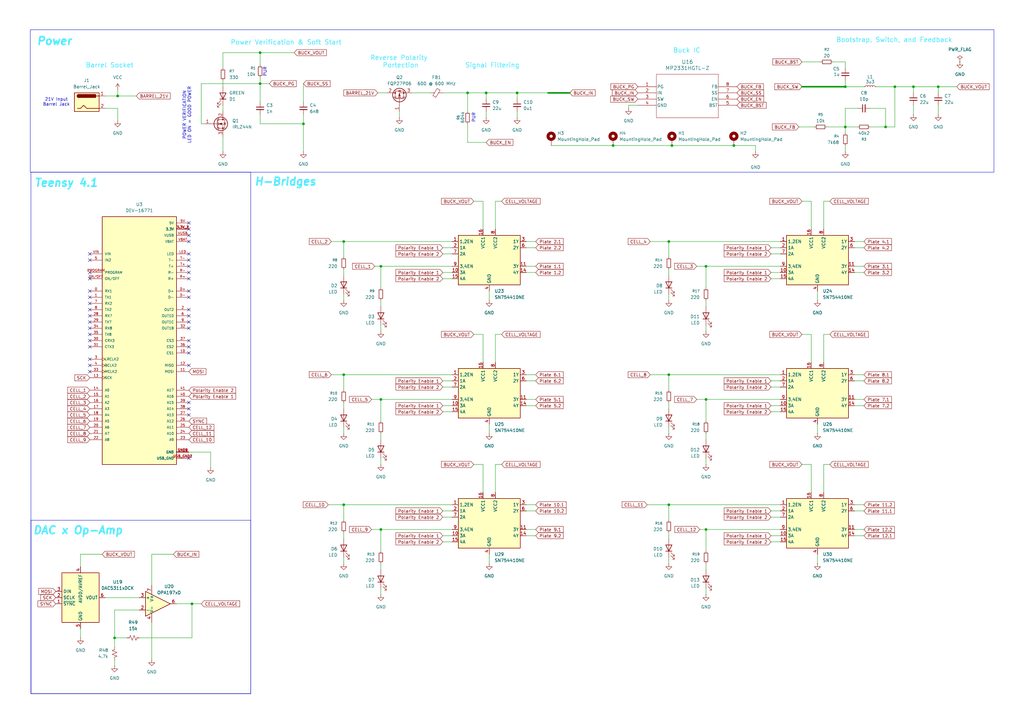
<source format=kicad_sch>
(kicad_sch (version 20250114) (generator "eeschema") (generator_version "9.0")
  (paper "A3")
  (title_block (title "FishShocker9000") (date "2025-07-01") (rev "V0.7") (company "UMass Chan Medical School"))
  (lib_symbols
    (symbol "Amplifier_Operational:OPA197xD" (pin_names (offset 0.127))
      (property "Reference" "U" (at 0 6.35 0))
      (property "Value" "OPA197xD" (at 0 3.81 0))
      (symbol "OPA197xD_1_1"
        (pin input line (at -7.62 2.54 0) (length 2.54) (name "+") (number "3"))
        (pin input line (at -7.62 -2.54 0) (length 2.54) (name "-") (number "2"))
        (pin power_in line (at -2.54 7.62 270) (length 3.81) (name "V+") (number "7"))
        (pin no_connect line (at -2.54 2.54 270) (length 2.54) (hide yes) (name "NC") (number "1"))
        (pin power_in line (at -2.54 -7.62 90) (length 3.81) (name "V-") (number "4"))
        (pin no_connect line (at 0 2.54 270) (length 2.54) (hide yes) (name "NC") (number "5"))
        (pin no_connect line (at 0 -2.54 90) (length 2.54) (hide yes) (name "NC") (number "8"))
        (pin output line (at 7.62 0 180) (length 2.54) (name "~") (number "6"))
      )
    )
    (symbol "Analog_DAC:DAC5311xDCK"
      (property "Reference" "U" (at -7.62 11.43 0))
      (property "Value" "DAC5311xDCK" (at 7.62 -11.43 0))
      (symbol "DAC5311xDCK_1_1"
        (pin input line (at -10.16 2.54 0) (length 2.54) (name "DIN") (number "3"))
        (pin input line (at -10.16 0 0) (length 2.54) (name "SCLK") (number "2"))
        (pin input line (at -10.16 -2.54 0) (length 2.54) (name "~{SYNC}") (number "1"))
        (pin power_in line (at 0 12.7 270) (length 2.54) (name "AVDD/AVREF") (number "4"))
        (pin power_in line (at 0 -12.7 90) (length 2.54) (name "GND") (number "5"))
        (pin output line (at 10.16 0 180) (length 2.54) (name "VOUT") (number "6"))
      )
    )
    (symbol "Connector:Barrel_Jack" (pin_names (offset 1.016))
      (property "Reference" "J" (at 0 5.334 0))
      (property "Value" "Barrel_Jack" (at 0 -5.08 0))
      (symbol "Barrel_Jack_1_1"
        (pin passive line (at 7.62 2.54 180) (length 2.54) (name "~") (number "1"))
        (pin passive line (at 7.62 -2.54 180) (length 2.54) (name "~") (number "2"))
      )
    )
    (symbol "Connector:Conn_01x03_Pin" (pin_names (offset 1.016) (hide yes))
      (property "Reference" "J" (at 0 5.08 0))
      (property "Value" "Conn_01x03_Pin" (at 0 -5.08 0))
      (symbol "Conn_01x03_Pin_1_1"
        (pin passive line (at 5.08 2.54 180) (length 3.81) (name "Pin_1") (number "1"))
        (pin passive line (at 5.08 0 180) (length 3.81) (name "Pin_2") (number "2"))
        (pin passive line (at 5.08 -2.54 180) (length 3.81) (name "Pin_3") (number "3"))
      )
    )
    (symbol "DEV-16771:DEV-16771" (pin_names (offset 1.016))
      (property "Reference" "U" (at -15.24 52.07 0))
      (property "Value" "DEV-16771" (at -15.24 -53.34 0))
      (symbol "DEV-16771_0_0"
        (pin input line (at -20.32 35.56 0) (length 5.08) (name "VIN") (number "VIN"))
        (pin bidirectional line (at -20.32 33.02 0) (length 5.08) (name "IN2") (number "5"))
        (pin bidirectional line (at -20.32 27.94 0) (length 5.08) (name "PROGRAM") (number "PROGRAM"))
        (pin bidirectional line (at -20.32 25.4 0) (length 5.08) (name "ON/OFF") (number "ON/OFF"))
        (pin bidirectional line (at -20.32 20.32 0) (length 5.08) (name "RX1") (number "0"))
        (pin bidirectional line (at -20.32 17.78 0) (length 5.08) (name "TX1") (number "1"))
        (pin bidirectional line (at -20.32 15.24 0) (length 5.08) (name "RX2") (number "7"))
        (pin bidirectional line (at -20.32 12.7 0) (length 5.08) (name "TX2") (number "8"))
        (pin bidirectional line (at -20.32 10.16 0) (length 5.08) (name "RX7") (number "28"))
        (pin bidirectional line (at -20.32 7.62 0) (length 5.08) (name "TX7") (number "29"))
        (pin bidirectional line (at -20.32 5.08 0) (length 5.08) (name "RX8") (number "34"))
        (pin bidirectional line (at -20.32 2.54 0) (length 5.08) (name "TX8") (number "35"))
        (pin bidirectional line (at -20.32 0 0) (length 5.08) (name "CRX3") (number "30"))
        (pin bidirectional line (at -20.32 -2.54 0) (length 5.08) (name "CTX3") (number "31"))
        (pin bidirectional clock (at -20.32 -7.62 0) (length 5.08) (name "LRCLK2") (number "3"))
        (pin bidirectional clock (at -20.32 -10.16 0) (length 5.08) (name "BCLK2") (number "4"))
        (pin bidirectional clock (at -20.32 -12.7 0) (length 5.08) (name "MCLK2") (number "33"))
        (pin bidirectional clock (at -20.32 -15.24 0) (length 5.08) (name "SCK") (number "13"))
        (pin bidirectional line (at -20.32 -20.32 0) (length 5.08) (name "A0") (number "14"))
        (pin bidirectional line (at -20.32 -22.86 0) (length 5.08) (name "A1") (number "15"))
        (pin bidirectional line (at -20.32 -25.4 0) (length 5.08) (name "A2") (number "16"))
        (pin bidirectional line (at -20.32 -27.94 0) (length 5.08) (name "A3") (number "17"))
        (pin bidirectional line (at -20.32 -30.48 0) (length 5.08) (name "A4") (number "18"))
        (pin bidirectional line (at -20.32 -33.02 0) (length 5.08) (name "A5") (number "19"))
        (pin bidirectional line (at -20.32 -35.56 0) (length 5.08) (name "A6") (number "20"))
        (pin bidirectional line (at -20.32 -38.1 0) (length 5.08) (name "A7") (number "21"))
        (pin bidirectional line (at -20.32 -40.64 0) (length 5.08) (name "A8") (number "22"))
        (pin power_in line (at 20.32 48.26 180) (length 5.08) (name "5V") (number "5V"))
        (pin power_in line (at 20.32 45.72 180) (length 5.08) (name "3.3V") (number "3.3V_1"))
        (pin power_in line (at 20.32 45.72 180) (length 5.08) (name "3.3V") (number "3.3V_2"))
        (pin power_in line (at 20.32 45.72 180) (length 5.08) (name "3.3V") (number "3.3V_3"))
        (pin passive line (at 20.32 43.18 180) (length 5.08) (name "VUSB") (number "VUSB"))
        (pin passive line (at 20.32 40.64 180) (length 5.08) (name "VBAT") (number "VBAT"))
        (pin bidirectional line (at 20.32 35.56 180) (length 5.08) (name "LED") (number "LED"))
        (pin bidirectional line (at 20.32 33.02 180) (length 5.08) (name "T-") (number "T-"))
        (pin bidirectional line (at 20.32 30.48 180) (length 5.08) (name "T+") (number "T+"))
        (pin bidirectional line (at 20.32 27.94 180) (length 5.08) (name "R-") (number "R-"))
        (pin bidirectional line (at 20.32 25.4 180) (length 5.08) (name "R+") (number "R+"))
        (pin bidirectional line (at 20.32 20.32 180) (length 5.08) (name "D+") (number "D+"))
        (pin bidirectional line (at 20.32 17.78 180) (length 5.08) (name "D-") (number "D-"))
        (pin output line (at 20.32 12.7 180) (length 5.08) (name "OUT2") (number "2"))
        (pin output line (at 20.32 10.16 180) (length 5.08) (name "OUT1D") (number "6"))
        (pin output line (at 20.32 7.62 180) (length 5.08) (name "OUT1C") (number "9"))
        (pin output line (at 20.32 5.08 180) (length 5.08) (name "OUT1B") (number "32"))
        (pin bidirectional line (at 20.32 0 180) (length 5.08) (name "CS3") (number "37"))
        (pin bidirectional line (at 20.32 -2.54 180) (length 5.08) (name "CS2") (number "36"))
        (pin bidirectional line (at 20.32 -5.08 180) (length 5.08) (name "CS1") (number "10"))
        (pin bidirectional line (at 20.32 -10.16 180) (length 5.08) (name "MISO") (number "12"))
        (pin bidirectional line (at 20.32 -12.7 180) (length 5.08) (name "MOSI") (number "11"))
        (pin bidirectional line (at 20.32 -20.32 180) (length 5.08) (name "A17") (number "41"))
        (pin bidirectional line (at 20.32 -22.86 180) (length 5.08) (name "A16") (number "40"))
        (pin bidirectional line (at 20.32 -25.4 180) (length 5.08) (name "A15") (number "39"))
        (pin bidirectional line (at 20.32 -27.94 180) (length 5.08) (name "A14") (number "38"))
        (pin bidirectional line (at 20.32 -30.48 180) (length 5.08) (name "A13") (number "27"))
        (pin bidirectional line (at 20.32 -33.02 180) (length 5.08) (name "A12") (number "26"))
        (pin bidirectional line (at 20.32 -35.56 180) (length 5.08) (name "A11") (number "25"))
        (pin bidirectional line (at 20.32 -38.1 180) (length 5.08) (name "A10") (number "24"))
        (pin bidirectional line (at 20.32 -40.64 180) (length 5.08) (name "A9") (number "23"))
        (pin power_in line (at 20.32 -45.72 180) (length 5.08) (name "GND") (number "GND1"))
        (pin power_in line (at 20.32 -45.72 180) (length 5.08) (name "GND") (number "GND2"))
        (pin power_in line (at 20.32 -45.72 180) (length 5.08) (name "GND") (number "GND3"))
        (pin power_in line (at 20.32 -45.72 180) (length 5.08) (name "GND") (number "GND4"))
        (pin power_in line (at 20.32 -45.72 180) (length 5.08) (name "GND") (number "GND5"))
        (pin power_in line (at 20.32 -48.26 180) (length 5.08) (name "USB_GND") (number "USB_GND1"))
        (pin power_in line (at 20.32 -48.26 180) (length 5.08) (name "USB_GND") (number "USB_GND2"))
      )
    )
    (symbol "Device:C_Small" (pin_numbers (hide yes)) (pin_names (offset 0.254) (hide yes))
      (property "Reference" "C" (at 0.254 1.778 0))
      (property "Value" "C_Small" (at 0.254 -2.032 0))
      (symbol "C_Small_1_1"
        (pin passive line (at 0 2.54 270) (length 2.032) (name "~") (number "1"))
        (pin passive line (at 0 -2.54 90) (length 2.032) (name "~") (number "2"))
      )
    )
    (symbol "Device:FerriteBead_Small" (pin_numbers (hide yes)) (pin_names (offset 0))
      (property "Reference" "FB" (at 1.905 1.27 0))
      (property "Value" "FerriteBead_Small" (at 1.905 -1.27 0))
      (symbol "FerriteBead_Small_1_1"
        (pin passive line (at 0 2.54 270) (length 1.27) (name "~") (number "1"))
        (pin passive line (at 0 -2.54 90) (length 1.27) (name "~") (number "2"))
      )
    )
    (symbol "Device:LED" (pin_numbers (hide yes)) (pin_names (offset 1.016) (hide yes))
      (property "Reference" "D" (at 0 2.54 0))
      (property "Value" "LED" (at 0 -2.54 0))
      (symbol "LED_1_1"
        (pin passive line (at -3.81 0 0) (length 2.54) (name "K") (number "1"))
        (pin passive line (at 3.81 0 180) (length 2.54) (name "A") (number "2"))
      )
    )
    (symbol "Device:L_Small" (pin_numbers (hide yes)) (pin_names (offset 0.254) (hide yes))
      (property "Reference" "L" (at 0.762 1.016 0))
      (property "Value" "L_Small" (at 0.762 -1.016 0))
      (symbol "L_Small_1_1"
        (pin passive line (at 0 2.54 270) (length 0.508) (name "~") (number "1"))
        (pin passive line (at 0 -2.54 90) (length 0.508) (name "~") (number "2"))
      )
    )
    (symbol "Device:R_Small" (pin_numbers (hide yes)) (pin_names (offset 0.254) (hide yes))
      (property "Reference" "R" (at 0 0 90))
      (property "Value" "R_Small" (at 1.778 0 90))
      (symbol "R_Small_1_1"
        (pin passive line (at 0 2.54 270) (length 0.762) (name "~") (number "1"))
        (pin passive line (at 0 -2.54 90) (length 0.762) (name "~") (number "2"))
      )
    )
    (symbol "Device:R_Small_US" (pin_numbers (hide yes)) (pin_names (offset 0.254) (hide yes))
      (property "Reference" "R" (at 0.762 0.508 0))
      (property "Value" "R_Small_US" (at 0.762 -1.016 0))
      (symbol "R_Small_US_1_1"
        (pin passive line (at 0 2.54 270) (length 1.016) (name "~") (number "1"))
        (pin passive line (at 0 -2.54 90) (length 1.016) (name "~") (number "2"))
      )
    )
    (symbol "Driver_Motor:SN754410NE"
      (property "Reference" "U" (at -10.16 17.78 0))
      (property "Value" "SN754410NE" (at -7.62 15.24 0))
      (symbol "SN754410NE_1_1"
        (pin input line (at -15.24 7.62 0) (length 2.54) (name "1,2EN") (number "1"))
        (pin input line (at -15.24 5.08 0) (length 2.54) (name "1A") (number "2"))
        (pin input line (at -15.24 2.54 0) (length 2.54) (name "2A") (number "7"))
        (pin input line (at -15.24 -2.54 0) (length 2.54) (name "3,4EN") (number "9"))
        (pin input line (at -15.24 -5.08 0) (length 2.54) (name "3A") (number "10"))
        (pin input line (at -15.24 -7.62 0) (length 2.54) (name "4A") (number "15"))
        (pin power_in line (at -2.54 12.7 270) (length 2.54) (name "VCC1") (number "16"))
        (pin passive line (at 0 -12.7 90) (length 2.54) (hide yes) (name "GND") (number "12"))
        (pin passive line (at 0 -12.7 90) (length 2.54) (hide yes) (name "GND") (number "13"))
        (pin power_in line (at 0 -12.7 90) (length 2.54) (name "GND") (number "4"))
        (pin passive line (at 0 -12.7 90) (length 2.54) (hide yes) (name "GND") (number "5"))
        (pin power_in line (at 2.54 12.7 270) (length 2.54) (name "VCC2") (number "8"))
        (pin output line (at 15.24 7.62 180) (length 2.54) (name "1Y") (number "3"))
        (pin output line (at 15.24 5.08 180) (length 2.54) (name "2Y") (number "6"))
        (pin output line (at 15.24 -2.54 180) (length 2.54) (name "3Y") (number "11"))
        (pin output line (at 15.24 -5.08 180) (length 2.54) (name "4Y") (number "14"))
      )
    )
    (symbol "MP2331HGTL-Z:MP2331HGTL-Z" (pin_names (offset 0.254))
      (property "Reference" "U" (at 20.32 10.16 0))
      (property "Value" "MP2331HGTL-Z" (at 20.32 7.62 0))
      (symbol "MP2331HGTL-Z_0_1"
        (pin output line (at 0 0 0) (length 7.62) (name "PG") (number "1"))
        (pin power_in line (at 0 -2.54 0) (length 7.62) (name "IN") (number "2"))
        (pin output line (at 0 -5.08 0) (length 7.62) (name "SW") (number "3"))
        (pin power_in line (at 0 -7.62 0) (length 7.62) (name "GND") (number "4"))
        (pin unspecified line (at 40.64 0 180) (length 7.62) (name "FB") (number "8"))
        (pin unspecified line (at 40.64 -2.54 180) (length 7.62) (name "SS") (number "7"))
        (pin unspecified line (at 40.64 -5.08 180) (length 7.62) (name "EN") (number "6"))
        (pin power_in line (at 40.64 -7.62 180) (length 7.62) (name "BST") (number "5"))
      )
    )
    (symbol "Mechanical:MountingHole_Pad" (pin_numbers (hide yes)) (pin_names (offset 1.016) (hide yes)) (in_bom no)
      (property "Reference" "H" (at 0 6.35 0))
      (property "Value" "MountingHole_Pad" (at 0 4.445 0))
      (symbol "MountingHole_Pad_1_1"
        (pin input line (at 0 -2.54 90) (length 2.54) (name "1") (number "1"))
      )
    )
    (symbol "P70-1000045R:P70-1000045R" (pin_names (offset 1.016))
      (property "Reference" "J" (at -7.62 5.08 0))
      (property "Value" "P70-1000045R" (at -7.62 -5.08 0))
      (symbol "P70-1000045R_0_0"
        (pin passive line (at -12.7 0 0) (length 5.08) (name "1") (number "1"))
      )
    )
    (symbol "Transistor_FET:FQP27P06" (pin_names (hide yes))
      (property "Reference" "Q" (at 5.08 1.905 0))
      (property "Value" "FQP27P06" (at 5.08 0 0))
      (symbol "FQP27P06_1_1"
        (pin input line (at -5.08 0 0) (length 2.54) (name "G") (number "1"))
        (pin passive line (at 2.54 5.08 270) (length 2.54) (name "D") (number "2"))
        (pin passive line (at 2.54 -5.08 90) (length 2.54) (name "S") (number "3"))
      )
    )
    (symbol "Transistor_FET:IRLZ44N" (pin_names (hide yes))
      (property "Reference" "Q" (at 5.08 1.905 0))
      (property "Value" "IRLZ44N" (at 5.08 0 0))
      (symbol "IRLZ44N_1_1"
        (pin input line (at -5.08 0 0) (length 2.54) (name "G") (number "1"))
        (pin passive line (at 2.54 5.08 270) (length 2.54) (name "D") (number "2"))
        (pin passive line (at 2.54 -5.08 90) (length 2.54) (name "S") (number "3"))
      )
    )
    (symbol "power:GND" (power) (pin_numbers (hide yes)) (pin_names (offset 0) (hide yes))
      (property "Value" "GND" (at 0 -3.81 0))
      (symbol "GND_1_1"
        (pin power_in line (at 0 0 270) (length 0) (name "~") (number "1"))
      )
    )
    (symbol "power:PWR_FLAG" (power) (pin_numbers (hide yes)) (pin_names (offset 0) (hide yes))
      (property "Value" "PWR_FLAG" (at 0 3.81 0))
      (symbol "PWR_FLAG_0_0"
        (pin power_out line (at 0 0 90) (length 0) (name "~") (number "1"))
      )
    )
    (symbol "power:VCC" (power) (pin_numbers (hide yes)) (pin_names (offset 0) (hide yes))
      (property "Value" "VCC" (at 0 3.556 0))
      (symbol "VCC_1_1"
        (pin power_in line (at 0 0 90) (length 0) (name "~") (number "1"))
      )
    )
  )
  (rectangle (start 12.446 12.192) (end 407.67 70.612))
  (rectangle (start 12.7 213.36) (end 102.87 284.48))
  (rectangle (start 12.7 70.612) (end 102.87 284.48))
  (text "POWER VERIFICATION\nLED ON = GOOD POWER" (at 76.708 47.244 90) (effects (font (size 1.27 1.27))))
  (text "Pogo Pin Connections (6 per Y, 2 per arm (3 arms))" (at 545.592 -30.734 0) (effects (font (size 5.08 5.08))))
  (text "PUR" (at 108.712 29.464 90) (effects (font (size 1.27 1.27))))
  (text "Barrel Socket" (at 44.958 26.924 0) (effects (font (size 1.905 1.905) (thickness 0.2381))))
  (text "DAC x Op-Amp" (at 32.004 217.678 0) (effects (font (size 3.175 3.175) (thickness 0.635) (bold yes) (italic yes))))
  (text "PUR" (at 194.31 48.26 90) (effects (font (size 1.27 1.27))))
  (text "Signal Filtering" (at 201.93 26.924 0) (effects (font (size 1.905 1.905) (thickness 0.2381))))
  (text "Power Verification & Soft Start" (at 117.348 17.526 0) (effects (font (size 1.905 1.905) (thickness 0.254) (bold yes))))
  (text "Reverse Polarity \nPortection" (at 164.338 25.4 0) (effects (font (size 1.905 1.905) (thickness 0.2381))))
  (text "H-Bridges" (at 117.094 74.676 0) (effects (font (size 3.175 3.175) (thickness 0.635) (bold yes) (italic yes))))
  (text "Teensy 4.1\n" (at 27.178 75.184 0) (effects (font (size 3.175 3.175) (thickness 0.635) (bold yes) (italic yes))))
  (text "Bootstrap, Switch, and Feedback" (at 366.776 16.51 0) (effects (font (size 1.905 1.905) (thickness 0.254) (bold yes))))
  (text "Buck IC" (at 281.686 20.828 0) (effects (font (size 1.905 1.905) (thickness 0.254) (bold yes))))
  (text "21V Input\nBarrel Jack" (at 23.114 41.91 0) (effects (font (size 1.27 1.27))))
  (text "Power" (at 22.352 17.018 0) (effects (font (size 3.175 3.175) (thickness 0.635) (bold yes) (italic yes))))
  (junction (at 577.85 118.11))
  (junction (at 774.7 13.97))
  (junction (at 492.76 293.37))
  (junction (at 464.82 62.23))
  (junction (at 492.76 127))
  (junction (at 577.85 228.6))
  (junction (at 212.09 38.1))
  (junction (at 523.24 6.35))
  (junction (at 774.7 60.96))
  (junction (at 681.99 69.85))
  (junction (at 156.21 217.17))
  (junction (at 492.76 118.11))
  (junction (at 384.81 35.56))
  (junction (at 289.56 163.83))
  (junction (at 577.85 71.12))
  (junction (at 774.7 69.85))
  (junction (at 774.7 125.73))
  (junction (at 523.24 15.24))
  (junction (at 802.64 125.73))
  (junction (at 464.82 237.49))
  (junction (at 549.91 62.23))
  (junction (at 681.99 283.21))
  (junction (at 802.64 13.97))
  (junction (at 464.82 127))
  (junction (at 577.85 15.24))
  (junction (at 549.91 237.49))
  (junction (at 523.24 173.99))
  (junction (at 140.97 207.01))
  (junction (at 549.91 127))
  (junction (at 492.76 15.24))
  (junction (at 124.46 50.8))
  (junction (at 492.76 228.6))
  (junction (at 709.93 172.72))
  (junction (at 346.71 52.07))
  (junction (at 363.22 52.07))
  (junction (at 577.85 237.49))
  (junction (at 492.76 62.23))
  (junction (at 709.93 125.73))
  (junction (at 464.82 118.11))
  (junction (at 774.7 5.08))
  (junction (at 774.7 181.61))
  (junction (at 774.7 283.21))
  (junction (at 251.46 59.69))
  (junction (at 709.93 13.97))
  (junction (at 709.93 227.33))
  (junction (at 577.85 182.88))
  (junction (at 681.99 13.97))
  (junction (at 681.99 60.96))
  (junction (at 274.32 207.01))
  (junction (at 492.76 182.88))
  (junction (at 802.64 292.1))
  (junction (at 464.82 6.35))
  (junction (at 549.91 293.37))
  (junction (at 709.93 181.61))
  (junction (at 367.03 35.56))
  (junction (at 48.26 39.37))
  (junction (at 740.41 116.84))
  (junction (at 774.7 172.72))
  (junction (at 549.91 71.12))
  (junction (at 802.64 181.61))
  (junction (at 549.91 173.99))
  (junction (at 709.93 69.85))
  (junction (at 492.76 71.12))
  (junction (at 549.91 15.24))
  (junction (at 156.21 163.83))
  (junction (at 549.91 228.6))
  (junction (at 802.64 227.33))
  (junction (at 681.99 125.73))
  (junction (at 523.24 228.6))
  (junction (at 577.85 62.23))
  (junction (at 523.24 71.12))
  (junction (at 740.41 172.72))
  (junction (at 464.82 182.88))
  (junction (at 774.7 292.1))
  (junction (at 681.99 236.22))
  (junction (at 740.41 5.08))
  (junction (at 156.21 109.22))
  (junction (at 374.65 35.56))
  (junction (at 274.32 153.67))
  (junction (at 802.64 69.85))
  (junction (at 709.93 60.96))
  (junction (at 492.76 284.48))
  (junction (at 46.99 261.62))
  (junction (at 709.93 116.84))
  (junction (at 802.64 60.96))
  (junction (at 681.99 116.84))
  (junction (at 464.82 15.24))
  (junction (at 523.24 118.11))
  (junction (at 802.64 172.72))
  (junction (at 523.24 293.37))
  (junction (at 464.82 293.37))
  (junction (at 681.99 227.33))
  (junction (at 681.99 5.08))
  (junction (at 740.41 283.21))
  (junction (at 140.97 99.06))
  (junction (at 464.82 228.6))
  (junction (at 523.24 62.23))
  (junction (at 492.76 237.49))
  (junction (at 577.85 293.37))
  (junction (at 275.59 59.69))
  (junction (at 802.64 236.22))
  (junction (at 709.93 5.08))
  (junction (at 774.7 116.84))
  (junction (at 523.24 182.88))
  (junction (at 289.56 217.17))
  (junction (at 346.71 35.56))
  (junction (at 289.56 109.22))
  (junction (at 549.91 182.88))
  (junction (at 709.93 292.1))
  (junction (at 577.85 173.99))
  (junction (at 740.41 181.61))
  (junction (at 709.93 283.21))
  (junction (at 464.82 71.12))
  (junction (at 740.41 125.73))
  (junction (at 492.76 6.35))
  (junction (at 774.7 227.33))
  (junction (at 802.64 116.84))
  (junction (at 106.68 21.59))
  (junction (at 681.99 181.61))
  (junction (at 140.97 153.67))
  (junction (at 681.99 172.72))
  (junction (at 300.99 59.69))
  (junction (at 199.39 38.1))
  (junction (at 78.74 247.65))
  (junction (at 523.24 127))
  (junction (at 106.68 34.29))
  (junction (at 709.93 236.22))
  (junction (at 740.41 69.85))
  (junction (at 464.82 284.48))
  (junction (at 464.82 173.99))
  (junction (at 577.85 127))
  (junction (at 802.64 5.08))
  (junction (at 549.91 6.35))
  (junction (at 523.24 284.48))
  (junction (at 740.41 292.1))
  (junction (at 274.32 99.06))
  (junction (at 492.76 173.99))
  (junction (at 802.64 283.21))
  (junction (at 191.77 38.1))
  (junction (at 740.41 60.96))
  (junction (at 577.85 284.48))
  (junction (at 740.41 13.97))
  (junction (at 523.24 237.49))
  (junction (at 577.85 6.35))
  (junction (at 774.7 236.22))
  (junction (at 740.41 236.22))
  (junction (at 681.99 292.1))
  (junction (at 740.41 227.33))
  (junction (at 549.91 118.11))
  (junction (at 549.91 284.48))
  (no_connect (at 77.47 132.08))
  (no_connect (at 36.83 149.86))
  (no_connect (at 36.83 129.54))
  (no_connect (at 36.83 137.16))
  (no_connect (at 36.83 104.14))
  (no_connect (at 77.47 165.1))
  (no_connect (at 77.47 134.62))
  (no_connect (at 36.83 152.4))
  (no_connect (at 77.47 149.86))
  (no_connect (at 36.83 124.46))
  (no_connect (at 36.83 106.68))
  (no_connect (at 77.47 114.3))
  (no_connect (at 36.83 111.76))
  (no_connect (at 36.83 139.7))
  (no_connect (at 36.83 121.92))
  (no_connect (at 77.47 127))
  (no_connect (at 77.47 121.92))
  (no_connect (at 77.47 109.22))
  (no_connect (at 77.47 187.96))
  (no_connect (at 36.83 119.38))
  (no_connect (at 77.47 139.7))
  (no_connect (at 36.83 132.08))
  (no_connect (at 77.47 106.68))
  (no_connect (at 77.47 93.98))
  (no_connect (at 77.47 104.14))
  (no_connect (at 77.47 96.52))
  (no_connect (at 77.47 167.64))
  (no_connect (at 77.47 99.06))
  (no_connect (at 77.47 129.54))
  (no_connect (at 36.83 127))
  (no_connect (at 77.47 119.38))
  (no_connect (at 36.83 114.3))
  (no_connect (at 36.83 142.24))
  (no_connect (at 77.47 144.78))
  (no_connect (at 36.83 147.32))
  (no_connect (at 77.47 142.24))
  (no_connect (at 77.47 91.44))
  (no_connect (at 36.83 134.62))
  (no_connect (at 77.47 170.18))
  (no_connect (at 77.47 111.76))
  (wire (pts (xy 275.59 59.69) (xy 300.99 59.69)))
  (wire (pts (xy 577.85 62.23) (xy 608.33 62.23)))
  (wire (pts (xy 82.55 34.29) (xy 82.55 50.8)))
  (wire (pts (xy 316.23 111.76) (xy 320.04 111.76)))
  (wire (pts (xy 156.21 233.68) (xy 156.21 231.14)))
  (wire (pts (xy 659.13 172.72) (xy 681.99 172.72)))
  (wire (pts (xy 156.21 109.22) (xy 185.42 109.22)))
  (wire (pts (xy 464.82 71.12) (xy 492.76 71.12)))
  (wire (pts (xy 274.32 99.06) (xy 274.32 105.41)))
  (wire (pts (xy 140.97 113.03) (xy 140.97 110.49)))
  (wire (pts (xy 106.68 34.29) (xy 106.68 41.91)))
  (wire (pts (xy 709.93 172.72) (xy 740.41 172.72)))
  (wire (pts (xy 802.64 15.24) (xy 802.64 13.97)))
  (wire (pts (xy 91.44 43.18) (xy 91.44 45.72)))
  (wire (pts (xy 523.24 228.6) (xy 549.91 228.6)))
  (wire (pts (xy 191.77 50.8) (xy 191.77 58.42)))
  (wire (pts (xy 709.93 237.49) (xy 709.93 236.22)))
  (wire (pts (xy 709.93 116.84) (xy 709.93 115.57)))
  (wire (pts (xy 608.33 72.39) (xy 608.33 71.12)))
  (wire (pts (xy 205.74 190.5) (xy 203.2 190.5)))
  (wire (pts (xy 740.41 236.22) (xy 774.7 236.22)))
  (wire (pts (xy 709.93 227.33) (xy 709.93 226.06)))
  (wire (pts (xy 740.41 71.12) (xy 740.41 69.85)))
  (wire (pts (xy 441.96 182.88) (xy 464.82 182.88)))
  (wire (pts (xy 374.65 35.56) (xy 374.65 38.1)))
  (wire (pts (xy 740.41 172.72) (xy 740.41 171.45)))
  (wire (pts (xy 274.32 167.64) (xy 274.32 165.1)))
  (wire (pts (xy 523.24 182.88) (xy 549.91 182.88)))
  (wire (pts (xy 608.33 294.64) (xy 608.33 293.37)))
  (wire (pts (xy 492.76 71.12) (xy 523.24 71.12)))
  (wire (pts (xy 492.76 184.15) (xy 492.76 182.88)))
  (wire (pts (xy 740.41 283.21) (xy 740.41 281.94)))
  (wire (pts (xy 492.76 16.51) (xy 492.76 15.24)))
  (wire (pts (xy 709.93 236.22) (xy 740.41 236.22)))
  (wire (pts (xy 199.39 45.72) (xy 199.39 48.26)))
  (wire (pts (xy 441.96 284.48) (xy 464.82 284.48)))
  (wire (pts (xy 316.23 166.37) (xy 320.04 166.37)))
  (wire (pts (xy 198.12 82.55) (xy 198.12 93.98)))
  (wire (pts (xy 659.13 227.33) (xy 681.99 227.33)))
  (wire (pts (xy 709.93 172.72) (xy 709.93 171.45)))
  (wire (pts (xy 833.12 71.12) (xy 833.12 69.85)))
  (wire (pts (xy 492.76 237.49) (xy 523.24 237.49)))
  (wire (pts (xy 802.64 227.33) (xy 802.64 226.06)))
  (wire (pts (xy 374.65 35.56) (xy 384.81 35.56)))
  (wire (pts (xy 152.4 217.17) (xy 156.21 217.17)))
  (wire (pts (xy 251.46 59.69) (xy 275.59 59.69)))
  (wire (pts (xy 346.71 35.56) (xy 328.93 35.56)) (stroke (width 0.635)))
  (wire (pts (xy 681.99 283.21) (xy 709.93 283.21)))
  (wire (pts (xy 833.12 60.96) (xy 833.12 59.69)))
  (wire (pts (xy 266.7 99.06) (xy 274.32 99.06)))
  (wire (pts (xy 833.12 237.49) (xy 833.12 236.22)))
  (wire (pts (xy 464.82 173.99) (xy 492.76 173.99)))
  (wire (pts (xy 274.32 99.06) (xy 320.04 99.06)))
  (wire (pts (xy 181.61 222.25) (xy 185.42 222.25)))
  (wire (pts (xy 833.12 15.24) (xy 833.12 13.97)))
  (wire (pts (xy 441.96 127) (xy 464.82 127)))
  (wire (pts (xy 492.76 284.48) (xy 492.76 283.21)))
  (wire (pts (xy 332.74 82.55) (xy 332.74 93.98)))
  (wire (pts (xy 346.71 44.45) (xy 351.79 44.45)))
  (wire (pts (xy 523.24 228.6) (xy 523.24 227.33)))
  (wire (pts (xy 577.85 294.64) (xy 577.85 293.37)))
  (wire (pts (xy 709.93 181.61) (xy 740.41 181.61)))
  (wire (pts (xy 681.99 181.61) (xy 709.93 181.61)))
  (wire (pts (xy 91.44 33.02) (xy 91.44 35.56)))
  (wire (pts (xy 802.64 172.72) (xy 833.12 172.72)))
  (wire (pts (xy 46.99 261.62) (xy 52.07 261.62)))
  (wire (pts (xy 523.24 173.99) (xy 549.91 173.99)))
  (wire (pts (xy 335.28 173.99) (xy 335.28 177.8)))
  (wire (pts (xy 709.93 60.96) (xy 709.93 59.69)))
  (wire (pts (xy 289.56 217.17) (xy 320.04 217.17)))
  (wire (pts (xy 205.74 137.16) (xy 203.2 137.16)))
  (wire (pts (xy 659.13 292.1) (xy 681.99 292.1)))
  (wire (pts (xy 153.67 109.22) (xy 156.21 109.22)))
  (wire (pts (xy 181.61 156.21) (xy 185.42 156.21)))
  (wire (pts (xy 340.36 190.5) (xy 337.82 190.5)))
  (wire (pts (xy 549.91 228.6) (xy 577.85 228.6)))
  (wire (pts (xy 608.33 118.11) (xy 608.33 116.84)))
  (wire (pts (xy 523.24 284.48) (xy 549.91 284.48)))
  (wire (pts (xy 681.99 172.72) (xy 681.99 171.45)))
  (wire (pts (xy 577.85 228.6) (xy 577.85 227.33)))
  (wire (pts (xy 774.7 13.97) (xy 802.64 13.97)))
  (wire (pts (xy 181.61 209.55) (xy 185.42 209.55)))
  (wire (pts (xy 289.56 135.89) (xy 289.56 133.35)))
  (wire (pts (xy 549.91 127) (xy 577.85 127)))
  (wire (pts (xy 740.41 125.73) (xy 774.7 125.73)))
  (wire (pts (xy 219.71 163.83) (xy 215.9 163.83)))
  (wire (pts (xy 458.47 -53.34) (xy 447.04 -53.34)))
  (wire (pts (xy 363.22 44.45) (xy 356.87 44.45)))
  (wire (pts (xy 577.85 128.27) (xy 577.85 127)))
  (wire (pts (xy 152.4 163.83) (xy 156.21 163.83)))
  (wire (pts (xy 681.99 227.33) (xy 681.99 226.06)))
  (wire (pts (xy 549.91 72.39) (xy 549.91 71.12)))
  (wire (pts (xy 447.04 -58.42) (xy 461.01 -58.42)))
  (wire (pts (xy 140.97 99.06) (xy 140.97 105.41)))
  (wire (pts (xy 441.96 118.11) (xy 464.82 118.11)))
  (wire (pts (xy 577.85 173.99) (xy 608.33 173.99)))
  (wire (pts (xy 709.93 227.33) (xy 740.41 227.33)))
  (wire (pts (xy 608.33 15.24) (xy 608.33 16.51)))
  (wire (pts (xy 681.99 60.96) (xy 709.93 60.96)))
  (wire (pts (xy 681.99 5.08) (xy 709.93 5.08)))
  (wire (pts (xy 367.03 35.56) (xy 367.03 52.07)))
  (wire (pts (xy 464.82 228.6) (xy 464.82 227.33)))
  (wire (pts (xy 335.28 119.38) (xy 335.28 123.19)))
  (wire (pts (xy 274.32 177.8) (xy 274.32 175.26)))
  (wire (pts (xy 549.91 15.24) (xy 577.85 15.24)))
  (wire (pts (xy 86.36 185.42) (xy 86.36 191.77)))
  (wire (pts (xy 181.61 158.75) (xy 185.42 158.75)))
  (wire (pts (xy 274.32 123.19) (xy 274.32 120.65)))
  (wire (pts (xy 363.22 52.07) (xy 363.22 44.45)))
  (wire (pts (xy 464.82 128.27) (xy 464.82 127)))
  (wire (pts (xy 833.12 293.37) (xy 833.12 292.1)))
  (wire (pts (xy 523.24 71.12) (xy 549.91 71.12)))
  (wire (pts (xy 46.99 270.51) (xy 46.99 273.05)))
  (wire (pts (xy 181.61 104.14) (xy 185.42 104.14)))
  (wire (pts (xy 135.89 99.06) (xy 140.97 99.06)))
  (wire (pts (xy 156.21 217.17) (xy 185.42 217.17)))
  (wire (pts (xy 257.81 43.18) (xy 257.81 44.45)))
  (wire (pts (xy 549.91 15.24) (xy 549.91 16.51)))
  (wire (pts (xy 384.81 43.18) (xy 384.81 46.99)))
  (wire (pts (xy 740.41 181.61) (xy 774.7 181.61)))
  (wire (pts (xy 549.91 62.23) (xy 577.85 62.23)))
  (wire (pts (xy 523.24 62.23) (xy 523.24 60.96)))
  (wire (pts (xy 359.41 35.56) (xy 367.03 35.56)))
  (wire (pts (xy 140.97 207.01) (xy 185.42 207.01)))
  (wire (pts (xy 709.93 15.24) (xy 709.93 13.97)))
  (wire (pts (xy 33.02 227.33) (xy 33.02 232.41)))
  (wire (pts (xy 289.56 109.22) (xy 320.04 109.22)))
  (wire (pts (xy 441.96 237.49) (xy 464.82 237.49)))
  (wire (pts (xy 740.41 227.33) (xy 740.41 226.06)))
  (wire (pts (xy 523.24 6.35) (xy 523.24 5.08)))
  (wire (pts (xy 709.93 125.73) (xy 740.41 125.73)))
  (wire (pts (xy 124.46 46.99) (xy 124.46 50.8)))
  (wire (pts (xy 802.64 293.37) (xy 802.64 292.1)))
  (wire (pts (xy 316.23 156.21) (xy 320.04 156.21)))
  (wire (pts (xy 274.32 231.14) (xy 274.32 228.6)))
  (wire (pts (xy 577.85 284.48) (xy 577.85 283.21)))
  (wire (pts (xy 659.13 125.73) (xy 681.99 125.73)))
  (wire (pts (xy 289.56 190.5) (xy 289.56 187.96)))
  (wire (pts (xy 802.64 116.84) (xy 833.12 116.84)))
  (wire (pts (xy 523.24 127) (xy 549.91 127)))
  (wire (pts (xy 740.41 116.84) (xy 774.7 116.84)))
  (wire (pts (xy 219.71 156.21) (xy 215.9 156.21)))
  (wire (pts (xy 48.26 39.37) (xy 55.88 39.37)))
  (wire (pts (xy 464.82 16.51) (xy 464.82 15.24)))
  (wire (pts (xy 464.82 118.11) (xy 464.82 116.84)))
  (wire (pts (xy 46.99 250.19) (xy 57.15 250.19)))
  (wire (pts (xy 464.82 118.11) (xy 492.76 118.11)))
  (wire (pts (xy 802.64 71.12) (xy 802.64 69.85)))
  (wire (pts (xy 62.23 240.03) (xy 62.23 227.33)))
  (wire (pts (xy 156.21 243.84) (xy 156.21 241.3)))
  (wire (pts (xy 549.91 118.11) (xy 549.91 116.84)))
  (wire (pts (xy 740.41 172.72) (xy 774.7 172.72)))
  (wire (pts (xy 219.71 166.37) (xy 215.9 166.37)))
  (wire (pts (xy 384.81 35.56) (xy 392.43 35.56)))
  (wire (pts (xy 464.82 62.23) (xy 464.82 60.96)))
  (wire (pts (xy 549.91 173.99) (xy 549.91 172.72)))
  (wire (pts (xy 134.62 207.01) (xy 140.97 207.01)))
  (wire (pts (xy 523.24 118.11) (xy 549.91 118.11)))
  (wire (pts (xy 492.76 62.23) (xy 492.76 60.96)))
  (wire (pts (xy 709.93 69.85) (xy 740.41 69.85)))
  (wire (pts (xy 608.33 62.23) (xy 608.33 60.96)))
  (wire (pts (xy 523.24 15.24) (xy 549.91 15.24)))
  (wire (pts (xy 124.46 50.8) (xy 124.46 62.23)))
  (wire (pts (xy 492.76 6.35) (xy 523.24 6.35)))
  (wire (pts (xy 709.93 127) (xy 709.93 125.73)))
  (wire (pts (xy 219.71 109.22) (xy 215.9 109.22)))
  (wire (pts (xy 740.41 292.1) (xy 774.7 292.1)))
  (wire (pts (xy 78.74 247.65) (xy 82.55 247.65)))
  (wire (pts (xy 441.96 228.6) (xy 464.82 228.6)))
  (wire (pts (xy 43.18 39.37) (xy 48.26 39.37)))
  (wire (pts (xy 464.82 293.37) (xy 492.76 293.37)))
  (wire (pts (xy 124.46 34.29) (xy 124.46 41.91)))
  (wire (pts (xy 203.2 137.16) (xy 203.2 148.59)))
  (wire (pts (xy 774.7 182.88) (xy 774.7 181.61)))
  (wire (pts (xy 332.74 190.5) (xy 332.74 201.93)))
  (wire (pts (xy 774.7 116.84) (xy 802.64 116.84)))
  (wire (pts (xy 523.24 118.11) (xy 523.24 116.84)))
  (wire (pts (xy 346.71 52.07) (xy 346.71 54.61)))
  (wire (pts (xy 709.93 116.84) (xy 740.41 116.84)))
  (wire (pts (xy 492.76 284.48) (xy 523.24 284.48)))
  (wire (pts (xy 191.77 58.42) (xy 199.39 58.42)))
  (wire (pts (xy 316.23 101.6) (xy 320.04 101.6)))
  (wire (pts (xy 219.71 207.01) (xy 215.9 207.01)))
  (wire (pts (xy 328.93 137.16) (xy 332.74 137.16)))
  (wire (pts (xy 549.91 182.88) (xy 577.85 182.88)))
  (wire (pts (xy 181.61 114.3) (xy 185.42 114.3)))
  (wire (pts (xy 289.56 163.83) (xy 289.56 172.72)))
  (wire (pts (xy 549.91 173.99) (xy 577.85 173.99)))
  (wire (pts (xy 156.21 180.34) (xy 156.21 177.8)))
  (wire (pts (xy 367.03 35.56) (xy 374.65 35.56)))
  (wire (pts (xy 156.21 125.73) (xy 156.21 123.19)))
  (wire (pts (xy 740.41 5.08) (xy 774.7 5.08)))
  (wire (pts (xy 802.64 227.33) (xy 833.12 227.33)))
  (wire (pts (xy 577.85 6.35) (xy 608.33 6.35)))
  (wire (pts (xy 608.33 284.48) (xy 608.33 283.21)))
  (wire (pts (xy 441.96 15.24) (xy 464.82 15.24)))
  (wire (pts (xy 774.7 236.22) (xy 802.64 236.22)))
  (wire (pts (xy 492.76 127) (xy 523.24 127)))
  (wire (pts (xy 709.93 5.08) (xy 709.93 3.81)))
  (wire (pts (xy 316.23 219.71) (xy 320.04 219.71)))
  (wire (pts (xy 316.23 114.3) (xy 320.04 114.3)))
  (wire (pts (xy 91.44 21.59) (xy 106.68 21.59)))
  (wire (pts (xy 774.7 69.85) (xy 802.64 69.85)))
  (wire (pts (xy 523.24 62.23) (xy 549.91 62.23)))
  (wire (pts (xy 327.66 52.07) (xy 334.01 52.07)))
  (wire (pts (xy 523.24 237.49) (xy 549.91 237.49)))
  (wire (pts (xy 140.97 167.64) (xy 140.97 165.1)))
  (wire (pts (xy 140.97 153.67) (xy 140.97 160.02)))
  (wire (pts (xy 46.99 261.62) (xy 46.99 265.43)))
  (wire (pts (xy 681.99 227.33) (xy 709.93 227.33)))
  (wire (pts (xy 492.76 128.27) (xy 492.76 127)))
  (wire (pts (xy 774.7 60.96) (xy 802.64 60.96)))
  (wire (pts (xy 802.64 5.08) (xy 802.64 3.81)))
  (wire (pts (xy 549.91 284.48) (xy 577.85 284.48)))
  (wire (pts (xy 659.13 181.61) (xy 681.99 181.61)))
  (wire (pts (xy 492.76 294.64) (xy 492.76 293.37)))
  (wire (pts (xy 77.47 185.42) (xy 86.36 185.42)))
  (wire (pts (xy 464.82 294.64) (xy 464.82 293.37)))
  (wire (pts (xy 523.24 293.37) (xy 549.91 293.37)))
  (wire (pts (xy 802.64 283.21) (xy 833.12 283.21)))
  (wire (pts (xy 350.52 219.71) (xy 354.33 219.71)))
  (wire (pts (xy 577.85 173.99) (xy 577.85 172.72)))
  (wire (pts (xy 833.12 172.72) (xy 833.12 171.45)))
  (wire (pts (xy 340.36 82.55) (xy 337.82 82.55)))
  (wire (pts (xy 774.7 71.12) (xy 774.7 69.85)))
  (wire (pts (xy 219.71 111.76) (xy 215.9 111.76)))
  (wire (pts (xy 441.96 173.99) (xy 464.82 173.99)))
  (wire (pts (xy 802.64 237.49) (xy 802.64 236.22)))
  (wire (pts (xy 464.82 15.24) (xy 492.76 15.24)))
  (wire (pts (xy 316.23 158.75) (xy 320.04 158.75)))
  (wire (pts (xy 340.36 137.16) (xy 337.82 137.16)))
  (wire (pts (xy 681.99 5.08) (xy 681.99 3.81)))
  (wire (pts (xy 289.56 125.73) (xy 289.56 123.19)))
  (wire (pts (xy 774.7 5.08) (xy 774.7 3.81)))
  (wire (pts (xy 140.97 207.01) (xy 140.97 213.36)))
  (wire (pts (xy 203.2 82.55) (xy 203.2 93.98)))
  (wire (pts (xy 802.64 283.21) (xy 802.64 281.94)))
  (wire (pts (xy 191.77 38.1) (xy 199.39 38.1)))
  (wire (pts (xy 464.82 184.15) (xy 464.82 182.88)))
  (wire (pts (xy 709.93 283.21) (xy 740.41 283.21)))
  (wire (pts (xy 156.21 190.5) (xy 156.21 187.96)))
  (wire (pts (xy 659.13 116.84) (xy 681.99 116.84)))
  (wire (pts (xy 289.56 243.84) (xy 289.56 241.3)))
  (wire (pts (xy 332.74 137.16) (xy 332.74 148.59)))
  (wire (pts (xy 285.75 109.22) (xy 289.56 109.22)))
  (wire (pts (xy 215.9 219.71) (xy 219.71 219.71)))
  (wire (pts (xy 463.55 -55.88) (xy 447.04 -55.88)))
  (wire (pts (xy 681.99 172.72) (xy 709.93 172.72)))
  (wire (pts (xy 289.56 163.83) (xy 320.04 163.83)))
  (wire (pts (xy 681.99 182.88) (xy 681.99 181.61)))
  (wire (pts (xy 274.32 207.01) (xy 320.04 207.01)))
  (wire (pts (xy 194.31 190.5) (xy 198.12 190.5)))
  (wire (pts (xy 106.68 21.59) (xy 106.68 26.67)))
  (wire (pts (xy 156.21 135.89) (xy 156.21 133.35)))
  (wire (pts (xy 181.61 219.71) (xy 185.42 219.71)))
  (wire (pts (xy 354.33 207.01) (xy 350.52 207.01)))
  (wire (pts (xy 802.64 182.88) (xy 802.64 181.61)))
  (wire (pts (xy 199.39 38.1) (xy 212.09 38.1)))
  (wire (pts (xy 659.13 283.21) (xy 681.99 283.21)))
  (wire (pts (xy 156.21 163.83) (xy 156.21 172.72)))
  (wire (pts (xy 681.99 116.84) (xy 681.99 115.57)))
  (wire (pts (xy 833.12 5.08) (xy 833.12 3.81)))
  (wire (pts (xy 681.99 237.49) (xy 681.99 236.22)))
  (wire (pts (xy 774.7 293.37) (xy 774.7 292.1)))
  (wire (pts (xy 140.97 177.8) (xy 140.97 175.26)))
  (wire (pts (xy 549.91 128.27) (xy 549.91 127)))
  (wire (pts (xy 802.64 236.22) (xy 833.12 236.22)))
  (wire (pts (xy 492.76 118.11) (xy 492.76 116.84)))
  (wire (pts (xy 802.64 116.84) (xy 802.64 115.57)))
  (wire (pts (xy 709.93 292.1) (xy 740.41 292.1)))
  (wire (pts (xy 356.87 52.07) (xy 363.22 52.07)))
  (wire (pts (xy 274.32 220.98) (xy 274.32 218.44)))
  (wire (pts (xy 203.2 190.5) (xy 203.2 201.93)))
  (wire (pts (xy 289.56 233.68) (xy 289.56 231.14)))
  (wire (pts (xy 363.22 52.07) (xy 367.03 52.07)))
  (wire (pts (xy 681.99 292.1) (xy 709.93 292.1)))
  (wire (pts (xy 740.41 116.84) (xy 740.41 115.57)))
  (wire (pts (xy 43.18 245.11) (xy 57.15 245.11)))
  (wire (pts (xy 289.56 180.34) (xy 289.56 177.8)))
  (wire (pts (xy 181.61 212.09) (xy 185.42 212.09)))
  (wire (pts (xy 198.12 137.16) (xy 198.12 148.59)))
  (wire (pts (xy 346.71 59.69) (xy 346.71 62.23)))
  (wire (pts (xy 464.82 62.23) (xy 492.76 62.23)))
  (wire (pts (xy 523.24 284.48) (xy 523.24 283.21)))
  (wire (pts (xy 57.15 261.62) (xy 78.74 261.62)))
  (wire (pts (xy 106.68 34.29) (xy 110.49 34.29)))
  (wire (pts (xy 802.64 69.85) (xy 833.12 69.85)))
  (wire (pts (xy 577.85 228.6) (xy 608.33 228.6)))
  (wire (pts (xy 464.82 6.35) (xy 464.82 5.08)))
  (wire (pts (xy 316.23 222.25) (xy 320.04 222.25)))
  (wire (pts (xy 774.7 292.1) (xy 802.64 292.1)))
  (wire (pts (xy 106.68 46.99) (xy 106.68 50.8)))
  (wire (pts (xy 774.7 15.24) (xy 774.7 13.97)))
  (wire (pts (xy 200.66 119.38) (xy 200.66 123.19)))
  (wire (pts (xy 194.31 137.16) (xy 198.12 137.16)))
  (wire (pts (xy 91.44 55.88) (xy 91.44 62.23)))
  (wire (pts (xy 181.61 111.76) (xy 185.42 111.76)))
  (wire (pts (xy 523.24 72.39) (xy 523.24 71.12)))
  (wire (pts (xy 464.82 284.48) (xy 492.76 284.48)))
  (wire (pts (xy 709.93 5.08) (xy 740.41 5.08)))
  (wire (pts (xy 316.23 168.91) (xy 320.04 168.91)))
  (wire (pts (xy 802.64 181.61) (xy 833.12 181.61)))
  (wire (pts (xy 740.41 227.33) (xy 774.7 227.33)))
  (wire (pts (xy 354.33 101.6) (xy 350.52 101.6)))
  (wire (pts (xy 523.24 294.64) (xy 523.24 293.37)))
  (wire (pts (xy 464.82 237.49) (xy 492.76 237.49)))
  (wire (pts (xy 316.23 104.14) (xy 320.04 104.14)))
  (wire (pts (xy 549.91 237.49) (xy 577.85 237.49)))
  (wire (pts (xy 135.89 153.67) (xy 140.97 153.67)))
  (wire (pts (xy 492.76 72.39) (xy 492.76 71.12)))
  (wire (pts (xy 354.33 156.21) (xy 350.52 156.21)))
  (wire (pts (xy 802.64 13.97) (xy 833.12 13.97)))
  (wire (pts (xy 492.76 228.6) (xy 523.24 228.6)))
  (wire (pts (xy 802.64 60.96) (xy 833.12 60.96)))
  (wire (pts (xy 740.41 5.08) (xy 740.41 3.81)))
  (wire (pts (xy 577.85 62.23) (xy 577.85 60.96)))
  (wire (pts (xy 659.13 13.97) (xy 681.99 13.97)))
  (wire (pts (xy 354.33 111.76) (xy 350.52 111.76)))
  (wire (pts (xy 774.7 172.72) (xy 802.64 172.72)))
  (wire (pts (xy 577.85 72.39) (xy 577.85 71.12)))
  (wire (pts (xy 549.91 71.12) (xy 577.85 71.12)))
  (wire (pts (xy 523.24 238.76) (xy 523.24 237.49)))
  (wire (pts (xy 354.33 153.67) (xy 350.52 153.67)))
  (wire (pts (xy 608.33 128.27) (xy 608.33 127)))
  (wire (pts (xy 274.32 153.67) (xy 274.32 160.02)))
  (wire (pts (xy 681.99 293.37) (xy 681.99 292.1)))
  (wire (pts (xy 289.56 109.22) (xy 289.56 118.11)))
  (wire (pts (xy 106.68 50.8) (xy 124.46 50.8)))
  (wire (pts (xy 82.55 50.8) (xy 83.82 50.8)))
  (wire (pts (xy 346.71 35.56) (xy 354.33 35.56)))
  (wire (pts (xy 316.23 212.09) (xy 320.04 212.09)))
  (wire (pts (xy 199.39 40.64) (xy 199.39 38.1)))
  (wire (pts (xy 464.82 6.35) (xy 492.76 6.35)))
  (wire (pts (xy 464.82 72.39) (xy 464.82 71.12)))
  (wire (pts (xy 337.82 137.16) (xy 337.82 148.59)))
  (wire (pts (xy 549.91 5.08) (xy 549.91 6.35)))
  (wire (pts (xy 346.71 25.4) (xy 346.71 27.94)))
  (wire (pts (xy 577.85 5.08) (xy 577.85 6.35)))
  (wire (pts (xy 78.74 247.65) (xy 72.39 247.65)))
  (wire (pts (xy 215.9 209.55) (xy 219.71 209.55)))
  (wire (pts (xy 740.41 182.88) (xy 740.41 181.61)))
  (wire (pts (xy 523.24 184.15) (xy 523.24 182.88)))
  (wire (pts (xy 774.7 283.21) (xy 774.7 281.94)))
  (wire (pts (xy 198.12 190.5) (xy 198.12 201.93)))
  (wire (pts (xy 328.93 25.4) (xy 336.55 25.4)))
  (wire (pts (xy 140.97 231.14) (xy 140.97 228.6)))
  (wire (pts (xy 181.61 168.91) (xy 185.42 168.91)))
  (wire (pts (xy 549.91 294.64) (xy 549.91 293.37)))
  (wire (pts (xy 335.28 227.33) (xy 335.28 231.14)))
  (wire (pts (xy 774.7 116.84) (xy 774.7 115.57)))
  (wire (pts (xy 659.13 236.22) (xy 681.99 236.22)))
  (wire (pts (xy 709.93 71.12) (xy 709.93 69.85)))
  (wire (pts (xy 261.62 43.18) (xy 257.81 43.18)))
  (wire (pts (xy 374.65 43.18) (xy 374.65 46.99)))
  (wire (pts (xy 464.82 284.48) (xy 464.82 283.21)))
  (wire (pts (xy 608.33 173.99) (xy 608.33 172.72)))
  (wire (pts (xy 577.85 71.12) (xy 608.33 71.12)))
  (wire (pts (xy 659.13 69.85) (xy 681.99 69.85)))
  (wire (pts (xy 740.41 60.96) (xy 774.7 60.96)))
  (wire (pts (xy 212.09 38.1) (xy 224.79 38.1)))
  (wire (pts (xy 78.74 247.65) (xy 78.74 261.62)))
  (wire (pts (xy 140.97 153.67) (xy 185.42 153.67)))
  (wire (pts (xy 274.32 113.03) (xy 274.32 110.49)))
  (wire (pts (xy 285.75 163.83) (xy 289.56 163.83)))
  (wire (pts (xy 549.91 118.11) (xy 577.85 118.11)))
  (wire (pts (xy 156.21 163.83) (xy 185.42 163.83)))
  (wire (pts (xy 709.93 182.88) (xy 709.93 181.61)))
  (wire (pts (xy 774.7 237.49) (xy 774.7 236.22)))
  (wire (pts (xy 41.91 227.33) (xy 33.02 227.33)))
  (wire (pts (xy 492.76 118.11) (xy 523.24 118.11)))
  (wire (pts (xy 140.97 123.19) (xy 140.97 120.65)))
  (wire (pts (xy 833.12 182.88) (xy 833.12 181.61)))
  (wire (pts (xy 91.44 21.59) (xy 91.44 27.94)))
  (wire (pts (xy 681.99 13.97) (xy 709.93 13.97)))
  (wire (pts (xy 464.82 127) (xy 492.76 127)))
  (wire (pts (xy 833.12 127) (xy 833.12 125.73)))
  (wire (pts (xy 577.85 118.11) (xy 608.33 118.11)))
  (wire (pts (xy 774.7 227.33) (xy 774.7 226.06)))
  (wire (pts (xy 309.88 59.69) (xy 300.99 59.69)))
  (wire (pts (xy 212.09 38.1) (xy 212.09 40.64)))
  (wire (pts (xy 549.91 228.6) (xy 549.91 227.33)))
  (wire (pts (xy 346.71 33.02) (xy 346.71 35.56)))
  (wire (pts (xy 156.21 217.17) (xy 156.21 226.06)))
  (wire (pts (xy 577.85 15.24) (xy 608.33 15.24)))
  (wire (pts (xy 337.82 190.5) (xy 337.82 201.93)))
  (wire (pts (xy 354.33 109.22) (xy 350.52 109.22)))
  (wire (pts (xy 168.91 38.1) (xy 176.53 38.1)))
  (wire (pts (xy 659.13 60.96) (xy 681.99 60.96)))
  (wire (pts (xy 441.96 71.12) (xy 464.82 71.12)))
  (wire (pts (xy 833.12 227.33) (xy 833.12 226.06)))
  (wire (pts (xy 464.82 182.88) (xy 492.76 182.88)))
  (wire (pts (xy 492.76 15.24) (xy 523.24 15.24)))
  (wire (pts (xy 226.06 59.69) (xy 251.46 59.69)))
  (wire (pts (xy 265.43 207.01) (xy 274.32 207.01)))
  (wire (pts (xy 194.31 82.55) (xy 198.12 82.55)))
  (wire (pts (xy 337.82 82.55) (xy 337.82 93.98)))
  (wire (pts (xy 577.85 127) (xy 608.33 127)))
  (wire (pts (xy 181.61 38.1) (xy 191.77 38.1)))
  (wire (pts (xy 774.7 172.72) (xy 774.7 171.45)))
  (wire (pts (xy 219.71 153.67) (xy 215.9 153.67)))
  (wire (pts (xy 62.23 255.27) (xy 62.23 270.51)))
  (wire (pts (xy 577.85 237.49) (xy 608.33 237.49)))
  (wire (pts (xy 681.99 127) (xy 681.99 125.73)))
  (wire (pts (xy 48.26 36.83) (xy 48.26 39.37)))
  (wire (pts (xy 681.99 116.84) (xy 709.93 116.84)))
  (wire (pts (xy 328.93 82.55) (xy 332.74 82.55)))
  (wire (pts (xy 608.33 184.15) (xy 608.33 182.88)))
  (wire (pts (xy 681.99 71.12) (xy 681.99 69.85)))
  (wire (pts (xy 802.64 5.08) (xy 833.12 5.08)))
  (wire (pts (xy 802.64 292.1) (xy 833.12 292.1)))
  (wire (pts (xy 354.33 99.06) (xy 350.52 99.06)))
  (wire (pts (xy 492.76 182.88) (xy 523.24 182.88)))
  (wire (pts (xy 181.61 101.6) (xy 185.42 101.6)))
  (wire (pts (xy 681.99 236.22) (xy 709.93 236.22)))
  (wire (pts (xy 740.41 13.97) (xy 774.7 13.97)))
  (wire (pts (xy 577.85 238.76) (xy 577.85 237.49)))
  (wire (pts (xy 191.77 38.1) (xy 191.77 45.72)))
  (wire (pts (xy 577.85 293.37) (xy 608.33 293.37)))
  (wire (pts (xy 464.82 228.6) (xy 492.76 228.6)))
  (wire (pts (xy 681.99 69.85) (xy 709.93 69.85)))
  (wire (pts (xy 341.63 25.4) (xy 346.71 25.4)))
  (wire (pts (xy 577.85 284.48) (xy 608.33 284.48)))
  (wire (pts (xy 577.85 118.11) (xy 577.85 116.84)))
  (wire (pts (xy 681.99 125.73) (xy 709.93 125.73)))
  (wire (pts (xy 106.68 34.29) (xy 82.55 34.29)))
  (wire (pts (xy 802.64 172.72) (xy 802.64 171.45)))
  (wire (pts (xy 608.33 6.35) (xy 608.33 5.08)))
  (wire (pts (xy 346.71 52.07) (xy 351.79 52.07)))
  (wire (pts (xy 774.7 5.08) (xy 802.64 5.08)))
  (wire (pts (xy 106.68 31.75) (xy 106.68 34.29)))
  (wire (pts (xy 740.41 69.85) (xy 774.7 69.85)))
  (wire (pts (xy 774.7 125.73) (xy 802.64 125.73)))
  (wire (pts (xy 774.7 60.96) (xy 774.7 59.69)))
  (wire (pts (xy 549.91 238.76) (xy 549.91 237.49)))
  (wire (pts (xy 205.74 82.55) (xy 203.2 82.55)))
  (wire (pts (xy 464.82 173.99) (xy 464.82 172.72)))
  (wire (pts (xy 709.93 13.97) (xy 740.41 13.97)))
  (wire (pts (xy 354.33 163.83) (xy 350.52 163.83)))
  (wire (pts (xy 215.9 217.17) (xy 219.71 217.17)))
  (wire (pts (xy 464.82 238.76) (xy 464.82 237.49)))
  (wire (pts (xy 384.81 35.56) (xy 384.81 38.1)))
  (wire (pts (xy 140.97 220.98) (xy 140.97 218.44)))
  (wire (pts (xy 740.41 127) (xy 740.41 125.73)))
  (wire (pts (xy 181.61 166.37) (xy 185.42 166.37)))
  (wire (pts (xy 549.91 6.35) (xy 577.85 6.35)))
  (wire (pts (xy 523.24 16.51) (xy 523.24 15.24)))
  (wire (pts (xy 48.26 44.45) (xy 48.26 49.53)))
  (wire (pts (xy 309.88 62.23) (xy 309.88 59.69)))
  (wire (pts (xy 163.83 45.72) (xy 163.83 48.26)))
  (wire (pts (xy 33.02 257.81) (xy 33.02 261.62)))
  (wire (pts (xy 46.99 250.19) (xy 46.99 261.62)))
  (wire (pts (xy 681.99 283.21) (xy 681.99 281.94)))
  (wire (pts (xy 289.56 217.17) (xy 289.56 226.06)))
  (wire (pts (xy 709.93 283.21) (xy 709.93 281.94)))
  (wire (pts (xy 523.24 6.35) (xy 549.91 6.35)))
  (wire (pts (xy 339.09 52.07) (xy 346.71 52.07)))
  (wire (pts (xy 140.97 99.06) (xy 185.42 99.06)))
  (wire (pts (xy 492.76 173.99) (xy 523.24 173.99)))
  (wire (pts (xy 274.32 207.01) (xy 274.32 213.36)))
  (wire (pts (xy 802.64 60.96) (xy 802.64 59.69)))
  (wire (pts (xy 350.52 217.17) (xy 354.33 217.17)))
  (wire (pts (xy 774.7 127) (xy 774.7 125.73)))
  (wire (pts (xy 774.7 283.21) (xy 802.64 283.21)))
  (wire (pts (xy 833.12 116.84) (xy 833.12 115.57)))
  (wire (pts (xy 802.64 127) (xy 802.64 125.73)))
  (wire (pts (xy 740.41 60.96) (xy 740.41 59.69)))
  (wire (pts (xy 346.71 52.07) (xy 346.71 44.45)))
  (wire (pts (xy 200.66 173.99) (xy 200.66 177.8)))
  (wire (pts (xy 441.96 6.35) (xy 464.82 6.35)))
  (wire (pts (xy 774.7 181.61) (xy 802.64 181.61)))
  (wire (pts (xy 354.33 209.55) (xy 350.52 209.55)))
  (wire (pts (xy 287.02 217.17) (xy 289.56 217.17)))
  (wire (pts (xy 802.64 125.73) (xy 833.12 125.73)))
  (wire (pts (xy 740.41 293.37) (xy 740.41 292.1)))
  (wire (pts (xy 441.96 293.37) (xy 464.82 293.37)))
  (wire (pts (xy 577.85 184.15) (xy 577.85 182.88)))
  (wire (pts (xy 354.33 166.37) (xy 350.52 166.37)))
  (wire (pts (xy 709.93 60.96) (xy 740.41 60.96)))
  (wire (pts (xy 212.09 45.72) (xy 212.09 48.26)))
  (wire (pts (xy 523.24 173.99) (xy 523.24 172.72)))
  (wire (pts (xy 219.71 101.6) (xy 215.9 101.6)))
  (wire (pts (xy 549.91 293.37) (xy 577.85 293.37)))
  (wire (pts (xy 608.33 228.6) (xy 608.33 227.33)))
  (wire (pts (xy 328.93 190.5) (xy 332.74 190.5)))
  (wire (pts (xy 549.91 284.48) (xy 549.91 283.21)))
  (wire (pts (xy 156.21 109.22) (xy 156.21 118.11)))
  (wire (pts (xy 740.41 237.49) (xy 740.41 236.22)))
  (wire (pts (xy 709.93 293.37) (xy 709.93 292.1)))
  (wire (pts (xy 681.99 15.24) (xy 681.99 13.97)))
  (wire (pts (xy 608.33 238.76) (xy 608.33 237.49)))
  (wire (pts (xy 316.23 209.55) (xy 320.04 209.55)))
  (wire (pts (xy 441.96 62.23) (xy 464.82 62.23)))
  (wire (pts (xy 492.76 6.35) (xy 492.76 5.08)))
  (wire (pts (xy 224.79 38.1) (xy 233.68 38.1)) (stroke (width 0.635)))
  (wire (pts (xy 492.76 173.99) (xy 492.76 172.72)))
  (wire (pts (xy 492.76 293.37) (xy 523.24 293.37)))
  (wire (pts (xy 577.85 15.24) (xy 577.85 16.51)))
  (wire (pts (xy 492.76 62.23) (xy 523.24 62.23)))
  (wire (pts (xy 549.91 184.15) (xy 549.91 182.88)))
  (wire (pts (xy 740.41 283.21) (xy 774.7 283.21)))
  (wire (pts (xy 62.23 227.33) (xy 71.12 227.33)))
  (wire (pts (xy 740.41 15.24) (xy 740.41 13.97)))
  (wire (pts (xy 492.76 228.6) (xy 492.76 227.33)))
  (wire (pts (xy 266.7 153.67) (xy 274.32 153.67)))
  (wire (pts (xy 274.32 153.67) (xy 320.04 153.67)))
  (wire (pts (xy 549.91 62.23) (xy 549.91 60.96)))
  (wire (pts (xy 681.99 60.96) (xy 681.99 59.69)))
  (wire (pts (xy 774.7 227.33) (xy 802.64 227.33)))
  (wire (pts (xy 120.65 21.59) (xy 106.68 21.59)))
  (wire (pts (xy 43.18 44.45) (xy 48.26 44.45)))
  (wire (pts (xy 154.94 38.1) (xy 158.75 38.1)))
  (wire (pts (xy 200.66 227.33) (xy 200.66 231.14)))
  (wire (pts (xy 492.76 238.76) (xy 492.76 237.49)))
  (wire (pts (xy 577.85 182.88) (xy 608.33 182.88)))
  (wire (pts (xy 833.12 283.21) (xy 833.12 281.94)))
  (wire (pts (xy 523.24 128.27) (xy 523.24 127)))
  (wire (pts (xy 659.13 5.08) (xy 681.99 5.08)))
  (wire (pts (xy 219.71 99.06) (xy 215.9 99.06)))
  (global_label "BUCK_SS" (shape input) (at 124.46 34.29 0) (property "Intersheetrefs" "${INTERSHEET_REFS}" (effects (hide yes))))
  (global_label "Plate 10.1" (shape input) (at 659.13 236.22 180) (property "Intersheetrefs" "${INTERSHEET_REFS}" (effects (hide yes))))
  (global_label "Plate 5.1" (shape input) (at 219.71 163.83 0) (property "Intersheetrefs" "${INTERSHEET_REFS}" (effects (hide yes))))
  (global_label "CELL_3" (shape input) (at 36.83 165.1 180) (property "Intersheetrefs" "${INTERSHEET_REFS}" (effects (hide yes))))
  (global_label "BUCK_IN" (shape input) (at 463.55 -55.88 0) (property "Intersheetrefs" "${INTERSHEET_REFS}" (effects (hide yes))))
  (global_label "BUCK_PG" (shape input) (at 110.49 34.29 0) (property "Intersheetrefs" "${INTERSHEET_REFS}" (effects (hide yes))))
  (global_label "BUCK_VOUT" (shape input) (at 328.93 190.5 180) (property "Intersheetrefs" "${INTERSHEET_REFS}" (effects (hide yes))))
  (global_label "BUCK_IN" (shape input) (at 261.62 38.1 180) (property "Intersheetrefs" "${INTERSHEET_REFS}" (effects (hide yes))))
  (global_label "Plate 9.2" (shape input) (at 219.71 219.71 0) (property "Intersheetrefs" "${INTERSHEET_REFS}" (effects (hide yes))))
  (global_label "CELL_VOLTAGE" (shape input) (at 205.74 137.16 0) (property "Intersheetrefs" "${INTERSHEET_REFS}" (effects (hide yes))))
  (global_label "Plate 8.1" (shape input) (at 354.33 153.67 0) (property "Intersheetrefs" "${INTERSHEET_REFS}" (effects (hide yes))))
  (global_label "Polarity Enable 1" (shape input) (at 181.61 101.6 180) (property "Intersheetrefs" "${INTERSHEET_REFS}" (effects (hide yes))))
  (global_label "Plate 2.1" (shape input) (at 219.71 99.06 0) (property "Intersheetrefs" "${INTERSHEET_REFS}" (effects (hide yes))))
  (global_label "CELL_9" (shape input) (at 36.83 180.34 180) (property "Intersheetrefs" "${INTERSHEET_REFS}" (effects (hide yes))))
  (global_label "Plate 4.2" (shape input) (at 354.33 101.6 0) (property "Intersheetrefs" "${INTERSHEET_REFS}" (effects (hide yes))))
  (global_label "CELL_1" (shape input) (at 153.67 109.22 180) (property "Intersheetrefs" "${INTERSHEET_REFS}" (effects (hide yes))))
  (global_label "Polarity Enable 2" (shape input) (at 181.61 168.91 180) (property "Intersheetrefs" "${INTERSHEET_REFS}" (effects (hide yes))))
  (global_label "BUCK_IN" (shape input) (at 71.12 227.33 0) (property "Intersheetrefs" "${INTERSHEET_REFS}" (effects (hide yes))))
  (global_label "CELL_2" (shape input) (at 135.89 99.06 180) (property "Intersheetrefs" "${INTERSHEET_REFS}" (effects (hide yes))))
  (global_label "Polarity Enable 2" (shape input) (at 181.61 222.25 180) (property "Intersheetrefs" "${INTERSHEET_REFS}" (effects (hide yes))))
  (global_label "BUCK_VOUT" (shape input) (at 41.91 227.33 0) (property "Intersheetrefs" "${INTERSHEET_REFS}" (effects (hide yes))))
  (global_label "Polarity Enable 2" (shape input) (at 181.61 104.14 180) (property "Intersheetrefs" "${INTERSHEET_REFS}" (effects (hide yes))))
  (global_label "CELL_7" (shape input) (at 285.75 163.83 180) (property "Intersheetrefs" "${INTERSHEET_REFS}" (effects (hide yes))))
  (global_label "CELL_VOLTAGE" (shape input) (at 205.74 190.5 0) (property "Intersheetrefs" "${INTERSHEET_REFS}" (effects (hide yes))))
  (global_label "CELL_10" (shape input) (at 77.47 180.34 0) (property "Intersheetrefs" "${INTERSHEET_REFS}" (effects (hide yes))))
  (global_label "Plate 6.1" (shape input) (at 659.13 125.73 180) (property "Intersheetrefs" "${INTERSHEET_REFS}" (effects (hide yes))))
  (global_label "Plate 2.2" (shape input) (at 219.71 101.6 0) (property "Intersheetrefs" "${INTERSHEET_REFS}" (effects (hide yes))))
  (global_label "CELL_VOLTAGE" (shape input) (at 340.36 82.55 0) (property "Intersheetrefs" "${INTERSHEET_REFS}" (effects (hide yes))))
  (global_label "BUCK_VOUT" (shape input) (at 194.31 82.55 180) (property "Intersheetrefs" "${INTERSHEET_REFS}" (effects (hide yes))))
  (global_label "Plate 3.1" (shape input) (at 441.96 71.12 180) (property "Intersheetrefs" "${INTERSHEET_REFS}" (effects (hide yes))))
  (global_label "Polarity Enable 1" (shape input) (at 181.61 111.76 180) (property "Intersheetrefs" "${INTERSHEET_REFS}" (effects (hide yes))))
  (global_label "Plate 10.1" (shape input) (at 219.71 207.01 0) (property "Intersheetrefs" "${INTERSHEET_REFS}" (effects (hide yes))))
  (global_label "Polarity Enable 2" (shape input) (at 181.61 212.09 180) (property "Intersheetrefs" "${INTERSHEET_REFS}" (effects (hide yes))))
  (global_label "Plate 12.1" (shape input) (at 354.33 219.71 0) (property "Intersheetrefs" "${INTERSHEET_REFS}" (effects (hide yes))))
  (global_label "Polarity Enable 2" (shape input) (at 316.23 222.25 180) (property "Intersheetrefs" "${INTERSHEET_REFS}" (effects (hide yes))))
  (global_label "Polarity Enable 1" (shape input) (at 316.23 166.37 180) (property "Intersheetrefs" "${INTERSHEET_REFS}" (effects (hide yes))))
  (global_label "Plate 2.1" (shape input) (at 659.13 13.97 180) (property "Intersheetrefs" "${INTERSHEET_REFS}" (effects (hide yes))))
  (global_label "Plate 5.1" (shape input) (at 441.96 127 180) (property "Intersheetrefs" "${INTERSHEET_REFS}" (effects (hide yes))))
  (global_label "BUCK_VOUT" (shape input) (at 392.43 35.56 0) (property "Intersheetrefs" "${INTERSHEET_REFS}" (effects (hide yes))))
  (global_label "Plate 4.2" (shape input) (at 659.13 60.96 180) (property "Intersheetrefs" "${INTERSHEET_REFS}" (effects (hide yes))))
  (global_label "SCK" (shape input) (at 22.86 245.11 180) (property "Intersheetrefs" "${INTERSHEET_REFS}" (effects (hide yes))))
  (global_label "CELL_7" (shape input) (at 36.83 175.26 180) (property "Intersheetrefs" "${INTERSHEET_REFS}" (effects (hide yes))))
  (global_label "BUCK_FB" (shape input) (at 302.26 35.56 0) (property "Intersheetrefs" "${INTERSHEET_REFS}" (effects (hide yes))))
  (global_label "Polarity Enable 1" (shape input) (at 316.23 209.55 180) (property "Intersheetrefs" "${INTERSHEET_REFS}" (effects (hide yes))))
  (global_label "Plate 11.2" (shape input) (at 441.96 284.48 180) (property "Intersheetrefs" "${INTERSHEET_REFS}" (effects (hide yes))))
  (global_label "Polarity Enable 1" (shape input) (at 181.61 166.37 180) (property "Intersheetrefs" "${INTERSHEET_REFS}" (effects (hide yes))))
  (global_label "BARREL_21V" (shape input) (at 55.88 39.37 0) (property "Intersheetrefs" "${INTERSHEET_REFS}" (effects (hide yes))))
  (global_label "Polarity Enable 2" (shape input) (at 316.23 114.3 180) (property "Intersheetrefs" "${INTERSHEET_REFS}" (effects (hide yes))))
  (global_label "SYNC" (shape input) (at 77.47 172.72 0) (property "Intersheetrefs" "${INTERSHEET_REFS}" (effects (hide yes))))
  (global_label "BUCK_SS" (shape input) (at 302.26 38.1 0) (property "Intersheetrefs" "${INTERSHEET_REFS}" (effects (hide yes))))
  (global_label "Plate 10.2" (shape input) (at 219.71 209.55 0) (property "Intersheetrefs" "${INTERSHEET_REFS}" (effects (hide yes))))
  (global_label "BUCK_VOUT" (shape input) (at 194.31 190.5 180) (property "Intersheetrefs" "${INTERSHEET_REFS}" (effects (hide yes))))
  (global_label "Plate 10.2" (shape input) (at 659.13 227.33 180) (property "Intersheetrefs" "${INTERSHEET_REFS}" (effects (hide yes))))
  (global_label "CELL_11" (shape input) (at 77.47 177.8 0) (property "Intersheetrefs" "${INTERSHEET_REFS}" (effects (hide yes))))
  (global_label "Polarity Enable 1" (shape input) (at 316.23 156.21 180) (property "Intersheetrefs" "${INTERSHEET_REFS}" (effects (hide yes))))
  (global_label "Polarity Enable 1" (shape input) (at 316.23 101.6 180) (property "Intersheetrefs" "${INTERSHEET_REFS}" (effects (hide yes))))
  (global_label "CELL_3" (shape input) (at 285.75 109.22 180) (property "Intersheetrefs" "${INTERSHEET_REFS}" (effects (hide yes))))
  (global_label "Plate 3.2" (shape input) (at 441.96 62.23 180) (property "Intersheetrefs" "${INTERSHEET_REFS}" (effects (hide yes))))
  (global_label "Plate 8.1" (shape input) (at 659.13 181.61 180) (property "Intersheetrefs" "${INTERSHEET_REFS}" (effects (hide yes))))
  (global_label "CELL_6" (shape input) (at 36.83 172.72 180) (property "Intersheetrefs" "${INTERSHEET_REFS}" (effects (hide yes))))
  (global_label "Plate 4.1" (shape input) (at 659.13 69.85 180) (property "Intersheetrefs" "${INTERSHEET_REFS}" (effects (hide yes))))
  (global_label "Polarity Enable 2" (shape input) (at 181.61 114.3 180) (property "Intersheetrefs" "${INTERSHEET_REFS}" (effects (hide yes))))
  (global_label "CELL_VOLTAGE" (shape input) (at 82.55 247.65 0) (property "Intersheetrefs" "${INTERSHEET_REFS}" (effects (hide yes))))
  (global_label "BUCK_VOUT" (shape input) (at 120.65 21.59 0) (property "Intersheetrefs" "${INTERSHEET_REFS}" (effects (hide yes))))
  (global_label "Plate 5.2" (shape input) (at 441.96 118.11 180) (property "Intersheetrefs" "${INTERSHEET_REFS}" (effects (hide yes))))
  (global_label "Plate 12.1" (shape input) (at 659.13 292.1 180) (property "Intersheetrefs" "${INTERSHEET_REFS}" (effects (hide yes))))
  (global_label "BUCK_FB" (shape input) (at 327.66 52.07 180) (property "Intersheetrefs" "${INTERSHEET_REFS}" (effects (hide yes))))
  (global_label "Plate 7.1" (shape input) (at 354.33 163.83 0) (property "Intersheetrefs" "${INTERSHEET_REFS}" (effects (hide yes))))
  (global_label "BARREL_21V" (shape input) (at 154.94 38.1 180) (property "Intersheetrefs" "${INTERSHEET_REFS}" (effects (hide yes))))
  (global_label "Plate 9.1" (shape input) (at 219.71 217.17 0) (property "Intersheetrefs" "${INTERSHEET_REFS}" (effects (hide yes))))
  (global_label "CELL_4" (shape input) (at 266.7 99.06 180) (property "Intersheetrefs" "${INTERSHEET_REFS}" (effects (hide yes))))
  (global_label "BUCK_SW" (shape input) (at 328.93 35.56 180) (property "Intersheetrefs" "${INTERSHEET_REFS}" (effects (hide yes))))
  (global_label "CELL_11" (shape input) (at 265.43 207.01 180) (property "Intersheetrefs" "${INTERSHEET_REFS}" (effects (hide yes))))
  (global_label "CELL_VOLTAGE" (shape input) (at 458.47 -53.34 0) (property "Intersheetrefs" "${INTERSHEET_REFS}" (effects (hide yes))))
  (global_label "CELL_VOLTAGE" (shape input) (at 340.36 137.16 0) (property "Intersheetrefs" "${INTERSHEET_REFS}" (effects (hide yes))))
  (global_label "Plate 6.2" (shape input) (at 659.13 116.84 180) (property "Intersheetrefs" "${INTERSHEET_REFS}" (effects (hide yes))))
  (global_label "BUCK_IN" (shape input) (at 233.68 38.1 0) (property "Intersheetrefs" "${INTERSHEET_REFS}" (effects (hide yes))))
  (global_label "Plate 1.2" (shape input) (at 441.96 6.35 180) (property "Intersheetrefs" "${INTERSHEET_REFS}" (effects (hide yes))))
  (global_label "BUCK_BST" (shape input) (at 328.93 25.4 180) (property "Intersheetrefs" "${INTERSHEET_REFS}" (effects (hide yes))))
  (global_label "SCK" (shape input) (at 36.83 154.94 180) (property "Intersheetrefs" "${INTERSHEET_REFS}" (effects (hide yes))))
  (global_label "Plate 1.2" (shape input) (at 219.71 111.76 0) (property "Intersheetrefs" "${INTERSHEET_REFS}" (effects (hide yes))))
  (global_label "CELL_9" (shape input) (at 152.4 217.17 180) (property "Intersheetrefs" "${INTERSHEET_REFS}" (effects (hide yes))))
  (global_label "Polarity Enable 1" (shape input) (at 181.61 156.21 180) (property "Intersheetrefs" "${INTERSHEET_REFS}" (effects (hide yes))))
  (global_label "Plate 5.2" (shape input) (at 219.71 166.37 0) (property "Intersheetrefs" "${INTERSHEET_REFS}" (effects (hide yes))))
  (global_label "CELL_8" (shape input) (at 36.83 177.8 180) (property "Intersheetrefs" "${INTERSHEET_REFS}" (effects (hide yes))))
  (global_label "CELL_1" (shape input) (at 36.83 160.02 180) (property "Intersheetrefs" "${INTERSHEET_REFS}" (effects (hide yes))))
  (global_label "CELL_10" (shape input) (at 134.62 207.01 180) (property "Intersheetrefs" "${INTERSHEET_REFS}" (effects (hide yes))))
  (global_label "BUCK_BST" (shape input) (at 302.26 43.18 0) (property "Intersheetrefs" "${INTERSHEET_REFS}" (effects (hide yes))))
  (global_label "CELL_VOLTAGE" (shape input) (at 340.36 190.5 0) (property "Intersheetrefs" "${INTERSHEET_REFS}" (effects (hide yes))))
  (global_label "CELL_6" (shape input) (at 135.89 153.67 180) (property "Intersheetrefs" "${INTERSHEET_REFS}" (effects (hide yes))))
  (global_label "Plate 4.1" (shape input) (at 354.33 99.06 0) (property "Intersheetrefs" "${INTERSHEET_REFS}" (effects (hide yes))))
  (global_label "BUCK_VOUT" (shape input) (at 328.93 82.55 180) (property "Intersheetrefs" "${INTERSHEET_REFS}" (effects (hide yes))))
  (global_label "CELL_8" (shape input) (at 266.7 153.67 180) (property "Intersheetrefs" "${INTERSHEET_REFS}" (effects (hide yes))))
  (global_label "Plate 1.1" (shape input) (at 219.71 109.22 0) (property "Intersheetrefs" "${INTERSHEET_REFS}" (effects (hide yes))))
  (global_label "Plate 9.2" (shape input) (at 441.96 228.6 180) (property "Intersheetrefs" "${INTERSHEET_REFS}" (effects (hide yes))))
  (global_label "Plate 12.2" (shape input) (at 659.13 283.21 180) (property "Intersheetrefs" "${INTERSHEET_REFS}" (effects (hide yes))))
  (global_label "Plate 2.2" (shape input) (at 659.13 5.08 180) (property "Intersheetrefs" "${INTERSHEET_REFS}" (effects (hide yes))))
  (global_label "Polarity Enable 1" (shape input) (at 316.23 219.71 180) (property "Intersheetrefs" "${INTERSHEET_REFS}" (effects (hide yes))))
  (global_label "BUCK_EN" (shape input) (at 302.26 40.64 0) (property "Intersheetrefs" "${INTERSHEET_REFS}" (effects (hide yes))))
  (global_label "BUCK_EN" (shape input) (at 199.39 58.42 0) (property "Intersheetrefs" "${INTERSHEET_REFS}" (effects (hide yes))))
  (global_label "Polarity Enable 2" (shape input) (at 316.23 104.14 180) (property "Intersheetrefs" "${INTERSHEET_REFS}" (effects (hide yes))))
  (global_label "Plate 6.1" (shape input) (at 219.71 153.67 0) (property "Intersheetrefs" "${INTERSHEET_REFS}" (effects (hide yes))))
  (global_label "Plate 11.1" (shape input) (at 354.33 209.55 0) (property "Intersheetrefs" "${INTERSHEET_REFS}" (effects (hide yes))))
  (global_label "Plate 11.2" (shape input) (at 354.33 207.01 0) (property "Intersheetrefs" "${INTERSHEET_REFS}" (effects (hide yes))))
  (global_label "CELL_12" (shape input) (at 287.02 217.17 180) (property "Intersheetrefs" "${INTERSHEET_REFS}" (effects (hide yes))))
  (global_label "Plate 3.2" (shape input) (at 354.33 111.76 0) (property "Intersheetrefs" "${INTERSHEET_REFS}" (effects (hide yes))))
  (global_label "BUCK_VOUT" (shape input) (at 194.31 137.16 180) (property "Intersheetrefs" "${INTERSHEET_REFS}" (effects (hide yes))))
  (global_label "Plate 3.1" (shape input) (at 354.33 109.22 0) (property "Intersheetrefs" "${INTERSHEET_REFS}" (effects (hide yes))))
  (global_label "Plate 9.1" (shape input) (at 441.96 237.49 180) (property "Intersheetrefs" "${INTERSHEET_REFS}" (effects (hide yes))))
  (global_label "CELL_12" (shape input) (at 77.47 175.26 0) (property "Intersheetrefs" "${INTERSHEET_REFS}" (effects (hide yes))))
  (global_label "Plate 8.2" (shape input) (at 659.13 172.72 180) (property "Intersheetrefs" "${INTERSHEET_REFS}" (effects (hide yes))))
  (global_label "BUCK_VOUT" (shape input) (at 328.93 137.16 180) (property "Intersheetrefs" "${INTERSHEET_REFS}" (effects (hide yes))))
  (global_label "Plate 7.1" (shape input) (at 441.96 182.88 180) (property "Intersheetrefs" "${INTERSHEET_REFS}" (effects (hide yes))))
  (global_label "MOSI" (shape input) (at 77.47 152.4 0) (property "Intersheetrefs" "${INTERSHEET_REFS}" (effects (hide yes))))
  (global_label "Plate 7.2" (shape input) (at 354.33 166.37 0) (property "Intersheetrefs" "${INTERSHEET_REFS}" (effects (hide yes))))
  (global_label "Polarity Enable 2" (shape input) (at 316.23 168.91 180) (property "Intersheetrefs" "${INTERSHEET_REFS}" (effects (hide yes))))
  (global_label "Plate 6.2" (shape input) (at 219.71 156.21 0) (property "Intersheetrefs" "${INTERSHEET_REFS}" (effects (hide yes))))
  (global_label "CELL_VOLTAGE" (shape input) (at 205.74 82.55 0) (property "Intersheetrefs" "${INTERSHEET_REFS}" (effects (hide yes))))
  (global_label "BUCK_VOUT" (shape input) (at 461.01 -58.42 0) (property "Intersheetrefs" "${INTERSHEET_REFS}" (effects (hide yes))))
  (global_label "Plate 11.1" (shape input) (at 441.96 293.37 180) (property "Intersheetrefs" "${INTERSHEET_REFS}" (effects (hide yes))))
  (global_label "BUCK_SW" (shape input) (at 261.62 40.64 180) (property "Intersheetrefs" "${INTERSHEET_REFS}" (effects (hide yes))))
  (global_label "Plate 7.2" (shape input) (at 441.96 173.99 180) (property "Intersheetrefs" "${INTERSHEET_REFS}" (effects (hide yes))))
  (global_label "CELL_4" (shape input) (at 36.83 167.64 180) (property "Intersheetrefs" "${INTERSHEET_REFS}" (effects (hide yes))))
  (global_label "CELL_5" (shape input) (at 36.83 170.18 180) (property "Intersheetrefs" "${INTERSHEET_REFS}" (effects (hide yes))))
  (global_label "Polarity Enable 2" (shape input) (at 77.47 160.02 0) (property "Intersheetrefs" "${INTERSHEET_REFS}" (effects (hide yes))))
  (global_label "BUCK_PG" (shape input) (at 261.62 35.56 180) (property "Intersheetrefs" "${INTERSHEET_REFS}" (effects (hide yes))))
  (global_label "Polarity Enable 2" (shape input) (at 181.61 158.75 180) (property "Intersheetrefs" "${INTERSHEET_REFS}" (effects (hide yes))))
  (global_label "Polarity Enable 1" (shape input) (at 181.61 219.71 180) (property "Intersheetrefs" "${INTERSHEET_REFS}" (effects (hide yes))))
  (global_label "Polarity Enable 1" (shape input) (at 181.61 209.55 180) (property "Intersheetrefs" "${INTERSHEET_REFS}" (effects (hide yes))))
  (global_label "Polarity Enable 1" (shape input) (at 77.47 162.56 0) (property "Intersheetrefs" "${INTERSHEET_REFS}" (effects (hide yes))))
  (global_label "CELL_2" (shape input) (at 36.83 162.56 180) (property "Intersheetrefs" "${INTERSHEET_REFS}" (effects (hide yes))))
  (global_label "Plate 8.2" (shape input) (at 354.33 156.21 0) (property "Intersheetrefs" "${INTERSHEET_REFS}" (effects (hide yes))))
  (global_label "Plate 1.1" (shape input) (at 441.96 15.24 180) (property "Intersheetrefs" "${INTERSHEET_REFS}" (effects (hide yes))))
  (global_label "CELL_5" (shape input) (at 152.4 163.83 180) (property "Intersheetrefs" "${INTERSHEET_REFS}" (effects (hide yes))))
  (global_label "MOSI" (shape input) (at 22.86 242.57 180) (property "Intersheetrefs" "${INTERSHEET_REFS}" (effects (hide yes))))
  (global_label "Plate 12.2" (shape input) (at 354.33 217.17 0) (property "Intersheetrefs" "${INTERSHEET_REFS}" (effects (hide yes))))
  (global_label "Polarity Enable 2" (shape input) (at 316.23 212.09 180) (property "Intersheetrefs" "${INTERSHEET_REFS}" (effects (hide yes))))
  (global_label "SYNC" (shape input) (at 22.86 247.65 180) (property "Intersheetrefs" "${INTERSHEET_REFS}" (effects (hide yes))))
  (global_label "Polarity Enable 1" (shape input) (at 316.23 111.76 180) (property "Intersheetrefs" "${INTERSHEET_REFS}" (effects (hide yes))))
  (global_label "Polarity Enable 2" (shape input) (at 316.23 158.75 180) (property "Intersheetrefs" "${INTERSHEET_REFS}" (effects (hide yes))))
  (symbol (lib_id "P70-1000045R:P70-1000045R") (at 681.99 250.19 270) (unit 1)
    (property "Reference" "J64" (at 678.18 251.4601 90) (effects (justify right)))
    (property "Value" "P70-1000045R" (at 678.18 248.9201 90) (effects (justify right)))
    (property "Footprint" "Connector_PinHeader_2.54mm:PinHeader_1x01_P2.54mm_Vertical" (effects (hide yes)))
    (property "MF" "Harwin" (effects (hide yes)))
    (property "MAXIMUM_PACKAGE_HEIGHT" "3.70mm" (effects (hide yes)))
    (property "Package" "None" (effects (hide yes)))
    (property "Price" "None" (effects (hide yes)))
    (property "Check_prices" "https://www.snapeda.com/parts/P70-1000045R/Harwin/view-part/?ref=eda" (effects (hide yes)))
    (property "STANDARD" "Manufacturer Recommendations" (effects (hide yes)))
    (property "PARTREV" "4" (effects (hide yes)))
    (property "SnapEDA_Link" "https://www.snapeda.com/parts/P70-1000045R/Harwin/view-part/?ref=snap" (effects (hide yes)))
    (property "MP" "P70-1000045R" (effects (hide yes)))
    (property "Description_1" "Individual Spring Loaded Contact / Pogo Pin, SMT, 3.5mm free height, Tape & Reeled with pick & place cap" (effects (hide yes)))
    (property "Availability" "In Stock" (effects (hide yes)))
    (property "MANUFACTURER" "Harwin" (effects (hide yes)))
  )
  (symbol (lib_id "P70-1000045R:P70-1000045R") (at 608.33 214.63 90) (unit 1)
    (property "Reference" "J106" (at 612.14 213.3599 90) (effects (justify right)))
    (property "Value" "P70-1000045R" (at 612.14 215.8999 90) (effects (justify right)))
    (property "Footprint" "Connector_PinHeader_2.54mm:PinHeader_1x01_P2.54mm_Vertical" (effects (hide yes)))
    (property "MF" "Harwin" (effects (hide yes)))
    (property "MAXIMUM_PACKAGE_HEIGHT" "3.70mm" (effects (hide yes)))
    (property "Package" "None" (effects (hide yes)))
    (property "Price" "None" (effects (hide yes)))
    (property "Check_prices" "https://www.snapeda.com/parts/P70-1000045R/Harwin/view-part/?ref=eda" (effects (hide yes)))
    (property "STANDARD" "Manufacturer Recommendations" (effects (hide yes)))
    (property "PARTREV" "4" (effects (hide yes)))
    (property "SnapEDA_Link" "https://www.snapeda.com/parts/P70-1000045R/Harwin/view-part/?ref=snap" (effects (hide yes)))
    (property "MP" "P70-1000045R" (effects (hide yes)))
    (property "Description_1" "Individual Spring Loaded Contact / Pogo Pin, SMT, 3.5mm free height, Tape & Reeled with pick & place cap" (effects (hide yes)))
    (property "Availability" "In Stock" (effects (hide yes)))
    (property "MANUFACTURER" "Harwin" (effects (hide yes)))
  )
  (symbol (lib_id "P70-1000045R:P70-1000045R") (at 492.76 270.51 90) (unit 1)
    (property "Reference" "J57" (at 496.57 269.2399 90) (effects (justify right)))
    (property "Value" "P70-1000045R" (at 496.57 271.7799 90) (effects (justify right)))
    (property "Footprint" "Connector_PinHeader_2.54mm:PinHeader_1x01_P2.54mm_Vertical" (effects (hide yes)))
    (property "MF" "Harwin" (effects (hide yes)))
    (property "MAXIMUM_PACKAGE_HEIGHT" "3.70mm" (effects (hide yes)))
    (property "Package" "None" (effects (hide yes)))
    (property "Price" "None" (effects (hide yes)))
    (property "Check_prices" "https://www.snapeda.com/parts/P70-1000045R/Harwin/view-part/?ref=eda" (effects (hide yes)))
    (property "STANDARD" "Manufacturer Recommendations" (effects (hide yes)))
    (property "PARTREV" "4" (effects (hide yes)))
    (property "SnapEDA_Link" "https://www.snapeda.com/parts/P70-1000045R/Harwin/view-part/?ref=snap" (effects (hide yes)))
    (property "MP" "P70-1000045R" (effects (hide yes)))
    (property "Description_1" "Individual Spring Loaded Contact / Pogo Pin, SMT, 3.5mm free height, Tape & Reeled with pick & place cap" (effects (hide yes)))
    (property "Availability" "In Stock" (effects (hide yes)))
    (property "MANUFACTURER" "Harwin" (effects (hide yes)))
  )
  (symbol (lib_id "P70-1000045R:P70-1000045R") (at 492.76 196.85 270) (unit 1)
    (property "Reference" "J34" (at 488.95 198.1201 90) (effects (justify right)))
    (property "Value" "P70-1000045R" (at 488.95 195.5801 90) (effects (justify right)))
    (property "Footprint" "Connector_PinHeader_2.54mm:PinHeader_1x01_P2.54mm_Vertical" (effects (hide yes)))
    (property "MF" "Harwin" (effects (hide yes)))
    (property "MAXIMUM_PACKAGE_HEIGHT" "3.70mm" (effects (hide yes)))
    (property "Package" "None" (effects (hide yes)))
    (property "Price" "None" (effects (hide yes)))
    (property "Check_prices" "https://www.snapeda.com/parts/P70-1000045R/Harwin/view-part/?ref=eda" (effects (hide yes)))
    (property "STANDARD" "Manufacturer Recommendations" (effects (hide yes)))
    (property "PARTREV" "4" (effects (hide yes)))
    (property "SnapEDA_Link" "https://www.snapeda.com/parts/P70-1000045R/Harwin/view-part/?ref=snap" (effects (hide yes)))
    (property "MP" "P70-1000045R" (effects (hide yes)))
    (property "Description_1" "Individual Spring Loaded Contact / Pogo Pin, SMT, 3.5mm free height, Tape & Reeled with pick & place cap" (effects (hide yes)))
    (property "Availability" "In Stock" (effects (hide yes)))
    (property "MANUFACTURER" "Harwin" (effects (hide yes)))
  )
  (symbol (lib_id "Device:C_Small") (at 199.39 43.18 0) (unit 1)
    (property "Reference" "C9" (at 201.93 41.9162 0) (effects (justify left)))
    (property "Value" "22u" (at 201.93 44.4562 0) (effects (justify left)))
    (property "Footprint" "Capacitor_SMD:C_1206_3216Metric" (effects (hide yes)))
    (property "Description" "Unpolarized capacitor, small symbol" (effects (hide yes)))
  )
  (symbol (lib_id "P70-1000045R:P70-1000045R") (at 549.91 -7.62 90) (unit 1)
    (property "Reference" "J2" (at 553.72 -8.8901 90) (effects (justify right)))
    (property "Value" "P70-1000045R" (at 553.72 -6.3501 90) (effects (justify right)))
    (property "Footprint" "Connector_PinHeader_2.54mm:PinHeader_1x01_P2.54mm_Vertical" (effects (hide yes)))
    (property "MF" "Harwin" (effects (hide yes)))
    (property "MAXIMUM_PACKAGE_HEIGHT" "3.70mm" (effects (hide yes)))
    (property "Package" "None" (effects (hide yes)))
    (property "Price" "None" (effects (hide yes)))
    (property "Check_prices" "https://www.snapeda.com/parts/P70-1000045R/Harwin/view-part/?ref=eda" (effects (hide yes)))
    (property "STANDARD" "Manufacturer Recommendations" (effects (hide yes)))
    (property "PARTREV" "4" (effects (hide yes)))
    (property "SnapEDA_Link" "https://www.snapeda.com/parts/P70-1000045R/Harwin/view-part/?ref=snap" (effects (hide yes)))
    (property "MP" "P70-1000045R" (effects (hide yes)))
    (property "Description_1" "Individual Spring Loaded Contact / Pogo Pin, SMT, 3.5mm free height, Tape & Reeled with pick & place cap" (effects (hide yes)))
    (property "Availability" "In Stock" (effects (hide yes)))
    (property "MANUFACTURER" "Harwin" (effects (hide yes)))
  )
  (symbol (lib_id "Driver_Motor:SN754410NE") (at 200.66 161.29 0) (unit 1)
    (property "Reference" "U25" (at 202.8033 173.99 0) (effects (justify left)))
    (property "Value" "SN754410NE" (at 202.8033 176.53 0) (effects (justify left)))
    (property "Footprint" "Package_DIP:DIP-16_W7.62mm" (effects (hide yes)))
    (property "Datasheet" "https://www.ti.com/lit/ds/symlink/sn754410.pdf" (effects (hide yes)))
    (property "Description" "Quadruple Half-H Driver, DIP-16" (effects (hide yes)))
  )
  (symbol (lib_id "Device:LED") (at 156.21 184.15 90) (unit 1)
    (property "Reference" "D5" (at 153.67 184.4674 90) (effects (justify left)))
    (property "Value" "LED" (at 153.67 187.0074 90) (effects (justify left)))
    (property "Footprint" "LED_SMD:LED_0805_2012Metric" (effects (hide yes)))
    (property "Description" "Light emitting diode" (effects (hide yes)))
    (property "Sim.Pins" "1=K 2=A" (effects (hide yes)))
  )
  (symbol (lib_id "P70-1000045R:P70-1000045R") (at 740.41 250.19 270) (unit 1)
    (property "Reference" "J72" (at 736.6 251.4601 90) (effects (justify right)))
    (property "Value" "P70-1000045R" (at 736.6 248.9201 90) (effects (justify right)))
    (property "Footprint" "Connector_PinHeader_2.54mm:PinHeader_1x01_P2.54mm_Vertical" (effects (hide yes)))
    (property "MF" "Harwin" (effects (hide yes)))
    (property "MAXIMUM_PACKAGE_HEIGHT" "3.70mm" (effects (hide yes)))
    (property "Package" "None" (effects (hide yes)))
    (property "Price" "None" (effects (hide yes)))
    (property "Check_prices" "https://www.snapeda.com/parts/P70-1000045R/Harwin/view-part/?ref=eda" (effects (hide yes)))
    (property "STANDARD" "Manufacturer Recommendations" (effects (hide yes)))
    (property "PARTREV" "4" (effects (hide yes)))
    (property "SnapEDA_Link" "https://www.snapeda.com/parts/P70-1000045R/Harwin/view-part/?ref=snap" (effects (hide yes)))
    (property "MP" "P70-1000045R" (effects (hide yes)))
    (property "Description_1" "Individual Spring Loaded Contact / Pogo Pin, SMT, 3.5mm free height, Tape & Reeled with pick & place cap" (effects (hide yes)))
    (property "Availability" "In Stock" (effects (hide yes)))
    (property "MANUFACTURER" "Harwin" (effects (hide yes)))
  )
  (symbol (lib_id "Device:R_Small") (at 191.77 48.26 180) (unit 1)
    (property "Reference" "R6" (at 187.96 49.276 90) (effects (font (size 1.016 1.016)) (justify right)))
    (property "Value" "604k" (at 189.738 50.546 90) (effects (justify right)))
    (property "Footprint" "Resistor_SMD:R_0805_2012Metric" (effects (hide yes)))
    (property "Description" "Resistor, small symbol" (effects (hide yes)))
  )
  (symbol (lib_id "P70-1000045R:P70-1000045R") (at 549.91 251.46 270) (unit 1)
    (property "Reference" "J91" (at 546.1 252.7301 90) (effects (justify right)))
    (property "Value" "P70-1000045R" (at 546.1 250.1901 90) (effects (justify right)))
    (property "Footprint" "Connector_PinHeader_2.54mm:PinHeader_1x01_P2.54mm_Vertical" (effects (hide yes)))
    (property "MF" "Harwin" (effects (hide yes)))
    (property "MAXIMUM_PACKAGE_HEIGHT" "3.70mm" (effects (hide yes)))
    (property "Package" "None" (effects (hide yes)))
    (property "Price" "None" (effects (hide yes)))
    (property "Check_prices" "https://www.snapeda.com/parts/P70-1000045R/Harwin/view-part/?ref=eda" (effects (hide yes)))
    (property "STANDARD" "Manufacturer Recommendations" (effects (hide yes)))
    (property "PARTREV" "4" (effects (hide yes)))
    (property "SnapEDA_Link" "https://www.snapeda.com/parts/P70-1000045R/Harwin/view-part/?ref=snap" (effects (hide yes)))
    (property "MP" "P70-1000045R" (effects (hide yes)))
    (property "Description_1" "Individual Spring Loaded Contact / Pogo Pin, SMT, 3.5mm free height, Tape & Reeled with pick & place cap" (effects (hide yes)))
    (property "Availability" "In Stock" (effects (hide yes)))
    (property "MANUFACTURER" "Harwin" (effects (hide yes)))
  )
  (symbol (lib_id "P70-1000045R:P70-1000045R") (at 549.91 85.09 270) (unit 1)
    (property "Reference" "J81" (at 546.1 86.3601 90) (effects (justify right)))
    (property "Value" "P70-1000045R" (at 546.1 83.8201 90) (effects (justify right)))
    (property "Footprint" "Connector_PinHeader_2.54mm:PinHeader_1x01_P2.54mm_Vertical" (effects (hide yes)))
    (property "MF" "Harwin" (effects (hide yes)))
    (property "MAXIMUM_PACKAGE_HEIGHT" "3.70mm" (effects (hide yes)))
    (property "Package" "None" (effects (hide yes)))
    (property "Price" "None" (effects (hide yes)))
    (property "Check_prices" "https://www.snapeda.com/parts/P70-1000045R/Harwin/view-part/?ref=eda" (effects (hide yes)))
    (property "STANDARD" "Manufacturer Recommendations" (effects (hide yes)))
    (property "PARTREV" "4" (effects (hide yes)))
    (property "SnapEDA_Link" "https://www.snapeda.com/parts/P70-1000045R/Harwin/view-part/?ref=snap" (effects (hide yes)))
    (property "MP" "P70-1000045R" (effects (hide yes)))
    (property "Description_1" "Individual Spring Loaded Contact / Pogo Pin, SMT, 3.5mm free height, Tape & Reeled with pick & place cap" (effects (hide yes)))
    (property "Availability" "In Stock" (effects (hide yes)))
    (property "MANUFACTURER" "Harwin" (effects (hide yes)))
  )
  (symbol (lib_id "P70-1000045R:P70-1000045R") (at 608.33 196.85 270) (unit 1)
    (property "Reference" "J105" (at 604.52 198.1201 90) (effects (justify right)))
    (property "Value" "P70-1000045R" (at 604.52 195.5801 90) (effects (justify right)))
    (property "Footprint" "Connector_PinHeader_2.54mm:PinHeader_1x01_P2.54mm_Vertical" (effects (hide yes)))
    (property "MF" "Harwin" (effects (hide yes)))
    (property "MAXIMUM_PACKAGE_HEIGHT" "3.70mm" (effects (hide yes)))
    (property "Package" "None" (effects (hide yes)))
    (property "Price" "None" (effects (hide yes)))
    (property "Check_prices" "https://www.snapeda.com/parts/P70-1000045R/Harwin/view-part/?ref=eda" (effects (hide yes)))
    (property "STANDARD" "Manufacturer Recommendations" (effects (hide yes)))
    (property "PARTREV" "4" (effects (hide yes)))
    (property "SnapEDA_Link" "https://www.snapeda.com/parts/P70-1000045R/Harwin/view-part/?ref=snap" (effects (hide yes)))
    (property "MP" "P70-1000045R" (effects (hide yes)))
    (property "Description_1" "Individual Spring Loaded Contact / Pogo Pin, SMT, 3.5mm free height, Tape & Reeled with pick & place cap" (effects (hide yes)))
    (property "Availability" "In Stock" (effects (hide yes)))
    (property "MANUFACTURER" "Harwin" (effects (hide yes)))
  )
  (symbol (lib_id "Transistor_FET:IRLZ44N") (at 88.9 50.8 0) (unit 1)
    (property "Reference" "Q1" (at 95.25 49.5299 0) (effects (justify left)))
    (property "Value" "IRLZ44N" (at 95.25 52.0699 0) (effects (justify left)))
    (property "Footprint" "Package_TO_SOT_THT:TO-220-3_Vertical" (effects (hide yes)))
    (property "Datasheet" "http://www.irf.com/product-info/datasheets/data/irlz44n.pdf" (effects (hide yes)))
    (property "Description" "47A Id, 55V Vds, 22mOhm Rds Single N-Channel HEXFET Power MOSFET, TO-220AB" (effects (hide yes)))
  )
  (symbol (lib_id "P70-1000045R:P70-1000045R") (at 774.7 27.94 270) (unit 1)
    (property "Reference" "J111" (at 770.89 29.2101 90) (effects (justify right)))
    (property "Value" "P70-1000045R" (at 770.89 26.6701 90) (effects (justify right)))
    (property "Footprint" "Connector_PinHeader_2.54mm:PinHeader_1x01_P2.54mm_Vertical" (effects (hide yes)))
    (property "MF" "Harwin" (effects (hide yes)))
    (property "MAXIMUM_PACKAGE_HEIGHT" "3.70mm" (effects (hide yes)))
    (property "Package" "None" (effects (hide yes)))
    (property "Price" "None" (effects (hide yes)))
    (property "Check_prices" "https://www.snapeda.com/parts/P70-1000045R/Harwin/view-part/?ref=eda" (effects (hide yes)))
    (property "STANDARD" "Manufacturer Recommendations" (effects (hide yes)))
    (property "PARTREV" "4" (effects (hide yes)))
    (property "SnapEDA_Link" "https://www.snapeda.com/parts/P70-1000045R/Harwin/view-part/?ref=snap" (effects (hide yes)))
    (property "MP" "P70-1000045R" (effects (hide yes)))
    (property "Description_1" "Individual Spring Loaded Contact / Pogo Pin, SMT, 3.5mm free height, Tape & Reeled with pick & place cap" (effects (hide yes)))
    (property "Availability" "In Stock" (effects (hide yes)))
    (property "MANUFACTURER" "Harwin" (effects (hide yes)))
  )
  (symbol (lib_id "P70-1000045R:P70-1000045R") (at 802.64 250.19 270) (unit 1)
    (property "Reference" "J131" (at 798.83 251.4601 90) (effects (justify right)))
    (property "Value" "P70-1000045R" (at 798.83 248.9201 90) (effects (justify right)))
    (property "Footprint" "Connector_PinHeader_2.54mm:PinHeader_1x01_P2.54mm_Vertical" (effects (hide yes)))
    (property "MF" "Harwin" (effects (hide yes)))
    (property "MAXIMUM_PACKAGE_HEIGHT" "3.70mm" (effects (hide yes)))
    (property "Package" "None" (effects (hide yes)))
    (property "Price" "None" (effects (hide yes)))
    (property "Check_prices" "https://www.snapeda.com/parts/P70-1000045R/Harwin/view-part/?ref=eda" (effects (hide yes)))
    (property "STANDARD" "Manufacturer Recommendations" (effects (hide yes)))
    (property "PARTREV" "4" (effects (hide yes)))
    (property "SnapEDA_Link" "https://www.snapeda.com/parts/P70-1000045R/Harwin/view-part/?ref=snap" (effects (hide yes)))
    (property "MP" "P70-1000045R" (effects (hide yes)))
    (property "Description_1" "Individual Spring Loaded Contact / Pogo Pin, SMT, 3.5mm free height, Tape & Reeled with pick & place cap" (effects (hide yes)))
    (property "Availability" "In Stock" (effects (hide yes)))
    (property "MANUFACTURER" "Harwin" (effects (hide yes)))
  )
  (symbol (lib_id "P70-1000045R:P70-1000045R") (at 740.41 213.36 90) (unit 1)
    (property "Reference" "J71" (at 744.22 212.0899 90) (effects (justify right)))
    (property "Value" "P70-1000045R" (at 744.22 214.6299 90) (effects (justify right)))
    (property "Footprint" "Connector_PinHeader_2.54mm:PinHeader_1x01_P2.54mm_Vertical" (effects (hide yes)))
    (property "MF" "Harwin" (effects (hide yes)))
    (property "MAXIMUM_PACKAGE_HEIGHT" "3.70mm" (effects (hide yes)))
    (property "Package" "None" (effects (hide yes)))
    (property "Price" "None" (effects (hide yes)))
    (property "Check_prices" "https://www.snapeda.com/parts/P70-1000045R/Harwin/view-part/?ref=eda" (effects (hide yes)))
    (property "STANDARD" "Manufacturer Recommendations" (effects (hide yes)))
    (property "PARTREV" "4" (effects (hide yes)))
    (property "SnapEDA_Link" "https://www.snapeda.com/parts/P70-1000045R/Harwin/view-part/?ref=snap" (effects (hide yes)))
    (property "MP" "P70-1000045R" (effects (hide yes)))
    (property "Description_1" "Individual Spring Loaded Contact / Pogo Pin, SMT, 3.5mm free height, Tape & Reeled with pick & place cap" (effects (hide yes)))
    (property "Availability" "In Stock" (effects (hide yes)))
    (property "MANUFACTURER" "Harwin" (effects (hide yes)))
  )
  (symbol (lib_id "P70-1000045R:P70-1000045R") (at 833.12 250.19 270) (unit 1)
    (property "Reference" "J143" (at 829.31 251.4601 90) (effects (justify right)))
    (property "Value" "P70-1000045R" (at 829.31 248.9201 90) (effects (justify right)))
    (property "Footprint" "Connector_PinHeader_2.54mm:PinHeader_1x01_P2.54mm_Vertical" (effects (hide yes)))
    (property "MF" "Harwin" (effects (hide yes)))
    (property "MAXIMUM_PACKAGE_HEIGHT" "3.70mm" (effects (hide yes)))
    (property "Package" "None" (effects (hide yes)))
    (property "Price" "None" (effects (hide yes)))
    (property "Check_prices" "https://www.snapeda.com/parts/P70-1000045R/Harwin/view-part/?ref=eda" (effects (hide yes)))
    (property "STANDARD" "Manufacturer Recommendations" (effects (hide yes)))
    (property "PARTREV" "4" (effects (hide yes)))
    (property "SnapEDA_Link" "https://www.snapeda.com/parts/P70-1000045R/Harwin/view-part/?ref=snap" (effects (hide yes)))
    (property "MP" "P70-1000045R" (effects (hide yes)))
    (property "Description_1" "Individual Spring Loaded Contact / Pogo Pin, SMT, 3.5mm free height, Tape & Reeled with pick & place cap" (effects (hide yes)))
    (property "Availability" "In Stock" (effects (hide yes)))
    (property "MANUFACTURER" "Harwin" (effects (hide yes)))
  )
  (symbol (lib_id "P70-1000045R:P70-1000045R") (at 577.85 -7.62 90) (unit 1)
    (property "Reference" "J76" (at 581.66 -8.8901 90) (effects (justify right)))
    (property "Value" "P70-1000045R" (at 581.66 -6.3501 90) (effects (justify right)))
    (property "Footprint" "Connector_PinHeader_2.54mm:PinHeader_1x01_P2.54mm_Vertical" (effects (hide yes)))
    (property "MF" "Harwin" (effects (hide yes)))
    (property "MAXIMUM_PACKAGE_HEIGHT" "3.70mm" (effects (hide yes)))
    (property "Package" "None" (effects (hide yes)))
    (property "Price" "None" (effects (hide yes)))
    (property "Check_prices" "https://www.snapeda.com/parts/P70-1000045R/Harwin/view-part/?ref=eda" (effects (hide yes)))
    (property "STANDARD" "Manufacturer Recommendations" (effects (hide yes)))
    (property "PARTREV" "4" (effects (hide yes)))
    (property "SnapEDA_Link" "https://www.snapeda.com/parts/P70-1000045R/Harwin/view-part/?ref=snap" (effects (hide yes)))
    (property "MP" "P70-1000045R" (effects (hide yes)))
    (property "Description_1" "Individual Spring Loaded Contact / Pogo Pin, SMT, 3.5mm free height, Tape & Reeled with pick & place cap" (effects (hide yes)))
    (property "Availability" "In Stock" (effects (hide yes)))
    (property "MANUFACTURER" "Harwin" (effects (hide yes)))
  )
  (symbol (lib_id "power:GND") (at 86.36 191.77 0) (unit 1)
    (property "Reference" "#PWR060" (effects (hide yes)))
    (property "Value" "GND" (at 86.36 196.85 0))
    (property "Description" "Power symbol creates a global label with name \"GND\" , ground" (effects (hide yes)))
  )
  (symbol (lib_id "P70-1000045R:P70-1000045R") (at 492.76 29.21 270) (unit 1)
    (property "Reference" "J7" (at 488.95 30.4801 90) (effects (justify right)))
    (property "Value" "P70-1000045R" (at 488.95 27.9401 90) (effects (justify right)))
    (property "Footprint" "Connector_PinHeader_2.54mm:PinHeader_1x01_P2.54mm_Vertical" (effects (hide yes)))
    (property "MF" "Harwin" (effects (hide yes)))
    (property "MAXIMUM_PACKAGE_HEIGHT" "3.70mm" (effects (hide yes)))
    (property "Package" "None" (effects (hide yes)))
    (property "Price" "None" (effects (hide yes)))
    (property "Check_prices" "https://www.snapeda.com/parts/P70-1000045R/Harwin/view-part/?ref=eda" (effects (hide yes)))
    (property "STANDARD" "Manufacturer Recommendations" (effects (hide yes)))
    (property "PARTREV" "4" (effects (hide yes)))
    (property "SnapEDA_Link" "https://www.snapeda.com/parts/P70-1000045R/Harwin/view-part/?ref=snap" (effects (hide yes)))
    (property "MP" "P70-1000045R" (effects (hide yes)))
    (property "Description_1" "Individual Spring Loaded Contact / Pogo Pin, SMT, 3.5mm free height, Tape & Reeled with pick & place cap" (effects (hide yes)))
    (property "Availability" "In Stock" (effects (hide yes)))
    (property "MANUFACTURER" "Harwin" (effects (hide yes)))
  )
  (symbol (lib_id "P70-1000045R:P70-1000045R") (at 681.99 213.36 90) (unit 1)
    (property "Reference" "J63" (at 685.8 212.0899 90) (effects (justify right)))
    (property "Value" "P70-1000045R" (at 685.8 214.6299 90) (effects (justify right)))
    (property "Footprint" "Connector_PinHeader_2.54mm:PinHeader_1x01_P2.54mm_Vertical" (effects (hide yes)))
    (property "MF" "Harwin" (effects (hide yes)))
    (property "MAXIMUM_PACKAGE_HEIGHT" "3.70mm" (effects (hide yes)))
    (property "Package" "None" (effects (hide yes)))
    (property "Price" "None" (effects (hide yes)))
    (property "Check_prices" "https://www.snapeda.com/parts/P70-1000045R/Harwin/view-part/?ref=eda" (effects (hide yes)))
    (property "STANDARD" "Manufacturer Recommendations" (effects (hide yes)))
    (property "PARTREV" "4" (effects (hide yes)))
    (property "SnapEDA_Link" "https://www.snapeda.com/parts/P70-1000045R/Harwin/view-part/?ref=snap" (effects (hide yes)))
    (property "MP" "P70-1000045R" (effects (hide yes)))
    (property "Description_1" "Individual Spring Loaded Contact / Pogo Pin, SMT, 3.5mm free height, Tape & Reeled with pick & place cap" (effects (hide yes)))
    (property "Availability" "In Stock" (effects (hide yes)))
    (property "MANUFACTURER" "Harwin" (effects (hide yes)))
  )
  (symbol (lib_id "P70-1000045R:P70-1000045R") (at 681.99 306.07 270) (unit 1)
    (property "Reference" "J66" (at 678.18 307.3401 90) (effects (justify right)))
    (property "Value" "P70-1000045R" (at 678.18 304.8001 90) (effects (justify right)))
    (property "Footprint" "Connector_PinHeader_2.54mm:PinHeader_1x01_P2.54mm_Vertical" (effects (hide yes)))
    (property "MF" "Harwin" (effects (hide yes)))
    (property "MAXIMUM_PACKAGE_HEIGHT" "3.70mm" (effects (hide yes)))
    (property "Package" "None" (effects (hide yes)))
    (property "Price" "None" (effects (hide yes)))
    (property "Check_prices" "https://www.snapeda.com/parts/P70-1000045R/Harwin/view-part/?ref=eda" (effects (hide yes)))
    (property "STANDARD" "Manufacturer Recommendations" (effects (hide yes)))
    (property "PARTREV" "4" (effects (hide yes)))
    (property "SnapEDA_Link" "https://www.snapeda.com/parts/P70-1000045R/Harwin/view-part/?ref=snap" (effects (hide yes)))
    (property "MP" "P70-1000045R" (effects (hide yes)))
    (property "Description_1" "Individual Spring Loaded Contact / Pogo Pin, SMT, 3.5mm free height, Tape & Reeled with pick & place cap" (effects (hide yes)))
    (property "Availability" "In Stock" (effects (hide yes)))
    (property "MANUFACTURER" "Harwin" (effects (hide yes)))
  )
  (symbol (lib_id "power:GND") (at 274.32 177.8 0) (unit 1)
    (property "Reference" "#PWR020" (effects (hide yes)))
    (property "Value" "GND" (at 274.32 182.88 0))
    (property "Description" "Power symbol creates a global label with name \"GND\" , ground" (effects (hide yes)))
  )
  (symbol (lib_id "Device:R_Small_US") (at 46.99 267.97 0) (mirror y) (unit 1)
    (property "Reference" "R48" (at 44.45 266.6999 0) (effects (justify left)))
    (property "Value" "4.7k" (at 44.45 269.2399 0) (effects (justify left)))
    (property "Footprint" "Resistor_THT:R_Axial_DIN0207_L6.3mm_D2.5mm_P10.16mm_Horizontal" (effects (hide yes)))
    (property "Description" "Resistor, small US symbol" (effects (hide yes)))
  )
  (symbol (lib_id "power:GND") (at 140.97 231.14 0) (unit 1)
    (property "Reference" "#PWR017" (effects (hide yes)))
    (property "Value" "GND" (at 140.97 236.22 0))
    (property "Description" "Power symbol creates a global label with name \"GND\" , ground" (effects (hide yes)))
  )
  (symbol (lib_id "P70-1000045R:P70-1000045R") (at 492.76 48.26 90) (unit 1)
    (property "Reference" "J11" (at 496.57 46.9899 90) (effects (justify right)))
    (property "Value" "P70-1000045R" (at 496.57 49.5299 90) (effects (justify right)))
    (property "Footprint" "Connector_PinHeader_2.54mm:PinHeader_1x01_P2.54mm_Vertical" (effects (hide yes)))
    (property "MF" "Harwin" (effects (hide yes)))
    (property "MAXIMUM_PACKAGE_HEIGHT" "3.70mm" (effects (hide yes)))
    (property "Package" "None" (effects (hide yes)))
    (property "Price" "None" (effects (hide yes)))
    (property "Check_prices" "https://www.snapeda.com/parts/P70-1000045R/Harwin/view-part/?ref=eda" (effects (hide yes)))
    (property "STANDARD" "Manufacturer Recommendations" (effects (hide yes)))
    (property "PARTREV" "4" (effects (hide yes)))
    (property "SnapEDA_Link" "https://www.snapeda.com/parts/P70-1000045R/Harwin/view-part/?ref=snap" (effects (hide yes)))
    (property "MP" "P70-1000045R" (effects (hide yes)))
    (property "Description_1" "Individual Spring Loaded Contact / Pogo Pin, SMT, 3.5mm free height, Tape & Reeled with pick & place cap" (effects (hide yes)))
    (property "Availability" "In Stock" (effects (hide yes)))
    (property "MANUFACTURER" "Harwin" (effects (hide yes)))
  )
  (symbol (lib_id "power:GND") (at 274.32 231.14 0) (unit 1)
    (property "Reference" "#PWR021" (effects (hide yes)))
    (property "Value" "GND" (at 274.32 236.22 0))
    (property "Description" "Power symbol creates a global label with name \"GND\" , ground" (effects (hide yes)))
  )
  (symbol (lib_id "P70-1000045R:P70-1000045R") (at 549.91 104.14 90) (unit 1)
    (property "Reference" "J86" (at 553.72 102.8699 90) (effects (justify right)))
    (property "Value" "P70-1000045R" (at 553.72 105.4099 90) (effects (justify right)))
    (property "Footprint" "Connector_PinHeader_2.54mm:PinHeader_1x01_P2.54mm_Vertical" (effects (hide yes)))
    (property "MF" "Harwin" (effects (hide yes)))
    (property "MAXIMUM_PACKAGE_HEIGHT" "3.70mm" (effects (hide yes)))
    (property "Package" "None" (effects (hide yes)))
    (property "Price" "None" (effects (hide yes)))
    (property "Check_prices" "https://www.snapeda.com/parts/P70-1000045R/Harwin/view-part/?ref=eda" (effects (hide yes)))
    (property "STANDARD" "Manufacturer Recommendations" (effects (hide yes)))
    (property "PARTREV" "4" (effects (hide yes)))
    (property "SnapEDA_Link" "https://www.snapeda.com/parts/P70-1000045R/Harwin/view-part/?ref=snap" (effects (hide yes)))
    (property "MP" "P70-1000045R" (effects (hide yes)))
    (property "Description_1" "Individual Spring Loaded Contact / Pogo Pin, SMT, 3.5mm free height, Tape & Reeled with pick & place cap" (effects (hide yes)))
    (property "Availability" "In Stock" (effects (hide yes)))
    (property "MANUFACTURER" "Harwin" (effects (hide yes)))
  )
  (symbol (lib_id "P70-1000045R:P70-1000045R") (at 681.99 46.99 90) (unit 1)
    (property "Reference" "J17" (at 685.8 45.7199 90) (effects (justify right)))
    (property "Value" "P70-1000045R" (at 685.8 48.2599 90) (effects (justify right)))
    (property "Footprint" "Connector_PinHeader_2.54mm:PinHeader_1x01_P2.54mm_Vertical" (effects (hide yes)))
    (property "MF" "Harwin" (effects (hide yes)))
    (property "MAXIMUM_PACKAGE_HEIGHT" "3.70mm" (effects (hide yes)))
    (property "Package" "None" (effects (hide yes)))
    (property "Price" "None" (effects (hide yes)))
    (property "Check_prices" "https://www.snapeda.com/parts/P70-1000045R/Harwin/view-part/?ref=eda" (effects (hide yes)))
    (property "STANDARD" "Manufacturer Recommendations" (effects (hide yes)))
    (property "PARTREV" "4" (effects (hide yes)))
    (property "SnapEDA_Link" "https://www.snapeda.com/parts/P70-1000045R/Harwin/view-part/?ref=snap" (effects (hide yes)))
    (property "MP" "P70-1000045R" (effects (hide yes)))
    (property "Description_1" "Individual Spring Loaded Contact / Pogo Pin, SMT, 3.5mm free height, Tape & Reeled with pick & place cap" (effects (hide yes)))
    (property "Availability" "In Stock" (effects (hide yes)))
    (property "MANUFACTURER" "Harwin" (effects (hide yes)))
  )
  (symbol (lib_id "power:GND") (at 48.26 49.53 0) (unit 1)
    (property "Reference" "#PWR03" (effects (hide yes)))
    (property "Value" "GND" (at 48.26 54.61 0))
    (property "Description" "Power symbol creates a global label with name \"GND\" , ground" (effects (hide yes)))
  )
  (symbol (lib_id "P70-1000045R:P70-1000045R") (at 740.41 102.87 90) (unit 1)
    (property "Reference" "J47" (at 744.22 101.5999 90) (effects (justify right)))
    (property "Value" "P70-1000045R" (at 744.22 104.1399 90) (effects (justify right)))
    (property "Footprint" "Connector_PinHeader_2.54mm:PinHeader_1x01_P2.54mm_Vertical" (effects (hide yes)))
    (property "MF" "Harwin" (effects (hide yes)))
    (property "MAXIMUM_PACKAGE_HEIGHT" "3.70mm" (effects (hide yes)))
    (property "Package" "None" (effects (hide yes)))
    (property "Price" "None" (effects (hide yes)))
    (property "Check_prices" "https://www.snapeda.com/parts/P70-1000045R/Harwin/view-part/?ref=eda" (effects (hide yes)))
    (property "STANDARD" "Manufacturer Recommendations" (effects (hide yes)))
    (property "PARTREV" "4" (effects (hide yes)))
    (property "SnapEDA_Link" "https://www.snapeda.com/parts/P70-1000045R/Harwin/view-part/?ref=snap" (effects (hide yes)))
    (property "MP" "P70-1000045R" (effects (hide yes)))
    (property "Description_1" "Individual Spring Loaded Contact / Pogo Pin, SMT, 3.5mm free height, Tape & Reeled with pick & place cap" (effects (hide yes)))
    (property "Availability" "In Stock" (effects (hide yes)))
    (property "MANUFACTURER" "Harwin" (effects (hide yes)))
  )
  (symbol (lib_id "power:GND") (at 335.28 123.19 0) (unit 1)
    (property "Reference" "#PWR074" (effects (hide yes)))
    (property "Value" "GND" (at 335.28 128.27 0))
    (property "Description" "Power symbol creates a global label with name \"GND\" , ground" (effects (hide yes)))
  )
  (symbol (lib_id "Device:LED") (at 274.32 224.79 90) (unit 1)
    (property "Reference" "D10" (at 271.78 225.1074 90) (effects (justify left)))
    (property "Value" "LED" (at 271.78 227.6474 90) (effects (justify left)))
    (property "Footprint" "LED_SMD:LED_0805_2012Metric" (effects (hide yes)))
    (property "Description" "Light emitting diode" (effects (hide yes)))
    (property "Sim.Pins" "1=K 2=A" (effects (hide yes)))
  )
  (symbol (lib_id "power:GND") (at 200.66 123.19 0) (unit 1)
    (property "Reference" "#PWR073" (effects (hide yes)))
    (property "Value" "GND" (at 200.66 128.27 0))
    (property "Description" "Power symbol creates a global label with name \"GND\" , ground" (effects (hide yes)))
  )
  (symbol (lib_id "P70-1000045R:P70-1000045R") (at 802.64 27.94 270) (unit 1)
    (property "Reference" "J123" (at 798.83 29.2101 90) (effects (justify right)))
    (property "Value" "P70-1000045R" (at 798.83 26.6701 90) (effects (justify right)))
    (property "Footprint" "Connector_PinHeader_2.54mm:PinHeader_1x01_P2.54mm_Vertical" (effects (hide yes)))
    (property "MF" "Harwin" (effects (hide yes)))
    (property "MAXIMUM_PACKAGE_HEIGHT" "3.70mm" (effects (hide yes)))
    (property "Package" "None" (effects (hide yes)))
    (property "Price" "None" (effects (hide yes)))
    (property "Check_prices" "https://www.snapeda.com/parts/P70-1000045R/Harwin/view-part/?ref=eda" (effects (hide yes)))
    (property "STANDARD" "Manufacturer Recommendations" (effects (hide yes)))
    (property "PARTREV" "4" (effects (hide yes)))
    (property "SnapEDA_Link" "https://www.snapeda.com/parts/P70-1000045R/Harwin/view-part/?ref=snap" (effects (hide yes)))
    (property "MP" "P70-1000045R" (effects (hide yes)))
    (property "Description_1" "Individual Spring Loaded Contact / Pogo Pin, SMT, 3.5mm free height, Tape & Reeled with pick & place cap" (effects (hide yes)))
    (property "Availability" "In Stock" (effects (hide yes)))
    (property "MANUFACTURER" "Harwin" (effects (hide yes)))
  )
  (symbol (lib_id "P70-1000045R:P70-1000045R") (at 577.85 29.21 270) (unit 1)
    (property "Reference" "J77" (at 574.04 30.4801 90) (effects (justify right)))
    (property "Value" "P70-1000045R" (at 574.04 27.9401 90) (effects (justify right)))
    (property "Footprint" "Connector_PinHeader_2.54mm:PinHeader_1x01_P2.54mm_Vertical" (effects (hide yes)))
    (property "MF" "Harwin" (effects (hide yes)))
    (property "MAXIMUM_PACKAGE_HEIGHT" "3.70mm" (effects (hide yes)))
    (property "Package" "None" (effects (hide yes)))
    (property "Price" "None" (effects (hide yes)))
    (property "Check_prices" "https://www.snapeda.com/parts/P70-1000045R/Harwin/view-part/?ref=eda" (effects (hide yes)))
    (property "STANDARD" "Manufacturer Recommendations" (effects (hide yes)))
    (property "PARTREV" "4" (effects (hide yes)))
    (property "SnapEDA_Link" "https://www.snapeda.com/parts/P70-1000045R/Harwin/view-part/?ref=snap" (effects (hide yes)))
    (property "MP" "P70-1000045R" (effects (hide yes)))
    (property "Description_1" "Individual Spring Loaded Contact / Pogo Pin, SMT, 3.5mm free height, Tape & Reeled with pick & place cap" (effects (hide yes)))
    (property "Availability" "In Stock" (effects (hide yes)))
    (property "MANUFACTURER" "Harwin" (effects (hide yes)))
  )
  (symbol (lib_id "P70-1000045R:P70-1000045R") (at 774.7 102.87 90) (unit 1)
    (property "Reference" "J114" (at 778.51 101.5999 90) (effects (justify right)))
    (property "Value" "P70-1000045R" (at 778.51 104.1399 90) (effects (justify right)))
    (property "Footprint" "Connector_PinHeader_2.54mm:PinHeader_1x01_P2.54mm_Vertical" (effects (hide yes)))
    (property "MF" "Harwin" (effects (hide yes)))
    (property "MAXIMUM_PACKAGE_HEIGHT" "3.70mm" (effects (hide yes)))
    (property "Package" "None" (effects (hide yes)))
    (property "Price" "None" (effects (hide yes)))
    (property "Check_prices" "https://www.snapeda.com/parts/P70-1000045R/Harwin/view-part/?ref=eda" (effects (hide yes)))
    (property "STANDARD" "Manufacturer Recommendations" (effects (hide yes)))
    (property "PARTREV" "4" (effects (hide yes)))
    (property "SnapEDA_Link" "https://www.snapeda.com/parts/P70-1000045R/Harwin/view-part/?ref=snap" (effects (hide yes)))
    (property "MP" "P70-1000045R" (effects (hide yes)))
    (property "Description_1" "Individual Spring Loaded Contact / Pogo Pin, SMT, 3.5mm free height, Tape & Reeled with pick & place cap" (effects (hide yes)))
    (property "Availability" "In Stock" (effects (hide yes)))
    (property "MANUFACTURER" "Harwin" (effects (hide yes)))
  )
  (symbol (lib_id "P70-1000045R:P70-1000045R") (at 464.82 104.14 90) (unit 1)
    (property "Reference" "J27" (at 468.63 102.8699 90) (effects (justify right)))
    (property "Value" "P70-1000045R" (at 468.63 105.4099 90) (effects (justify right)))
    (property "Footprint" "Connector_PinHeader_2.54mm:PinHeader_1x01_P2.54mm_Vertical" (effects (hide yes)))
    (property "MF" "Harwin" (effects (hide yes)))
    (property "MAXIMUM_PACKAGE_HEIGHT" "3.70mm" (effects (hide yes)))
    (property "Package" "None" (effects (hide yes)))
    (property "Price" "None" (effects (hide yes)))
    (property "Check_prices" "https://www.snapeda.com/parts/P70-1000045R/Harwin/view-part/?ref=eda" (effects (hide yes)))
    (property "STANDARD" "Manufacturer Recommendations" (effects (hide yes)))
    (property "PARTREV" "4" (effects (hide yes)))
    (property "SnapEDA_Link" "https://www.snapeda.com/parts/P70-1000045R/Harwin/view-part/?ref=snap" (effects (hide yes)))
    (property "MP" "P70-1000045R" (effects (hide yes)))
    (property "Description_1" "Individual Spring Loaded Contact / Pogo Pin, SMT, 3.5mm free height, Tape & Reeled with pick & place cap" (effects (hide yes)))
    (property "Availability" "In Stock" (effects (hide yes)))
    (property "MANUFACTURER" "Harwin" (effects (hide yes)))
  )
  (symbol (lib_id "P70-1000045R:P70-1000045R") (at 802.64 213.36 90) (unit 1)
    (property "Reference" "J130" (at 806.45 212.0899 90) (effects (justify right)))
    (property "Value" "P70-1000045R" (at 806.45 214.6299 90) (effects (justify right)))
    (property "Footprint" "Connector_PinHeader_2.54mm:PinHeader_1x01_P2.54mm_Vertical" (effects (hide yes)))
    (property "MF" "Harwin" (effects (hide yes)))
    (property "MAXIMUM_PACKAGE_HEIGHT" "3.70mm" (effects (hide yes)))
    (property "Package" "None" (effects (hide yes)))
    (property "Price" "None" (effects (hide yes)))
    (property "Check_prices" "https://www.snapeda.com/parts/P70-1000045R/Harwin/view-part/?ref=eda" (effects (hide yes)))
    (property "STANDARD" "Manufacturer Recommendations" (effects (hide yes)))
    (property "PARTREV" "4" (effects (hide yes)))
    (property "SnapEDA_Link" "https://www.snapeda.com/parts/P70-1000045R/Harwin/view-part/?ref=snap" (effects (hide yes)))
    (property "MP" "P70-1000045R" (effects (hide yes)))
    (property "Description_1" "Individual Spring Loaded Contact / Pogo Pin, SMT, 3.5mm free height, Tape & Reeled with pick & place cap" (effects (hide yes)))
    (property "Availability" "In Stock" (effects (hide yes)))
    (property "MANUFACTURER" "Harwin" (effects (hide yes)))
  )
  (symbol (lib_id "P70-1000045R:P70-1000045R") (at 549.91 214.63 90) (unit 1)
    (property "Reference" "J90" (at 553.72 213.3599 90) (effects (justify right)))
    (property "Value" "P70-1000045R" (at 553.72 215.8999 90) (effects (justify right)))
    (property "Footprint" "Connector_PinHeader_2.54mm:PinHeader_1x01_P2.54mm_Vertical" (effects (hide yes)))
    (property "MF" "Harwin" (effects (hide yes)))
    (property "MAXIMUM_PACKAGE_HEIGHT" "3.70mm" (effects (hide yes)))
    (property "Package" "None" (effects (hide yes)))
    (property "Price" "None" (effects (hide yes)))
    (property "Check_prices" "https://www.snapeda.com/parts/P70-1000045R/Harwin/view-part/?ref=eda" (effects (hide yes)))
    (property "STANDARD" "Manufacturer Recommendations" (effects (hide yes)))
    (property "PARTREV" "4" (effects (hide yes)))
    (property "SnapEDA_Link" "https://www.snapeda.com/parts/P70-1000045R/Harwin/view-part/?ref=snap" (effects (hide yes)))
    (property "MP" "P70-1000045R" (effects (hide yes)))
    (property "Description_1" "Individual Spring Loaded Contact / Pogo Pin, SMT, 3.5mm free height, Tape & Reeled with pick & place cap" (effects (hide yes)))
    (property "Availability" "In Stock" (effects (hide yes)))
    (property "MANUFACTURER" "Harwin" (effects (hide yes)))
  )
  (symbol (lib_id "Driver_Motor:SN754410NE") (at 335.28 214.63 0) (unit 1)
    (property "Reference" "U30" (at 337.4233 227.33 0) (effects (justify left)))
    (property "Value" "SN754410NE" (at 337.4233 229.87 0) (effects (justify left)))
    (property "Footprint" "Package_DIP:DIP-16_W7.62mm" (effects (hide yes)))
    (property "Datasheet" "https://www.ti.com/lit/ds/symlink/sn754410.pdf" (effects (hide yes)))
    (property "Description" "Quadruple Half-H Driver, DIP-16" (effects (hide yes)))
  )
  (symbol (lib_id "P70-1000045R:P70-1000045R") (at 464.82 29.21 270) (unit 1)
    (property "Reference" "J8" (at 461.01 30.4801 90) (effects (justify right)))
    (property "Value" "P70-1000045R" (at 461.01 27.9401 90) (effects (justify right)))
    (property "Footprint" "Connector_PinHeader_2.54mm:PinHeader_1x01_P2.54mm_Vertical" (effects (hide yes)))
    (property "MF" "Harwin" (effects (hide yes)))
    (property "MAXIMUM_PACKAGE_HEIGHT" "3.70mm" (effects (hide yes)))
    (property "Package" "None" (effects (hide yes)))
    (property "Price" "None" (effects (hide yes)))
    (property "Check_prices" "https://www.snapeda.com/parts/P70-1000045R/Harwin/view-part/?ref=eda" (effects (hide yes)))
    (property "STANDARD" "Manufacturer Recommendations" (effects (hide yes)))
    (property "PARTREV" "4" (effects (hide yes)))
    (property "SnapEDA_Link" "https://www.snapeda.com/parts/P70-1000045R/Harwin/view-part/?ref=snap" (effects (hide yes)))
    (property "MP" "P70-1000045R" (effects (hide yes)))
    (property "Description_1" "Individual Spring Loaded Contact / Pogo Pin, SMT, 3.5mm free height, Tape & Reeled with pick & place cap" (effects (hide yes)))
    (property "Availability" "In Stock" (effects (hide yes)))
    (property "MANUFACTURER" "Harwin" (effects (hide yes)))
  )
  (symbol (lib_id "DEV-16771:DEV-16771") (at 57.15 139.7 0) (unit 1)
    (property "Reference" "U3" (at 57.15 83.82 0))
    (property "Value" "DEV-16771" (at 57.15 86.36 0))
    (property "Footprint" "Library:Teensy 4.1" (effects (hide yes)))
    (property "MF" "SparkFun Electronics" (effects (hide yes)))
    (property "MAXIMUM_PACKAGE_HEIGHT" "4.07mm" (effects (hide yes)))
    (property "Package" "None" (effects (hide yes)))
    (property "Price" "None" (effects (hide yes)))
    (property "Check_prices" "https://www.snapeda.com/parts/DEV-16771/SparkFun/view-part/?ref=eda" (effects (hide yes)))
    (property "STANDARD" "Manufacturer recommendations" (effects (hide yes)))
    (property "PARTREV" "4.1" (effects (hide yes)))
    (property "SnapEDA_Link" "https://www.snapeda.com/parts/DEV-16771/SparkFun/view-part/?ref=snap" (effects (hide yes)))
    (property "MP" "DEV-16771" (effects (hide yes)))
    (property "Description_1" "RT1062 Teensy 4.1 series ARM® Cortex®-M7 MPU Embedded Evaluation Board" (effects (hide yes)))
    (property "Availability" "In Stock" (effects (hide yes)))
    (property "MANUFACTURER" "SparkFun Electronics" (effects (hide yes)))
  )
  (symbol (lib_id "power:GND") (at 156.21 135.89 0) (unit 1)
    (property "Reference" "#PWR014" (effects (hide yes)))
    (property "Value" "GND" (at 156.21 140.97 0))
    (property "Description" "Power symbol creates a global label with name \"GND\" , ground" (effects (hide yes)))
  )
  (symbol (lib_id "Device:C_Small") (at 106.68 44.45 0) (unit 1)
    (property "Reference" "C3" (at 109.22 43.1862 0) (effects (justify left)))
    (property "Value" "1n" (at 109.22 45.7262 0) (effects (justify left)))
    (property "Footprint" "Capacitor_SMD:C_0402_1005Metric" (effects (hide yes)))
    (property "Description" "Unpolarized capacitor, small symbol" (effects (hide yes)))
  )
  (symbol (lib_id "P70-1000045R:P70-1000045R") (at 709.93 158.75 90) (unit 1)
    (property "Reference" "J45" (at 713.74 157.4799 90) (effects (justify right)))
    (property "Value" "P70-1000045R" (at 713.74 160.0199 90) (effects (justify right)))
    (property "Footprint" "Connector_PinHeader_2.54mm:PinHeader_1x01_P2.54mm_Vertical" (effects (hide yes)))
    (property "MF" "Harwin" (effects (hide yes)))
    (property "MAXIMUM_PACKAGE_HEIGHT" "3.70mm" (effects (hide yes)))
    (property "Package" "None" (effects (hide yes)))
    (property "Price" "None" (effects (hide yes)))
    (property "Check_prices" "https://www.snapeda.com/parts/P70-1000045R/Harwin/view-part/?ref=eda" (effects (hide yes)))
    (property "STANDARD" "Manufacturer Recommendations" (effects (hide yes)))
    (property "PARTREV" "4" (effects (hide yes)))
    (property "SnapEDA_Link" "https://www.snapeda.com/parts/P70-1000045R/Harwin/view-part/?ref=snap" (effects (hide yes)))
    (property "MP" "P70-1000045R" (effects (hide yes)))
    (property "Description_1" "Individual Spring Loaded Contact / Pogo Pin, SMT, 3.5mm free height, Tape & Reeled with pick & place cap" (effects (hide yes)))
    (property "Availability" "In Stock" (effects (hide yes)))
    (property "MANUFACTURER" "Harwin" (effects (hide yes)))
  )
  (symbol (lib_id "power:PWR_FLAG") (at 393.7 25.4 0) (unit 1)
    (property "Reference" "#FLG01" (effects (hide yes)))
    (property "Value" "PWR_FLAG" (at 393.7 20.32 0))
    (property "Description" "Special symbol for telling ERC where power comes from" (effects (hide yes)))
  )
  (symbol (lib_id "P70-1000045R:P70-1000045R") (at 802.64 195.58 270) (unit 1)
    (property "Reference" "J129" (at 798.83 196.8501 90) (effects (justify right)))
    (property "Value" "P70-1000045R" (at 798.83 194.3101 90) (effects (justify right)))
    (property "Footprint" "Connector_PinHeader_2.54mm:PinHeader_1x01_P2.54mm_Vertical" (effects (hide yes)))
    (property "MF" "Harwin" (effects (hide yes)))
    (property "MAXIMUM_PACKAGE_HEIGHT" "3.70mm" (effects (hide yes)))
    (property "Package" "None" (effects (hide yes)))
    (property "Price" "None" (effects (hide yes)))
    (property "Check_prices" "https://www.snapeda.com/parts/P70-1000045R/Harwin/view-part/?ref=eda" (effects (hide yes)))
    (property "STANDARD" "Manufacturer Recommendations" (effects (hide yes)))
    (property "PARTREV" "4" (effects (hide yes)))
    (property "SnapEDA_Link" "https://www.snapeda.com/parts/P70-1000045R/Harwin/view-part/?ref=snap" (effects (hide yes)))
    (property "MP" "P70-1000045R" (effects (hide yes)))
    (property "Description_1" "Individual Spring Loaded Contact / Pogo Pin, SMT, 3.5mm free height, Tape & Reeled with pick & place cap" (effects (hide yes)))
    (property "Availability" "In Stock" (effects (hide yes)))
    (property "MANUFACTURER" "Harwin" (effects (hide yes)))
  )
  (symbol (lib_id "P70-1000045R:P70-1000045R") (at 549.91 307.34 270) (unit 1)
    (property "Reference" "J93" (at 546.1 308.6101 90) (effects (justify right)))
    (property "Value" "P70-1000045R" (at 546.1 306.0701 90) (effects (justify right)))
    (property "Footprint" "Connector_PinHeader_2.54mm:PinHeader_1x01_P2.54mm_Vertical" (effects (hide yes)))
    (property "MF" "Harwin" (effects (hide yes)))
    (property "MAXIMUM_PACKAGE_HEIGHT" "3.70mm" (effects (hide yes)))
    (property "Package" "None" (effects (hide yes)))
    (property "Price" "None" (effects (hide yes)))
    (property "Check_prices" "https://www.snapeda.com/parts/P70-1000045R/Harwin/view-part/?ref=eda" (effects (hide yes)))
    (property "STANDARD" "Manufacturer Recommendations" (effects (hide yes)))
    (property "PARTREV" "4" (effects (hide yes)))
    (property "SnapEDA_Link" "https://www.snapeda.com/parts/P70-1000045R/Harwin/view-part/?ref=snap" (effects (hide yes)))
    (property "MP" "P70-1000045R" (effects (hide yes)))
    (property "Description_1" "Individual Spring Loaded Contact / Pogo Pin, SMT, 3.5mm free height, Tape & Reeled with pick & place cap" (effects (hide yes)))
    (property "Availability" "In Stock" (effects (hide yes)))
    (property "MANUFACTURER" "Harwin" (effects (hide yes)))
  )
  (symbol (lib_id "P70-1000045R:P70-1000045R") (at 833.12 27.94 270) (unit 1)
    (property "Reference" "J135" (at 829.31 29.2101 90) (effects (justify right)))
    (property "Value" "P70-1000045R" (at 829.31 26.6701 90) (effects (justify right)))
    (property "Footprint" "Connector_PinHeader_2.54mm:PinHeader_1x01_P2.54mm_Vertical" (effects (hide yes)))
    (property "MF" "Harwin" (effects (hide yes)))
    (property "MAXIMUM_PACKAGE_HEIGHT" "3.70mm" (effects (hide yes)))
    (property "Package" "None" (effects (hide yes)))
    (property "Price" "None" (effects (hide yes)))
    (property "Check_prices" "https://www.snapeda.com/parts/P70-1000045R/Harwin/view-part/?ref=eda" (effects (hide yes)))
    (property "STANDARD" "Manufacturer Recommendations" (effects (hide yes)))
    (property "PARTREV" "4" (effects (hide yes)))
    (property "SnapEDA_Link" "https://www.snapeda.com/parts/P70-1000045R/Harwin/view-part/?ref=snap" (effects (hide yes)))
    (property "MP" "P70-1000045R" (effects (hide yes)))
    (property "Description_1" "Individual Spring Loaded Contact / Pogo Pin, SMT, 3.5mm free height, Tape & Reeled with pick & place cap" (effects (hide yes)))
    (property "Availability" "In Stock" (effects (hide yes)))
    (property "MANUFACTURER" "Harwin" (effects (hide yes)))
  )
  (symbol (lib_id "P70-1000045R:P70-1000045R") (at 464.82 270.51 90) (unit 1)
    (property "Reference" "J53" (at 468.63 269.2399 90) (effects (justify right)))
    (property "Value" "P70-1000045R" (at 468.63 271.7799 90) (effects (justify right)))
    (property "Footprint" "Connector_PinHeader_2.54mm:PinHeader_1x01_P2.54mm_Vertical" (effects (hide yes)))
    (property "MF" "Harwin" (effects (hide yes)))
    (property "MAXIMUM_PACKAGE_HEIGHT" "3.70mm" (effects (hide yes)))
    (property "Package" "None" (effects (hide yes)))
    (property "Price" "None" (effects (hide yes)))
    (property "Check_prices" "https://www.snapeda.com/parts/P70-1000045R/Harwin/view-part/?ref=eda" (effects (hide yes)))
    (property "STANDARD" "Manufacturer Recommendations" (effects (hide yes)))
    (property "PARTREV" "4" (effects (hide yes)))
    (property "SnapEDA_Link" "https://www.snapeda.com/parts/P70-1000045R/Harwin/view-part/?ref=snap" (effects (hide yes)))
    (property "MP" "P70-1000045R" (effects (hide yes)))
    (property "Description_1" "Individual Spring Loaded Contact / Pogo Pin, SMT, 3.5mm free height, Tape & Reeled with pick & place cap" (effects (hide yes)))
    (property "Availability" "In Stock" (effects (hide yes)))
    (property "MANUFACTURER" "Harwin" (effects (hide yes)))
  )
  (symbol (lib_id "power:VCC") (at 48.26 36.83 0) (unit 1)
    (property "Reference" "#PWR01" (effects (hide yes)))
    (property "Value" "VCC" (at 48.26 31.75 0))
    (property "Description" "Power symbol creates a global label with name \"VCC\"" (effects (hide yes)))
  )
  (symbol (lib_id "P70-1000045R:P70-1000045R") (at 523.24 307.34 270) (unit 1)
    (property "Reference" "J62" (at 519.43 308.6101 90) (effects (justify right)))
    (property "Value" "P70-1000045R" (at 519.43 306.0701 90) (effects (justify right)))
    (property "Footprint" "Connector_PinHeader_2.54mm:PinHeader_1x01_P2.54mm_Vertical" (effects (hide yes)))
    (property "MF" "Harwin" (effects (hide yes)))
    (property "MAXIMUM_PACKAGE_HEIGHT" "3.70mm" (effects (hide yes)))
    (property "Package" "None" (effects (hide yes)))
    (property "Price" "None" (effects (hide yes)))
    (property "Check_prices" "https://www.snapeda.com/parts/P70-1000045R/Harwin/view-part/?ref=eda" (effects (hide yes)))
    (property "STANDARD" "Manufacturer Recommendations" (effects (hide yes)))
    (property "PARTREV" "4" (effects (hide yes)))
    (property "SnapEDA_Link" "https://www.snapeda.com/parts/P70-1000045R/Harwin/view-part/?ref=snap" (effects (hide yes)))
    (property "MP" "P70-1000045R" (effects (hide yes)))
    (property "Description_1" "Individual Spring Loaded Contact / Pogo Pin, SMT, 3.5mm free height, Tape & Reeled with pick & place cap" (effects (hide yes)))
    (property "Availability" "In Stock" (effects (hide yes)))
    (property "MANUFACTURER" "Harwin" (effects (hide yes)))
  )
  (symbol (lib_id "Device:C_Small") (at 354.33 44.45 90) (unit 1)
    (property "Reference" "C8" (at 354.3363 38.1 90))
    (property "Value" "10p" (at 354.3363 40.64 90))
    (property "Footprint" "Capacitor_SMD:C_0603_1608Metric" (effects (hide yes)))
    (property "Description" "Unpolarized capacitor, small symbol" (effects (hide yes)))
  )
  (symbol (lib_id "Device:LED") (at 274.32 171.45 90) (unit 1)
    (property "Reference" "D9" (at 271.78 171.7674 90) (effects (justify left)))
    (property "Value" "LED" (at 271.78 174.3074 90) (effects (justify left)))
    (property "Footprint" "LED_SMD:LED_0805_2012Metric" (effects (hide yes)))
    (property "Description" "Light emitting diode" (effects (hide yes)))
    (property "Sim.Pins" "1=K 2=A" (effects (hide yes)))
  )
  (symbol (lib_id "Device:C_Small") (at 124.46 44.45 0) (unit 1)
    (property "Reference" "C4" (at 127 43.1862 0) (effects (justify left)))
    (property "Value" "6n8" (at 127 45.7262 0) (effects (justify left)))
    (property "Footprint" "Capacitor_SMD:C_0603_1608Metric" (effects (hide yes)))
    (property "Description" "Unpolarized capacitor, small symbol" (effects (hide yes)))
  )
  (symbol (lib_id "power:GND") (at 274.32 123.19 0) (unit 1)
    (property "Reference" "#PWR019" (effects (hide yes)))
    (property "Value" "GND" (at 274.32 128.27 0))
    (property "Description" "Power symbol creates a global label with name \"GND\" , ground" (effects (hide yes)))
  )
  (symbol (lib_id "Driver_Motor:SN754410NE") (at 200.66 214.63 0) (unit 1)
    (property "Reference" "U29" (at 202.8033 227.33 0) (effects (justify left)))
    (property "Value" "SN754410NE" (at 202.8033 229.87 0) (effects (justify left)))
    (property "Footprint" "Package_DIP:DIP-16_W7.62mm" (effects (hide yes)))
    (property "Datasheet" "https://www.ti.com/lit/ds/symlink/sn754410.pdf" (effects (hide yes)))
    (property "Description" "Quadruple Half-H Driver, DIP-16" (effects (hide yes)))
  )
  (symbol (lib_id "power:GND") (at 289.56 135.89 0) (unit 1)
    (property "Reference" "#PWR022" (effects (hide yes)))
    (property "Value" "GND" (at 289.56 140.97 0))
    (property "Description" "Power symbol creates a global label with name \"GND\" , ground" (effects (hide yes)))
  )
  (symbol (lib_id "power:GND") (at 212.09 48.26 0) (unit 1)
    (property "Reference" "#PWR012" (effects (hide yes)))
    (property "Value" "GND" (at 212.09 53.34 0))
    (property "Description" "Power symbol creates a global label with name \"GND\" , ground" (effects (hide yes)))
  )
  (symbol (lib_id "P70-1000045R:P70-1000045R") (at 577.85 85.09 270) (unit 1)
    (property "Reference" "J83" (at 574.04 86.3601 90) (effects (justify right)))
    (property "Value" "P70-1000045R" (at 574.04 83.8201 90) (effects (justify right)))
    (property "Footprint" "Connector_PinHeader_2.54mm:PinHeader_1x01_P2.54mm_Vertical" (effects (hide yes)))
    (property "MF" "Harwin" (effects (hide yes)))
    (property "MAXIMUM_PACKAGE_HEIGHT" "3.70mm" (effects (hide yes)))
    (property "Package" "None" (effects (hide yes)))
    (property "Price" "None" (effects (hide yes)))
    (property "Check_prices" "https://www.snapeda.com/parts/P70-1000045R/Harwin/view-part/?ref=eda" (effects (hide yes)))
    (property "STANDARD" "Manufacturer Recommendations" (effects (hide yes)))
    (property "PARTREV" "4" (effects (hide yes)))
    (property "SnapEDA_Link" "https://www.snapeda.com/parts/P70-1000045R/Harwin/view-part/?ref=snap" (effects (hide yes)))
    (property "MP" "P70-1000045R" (effects (hide yes)))
    (property "Description_1" "Individual Spring Loaded Contact / Pogo Pin, SMT, 3.5mm free height, Tape & Reeled with pick & place cap" (effects (hide yes)))
    (property "Availability" "In Stock" (effects (hide yes)))
    (property "MANUFACTURER" "Harwin" (effects (hide yes)))
  )
  (symbol (lib_id "Device:LED") (at 289.56 237.49 90) (unit 1)
    (property "Reference" "D13" (at 287.02 237.8074 90) (effects (justify left)))
    (property "Value" "LED" (at 287.02 240.3474 90) (effects (justify left)))
    (property "Footprint" "LED_SMD:LED_0805_2012Metric" (effects (hide yes)))
    (property "Description" "Light emitting diode" (effects (hide yes)))
    (property "Sim.Pins" "1=K 2=A" (effects (hide yes)))
  )
  (symbol (lib_id "P70-1000045R:P70-1000045R") (at 549.91 48.26 90) (unit 1)
    (property "Reference" "J80" (at 553.72 46.9899 90) (effects (justify right)))
    (property "Value" "P70-1000045R" (at 553.72 49.5299 90) (effects (justify right)))
    (property "Footprint" "Connector_PinHeader_2.54mm:PinHeader_1x01_P2.54mm_Vertical" (effects (hide yes)))
    (property "MF" "Harwin" (effects (hide yes)))
    (property "MAXIMUM_PACKAGE_HEIGHT" "3.70mm" (effects (hide yes)))
    (property "Package" "None" (effects (hide yes)))
    (property "Price" "None" (effects (hide yes)))
    (property "Check_prices" "https://www.snapeda.com/parts/P70-1000045R/Harwin/view-part/?ref=eda" (effects (hide yes)))
    (property "STANDARD" "Manufacturer Recommendations" (effects (hide yes)))
    (property "PARTREV" "4" (effects (hide yes)))
    (property "SnapEDA_Link" "https://www.snapeda.com/parts/P70-1000045R/Harwin/view-part/?ref=snap" (effects (hide yes)))
    (property "MP" "P70-1000045R" (effects (hide yes)))
    (property "Description_1" "Individual Spring Loaded Contact / Pogo Pin, SMT, 3.5mm free height, Tape & Reeled with pick & place cap" (effects (hide yes)))
    (property "Availability" "In Stock" (effects (hide yes)))
    (property "MANUFACTURER" "Harwin" (effects (hide yes)))
  )
  (symbol (lib_id "P70-1000045R:P70-1000045R") (at 681.99 -8.89 90) (unit 1)
    (property "Reference" "J15" (at 685.8 -10.1601 90) (effects (justify right)))
    (property "Value" "P70-1000045R" (at 685.8 -7.6201 90) (effects (justify right)))
    (property "Footprint" "Connector_PinHeader_2.54mm:PinHeader_1x01_P2.54mm_Vertical" (effects (hide yes)))
    (property "MF" "Harwin" (effects (hide yes)))
    (property "MAXIMUM_PACKAGE_HEIGHT" "3.70mm" (effects (hide yes)))
    (property "Package" "None" (effects (hide yes)))
    (property "Price" "None" (effects (hide yes)))
    (property "Check_prices" "https://www.snapeda.com/parts/P70-1000045R/Harwin/view-part/?ref=eda" (effects (hide yes)))
    (property "STANDARD" "Manufacturer Recommendations" (effects (hide yes)))
    (property "PARTREV" "4" (effects (hide yes)))
    (property "SnapEDA_Link" "https://www.snapeda.com/parts/P70-1000045R/Harwin/view-part/?ref=snap" (effects (hide yes)))
    (property "MP" "P70-1000045R" (effects (hide yes)))
    (property "Description_1" "Individual Spring Loaded Contact / Pogo Pin, SMT, 3.5mm free height, Tape & Reeled with pick & place cap" (effects (hide yes)))
    (property "Availability" "In Stock" (effects (hide yes)))
    (property "MANUFACTURER" "Harwin" (effects (hide yes)))
  )
  (symbol (lib_id "power:GND") (at 393.7 25.4 0) (unit 1)
    (property "Reference" "#PWR02" (effects (hide yes)))
    (property "Value" "GND" (at 393.7 30.48 0))
    (property "Description" "Power symbol creates a global label with name \"GND\" , ground" (effects (hide yes)))
  )
  (symbol (lib_id "Device:R_Small") (at 336.55 52.07 90) (unit 1)
    (property "Reference" "R5" (at 336.55 46.99 90) (effects (font (size 1.016 1.016))))
    (property "Value" "10k" (at 336.55 49.53 90))
    (property "Footprint" "Resistor_SMD:R_0805_2012Metric" (effects (hide yes)))
    (property "Description" "Resistor, small symbol" (effects (hide yes)))
  )
  (symbol (lib_id "Mechanical:MountingHole_Pad") (at 251.46 57.15 0) (unit 1) (in_bom no)
    (property "Reference" "H4" (at 254 54.6099 0) (effects (justify left)))
    (property "Value" "MountingHole_Pad" (at 254 57.1499 0) (effects (justify left)))
    (property "Footprint" "MountingHole:MountingHole_2.2mm_M2_DIN965_Pad" (effects (hide yes)))
    (property "Description" "Mounting Hole with connection" (effects (hide yes)))
  )
  (symbol (lib_id "P70-1000045R:P70-1000045R") (at 681.99 158.75 90) (unit 1)
    (property "Reference" "J41" (at 685.8 157.4799 90) (effects (justify right)))
    (property "Value" "P70-1000045R" (at 685.8 160.0199 90) (effects (justify right)))
    (property "Footprint" "Connector_PinHeader_2.54mm:PinHeader_1x01_P2.54mm_Vertical" (effects (hide yes)))
    (property "MF" "Harwin" (effects (hide yes)))
    (property "MAXIMUM_PACKAGE_HEIGHT" "3.70mm" (effects (hide yes)))
    (property "Package" "None" (effects (hide yes)))
    (property "Price" "None" (effects (hide yes)))
    (property "Check_prices" "https://www.snapeda.com/parts/P70-1000045R/Harwin/view-part/?ref=eda" (effects (hide yes)))
    (property "STANDARD" "Manufacturer Recommendations" (effects (hide yes)))
    (property "PARTREV" "4" (effects (hide yes)))
    (property "SnapEDA_Link" "https://www.snapeda.com/parts/P70-1000045R/Harwin/view-part/?ref=snap" (effects (hide yes)))
    (property "MP" "P70-1000045R" (effects (hide yes)))
    (property "Description_1" "Individual Spring Loaded Contact / Pogo Pin, SMT, 3.5mm free height, Tape & Reeled with pick & place cap" (effects (hide yes)))
    (property "Availability" "In Stock" (effects (hide yes)))
    (property "MANUFACTURER" "Harwin" (effects (hide yes)))
  )
  (symbol (lib_id "P70-1000045R:P70-1000045R") (at 740.41 83.82 270) (unit 1)
    (property "Reference" "J26" (at 736.6 85.0901 90) (effects (justify right)))
    (property "Value" "P70-1000045R" (at 736.6 82.5501 90) (effects (justify right)))
    (property "Footprint" "Connector_PinHeader_2.54mm:PinHeader_1x01_P2.54mm_Vertical" (effects (hide yes)))
    (property "MF" "Harwin" (effects (hide yes)))
    (property "MAXIMUM_PACKAGE_HEIGHT" "3.70mm" (effects (hide yes)))
    (property "Package" "None" (effects (hide yes)))
    (property "Price" "None" (effects (hide yes)))
    (property "Check_prices" "https://www.snapeda.com/parts/P70-1000045R/Harwin/view-part/?ref=eda" (effects (hide yes)))
    (property "STANDARD" "Manufacturer Recommendations" (effects (hide yes)))
    (property "PARTREV" "4" (effects (hide yes)))
    (property "SnapEDA_Link" "https://www.snapeda.com/parts/P70-1000045R/Harwin/view-part/?ref=snap" (effects (hide yes)))
    (property "MP" "P70-1000045R" (effects (hide yes)))
    (property "Description_1" "Individual Spring Loaded Contact / Pogo Pin, SMT, 3.5mm free height, Tape & Reeled with pick & place cap" (effects (hide yes)))
    (property "Availability" "In Stock" (effects (hide yes)))
    (property "MANUFACTURER" "Harwin" (effects (hide yes)))
  )
  (symbol (lib_id "P70-1000045R:P70-1000045R") (at 523.24 270.51 90) (unit 1)
    (property "Reference" "J61" (at 527.05 269.2399 90) (effects (justify right)))
    (property "Value" "P70-1000045R" (at 527.05 271.7799 90) (effects (justify right)))
    (property "Footprint" "Connector_PinHeader_2.54mm:PinHeader_1x01_P2.54mm_Vertical" (effects (hide yes)))
    (property "MF" "Harwin" (effects (hide yes)))
    (property "MAXIMUM_PACKAGE_HEIGHT" "3.70mm" (effects (hide yes)))
    (property "Package" "None" (effects (hide yes)))
    (property "Price" "None" (effects (hide yes)))
    (property "Check_prices" "https://www.snapeda.com/parts/P70-1000045R/Harwin/view-part/?ref=eda" (effects (hide yes)))
    (property "STANDARD" "Manufacturer Recommendations" (effects (hide yes)))
    (property "PARTREV" "4" (effects (hide yes)))
    (property "SnapEDA_Link" "https://www.snapeda.com/parts/P70-1000045R/Harwin/view-part/?ref=snap" (effects (hide yes)))
    (property "MP" "P70-1000045R" (effects (hide yes)))
    (property "Description_1" "Individual Spring Loaded Contact / Pogo Pin, SMT, 3.5mm free height, Tape & Reeled with pick & place cap" (effects (hide yes)))
    (property "Availability" "In Stock" (effects (hide yes)))
    (property "MANUFACTURER" "Harwin" (effects (hide yes)))
  )
  (symbol (lib_id "P70-1000045R:P70-1000045R") (at 577.85 160.02 90) (unit 1)
    (property "Reference" "J96" (at 581.66 158.7499 90) (effects (justify right)))
    (property "Value" "P70-1000045R" (at 581.66 161.2899 90) (effects (justify right)))
    (property "Footprint" "Connector_PinHeader_2.54mm:PinHeader_1x01_P2.54mm_Vertical" (effects (hide yes)))
    (property "MF" "Harwin" (effects (hide yes)))
    (property "MAXIMUM_PACKAGE_HEIGHT" "3.70mm" (effects (hide yes)))
    (property "Package" "None" (effects (hide yes)))
    (property "Price" "None" (effects (hide yes)))
    (property "Check_prices" "https://www.snapeda.com/parts/P70-1000045R/Harwin/view-part/?ref=eda" (effects (hide yes)))
    (property "STANDARD" "Manufacturer Recommendations" (effects (hide yes)))
    (property "PARTREV" "4" (effects (hide yes)))
    (property "SnapEDA_Link" "https://www.snapeda.com/parts/P70-1000045R/Harwin/view-part/?ref=snap" (effects (hide yes)))
    (property "MP" "P70-1000045R" (effects (hide yes)))
    (property "Description_1" "Individual Spring Loaded Contact / Pogo Pin, SMT, 3.5mm free height, Tape & Reeled with pick & place cap" (effects (hide yes)))
    (property "Availability" "In Stock" (effects (hide yes)))
    (property "MANUFACTURER" "Harwin" (effects (hide yes)))
  )
  (symbol (lib_id "P70-1000045R:P70-1000045R") (at 523.24 -7.62 90) (unit 1)
    (property "Reference" "J5" (at 527.05 -8.8901 90) (effects (justify right)))
    (property "Value" "P70-1000045R" (at 527.05 -6.3501 90) (effects (justify right)))
    (property "Footprint" "Connector_PinHeader_2.54mm:PinHeader_1x01_P2.54mm_Vertical" (effects (hide yes)))
    (property "MF" "Harwin" (effects (hide yes)))
    (property "MAXIMUM_PACKAGE_HEIGHT" "3.70mm" (effects (hide yes)))
    (property "Package" "None" (effects (hide yes)))
    (property "Price" "None" (effects (hide yes)))
    (property "Check_prices" "https://www.snapeda.com/parts/P70-1000045R/Harwin/view-part/?ref=eda" (effects (hide yes)))
    (property "STANDARD" "Manufacturer Recommendations" (effects (hide yes)))
    (property "PARTREV" "4" (effects (hide yes)))
    (property "SnapEDA_Link" "https://www.snapeda.com/parts/P70-1000045R/Harwin/view-part/?ref=snap" (effects (hide yes)))
    (property "MP" "P70-1000045R" (effects (hide yes)))
    (property "Description_1" "Individual Spring Loaded Contact / Pogo Pin, SMT, 3.5mm free height, Tape & Reeled with pick & place cap" (effects (hide yes)))
    (property "Availability" "In Stock" (effects (hide yes)))
    (property "MANUFACTURER" "Harwin" (effects (hide yes)))
  )
  (symbol (lib_id "power:GND") (at 140.97 177.8 0) (unit 1)
    (property "Reference" "#PWR015" (effects (hide yes)))
    (property "Value" "GND" (at 140.97 182.88 0))
    (property "Description" "Power symbol creates a global label with name \"GND\" , ground" (effects (hide yes)))
  )
  (symbol (lib_id "P70-1000045R:P70-1000045R") (at 577.85 307.34 270) (unit 1)
    (property "Reference" "J101" (at 574.04 308.6101 90) (effects (justify right)))
    (property "Value" "P70-1000045R" (at 574.04 306.0701 90) (effects (justify right)))
    (property "Footprint" "Connector_PinHeader_2.54mm:PinHeader_1x01_P2.54mm_Vertical" (effects (hide yes)))
    (property "MF" "Harwin" (effects (hide yes)))
    (property "MAXIMUM_PACKAGE_HEIGHT" "3.70mm" (effects (hide yes)))
    (property "Package" "None" (effects (hide yes)))
    (property "Price" "None" (effects (hide yes)))
    (property "Check_prices" "https://www.snapeda.com/parts/P70-1000045R/Harwin/view-part/?ref=eda" (effects (hide yes)))
    (property "STANDARD" "Manufacturer Recommendations" (effects (hide yes)))
    (property "PARTREV" "4" (effects (hide yes)))
    (property "SnapEDA_Link" "https://www.snapeda.com/parts/P70-1000045R/Harwin/view-part/?ref=snap" (effects (hide yes)))
    (property "MP" "P70-1000045R" (effects (hide yes)))
    (property "Description_1" "Individual Spring Loaded Contact / Pogo Pin, SMT, 3.5mm free height, Tape & Reeled with pick & place cap" (effects (hide yes)))
    (property "Availability" "In Stock" (effects (hide yes)))
    (property "MANUFACTURER" "Harwin" (effects (hide yes)))
  )
  (symbol (lib_id "P70-1000045R:P70-1000045R") (at 833.12 102.87 90) (unit 1)
    (property "Reference" "J138" (at 836.93 101.5999 90) (effects (justify right)))
    (property "Value" "P70-1000045R" (at 836.93 104.1399 90) (effects (justify right)))
    (property "Footprint" "Connector_PinHeader_2.54mm:PinHeader_1x01_P2.54mm_Vertical" (effects (hide yes)))
    (property "MF" "Harwin" (effects (hide yes)))
    (property "MAXIMUM_PACKAGE_HEIGHT" "3.70mm" (effects (hide yes)))
    (property "Package" "None" (effects (hide yes)))
    (property "Price" "None" (effects (hide yes)))
    (property "Check_prices" "https://www.snapeda.com/parts/P70-1000045R/Harwin/view-part/?ref=eda" (effects (hide yes)))
    (property "STANDARD" "Manufacturer Recommendations" (effects (hide yes)))
    (property "PARTREV" "4" (effects (hide yes)))
    (property "SnapEDA_Link" "https://www.snapeda.com/parts/P70-1000045R/Harwin/view-part/?ref=snap" (effects (hide yes)))
    (property "MP" "P70-1000045R" (effects (hide yes)))
    (property "Description_1" "Individual Spring Loaded Contact / Pogo Pin, SMT, 3.5mm free height, Tape & Reeled with pick & place cap" (effects (hide yes)))
    (property "Availability" "In Stock" (effects (hide yes)))
    (property "MANUFACTURER" "Harwin" (effects (hide yes)))
  )
  (symbol (lib_id "P70-1000045R:P70-1000045R") (at 802.64 -8.89 90) (unit 1)
    (property "Reference" "J122" (at 806.45 -10.1601 90) (effects (justify right)))
    (property "Value" "P70-1000045R" (at 806.45 -7.6201 90) (effects (justify right)))
    (property "Footprint" "Connector_PinHeader_2.54mm:PinHeader_1x01_P2.54mm_Vertical" (effects (hide yes)))
    (property "MF" "Harwin" (effects (hide yes)))
    (property "MAXIMUM_PACKAGE_HEIGHT" "3.70mm" (effects (hide yes)))
    (property "Package" "None" (effects (hide yes)))
    (property "Price" "None" (effects (hide yes)))
    (property "Check_prices" "https://www.snapeda.com/parts/P70-1000045R/Harwin/view-part/?ref=eda" (effects (hide yes)))
    (property "STANDARD" "Manufacturer Recommendations" (effects (hide yes)))
    (property "PARTREV" "4" (effects (hide yes)))
    (property "SnapEDA_Link" "https://www.snapeda.com/parts/P70-1000045R/Harwin/view-part/?ref=snap" (effects (hide yes)))
    (property "MP" "P70-1000045R" (effects (hide yes)))
    (property "Description_1" "Individual Spring Loaded Contact / Pogo Pin, SMT, 3.5mm free height, Tape & Reeled with pick & place cap" (effects (hide yes)))
    (property "Availability" "In Stock" (effects (hide yes)))
    (property "MANUFACTURER" "Harwin" (effects (hide yes)))
  )
  (symbol (lib_id "power:GND") (at 163.83 48.26 0) (unit 1)
    (property "Reference" "#PWR06" (effects (hide yes)))
    (property "Value" "GND" (at 163.83 53.34 0))
    (property "Description" "Power symbol creates a global label with name \"GND\" , ground" (effects (hide yes)))
  )
  (symbol (lib_id "Device:R_Small") (at 156.21 120.65 0) (unit 1)
    (property "Reference" "R9" (at 153.67 119.3799 0) (effects (font (size 1.016 1.016)) (justify right)))
    (property "Value" "220" (at 153.67 121.9199 0) (effects (justify right)))
    (property "Footprint" "Resistor_SMD:R_0805_2012Metric" (effects (hide yes)))
    (property "Description" "Resistor, small symbol" (effects (hide yes)))
  )
  (symbol (lib_id "power:GND") (at 199.39 48.26 0) (unit 1)
    (property "Reference" "#PWR011" (effects (hide yes)))
    (property "Value" "GND" (at 199.39 53.34 0))
    (property "Description" "Power symbol creates a global label with name \"GND\" , ground" (effects (hide yes)))
  )
  (symbol (lib_id "Driver_Motor:SN754410NE") (at 200.66 106.68 0) (unit 1)
    (property "Reference" "U23" (at 202.8033 119.38 0) (effects (justify left)))
    (property "Value" "SN754410NE" (at 202.8033 121.92 0) (effects (justify left)))
    (property "Footprint" "Package_DIP:DIP-16_W7.62mm" (effects (hide yes)))
    (property "Datasheet" "https://www.ti.com/lit/ds/symlink/sn754410.pdf" (effects (hide yes)))
    (property "Description" "Quadruple Half-H Driver, DIP-16" (effects (hide yes)))
  )
  (symbol (lib_id "P70-1000045R:P70-1000045R") (at 577.85 196.85 270) (unit 1)
    (property "Reference" "J97" (at 574.04 198.1201 90) (effects (justify right)))
    (property "Value" "P70-1000045R" (at 574.04 195.5801 90) (effects (justify right)))
    (property "Footprint" "Connector_PinHeader_2.54mm:PinHeader_1x01_P2.54mm_Vertical" (effects (hide yes)))
    (property "MF" "Harwin" (effects (hide yes)))
    (property "MAXIMUM_PACKAGE_HEIGHT" "3.70mm" (effects (hide yes)))
    (property "Package" "None" (effects (hide yes)))
    (property "Price" "None" (effects (hide yes)))
    (property "Check_prices" "https://www.snapeda.com/parts/P70-1000045R/Harwin/view-part/?ref=eda" (effects (hide yes)))
    (property "STANDARD" "Manufacturer Recommendations" (effects (hide yes)))
    (property "PARTREV" "4" (effects (hide yes)))
    (property "SnapEDA_Link" "https://www.snapeda.com/parts/P70-1000045R/Harwin/view-part/?ref=snap" (effects (hide yes)))
    (property "MP" "P70-1000045R" (effects (hide yes)))
    (property "Description_1" "Individual Spring Loaded Contact / Pogo Pin, SMT, 3.5mm free height, Tape & Reeled with pick & place cap" (effects (hide yes)))
    (property "Availability" "In Stock" (effects (hide yes)))
    (property "MANUFACTURER" "Harwin" (effects (hide yes)))
  )
  (symbol (lib_id "P70-1000045R:P70-1000045R") (at 774.7 213.36 90) (unit 1)
    (property "Reference" "J118" (at 778.51 212.0899 90) (effects (justify right)))
    (property "Value" "P70-1000045R" (at 778.51 214.6299 90) (effects (justify right)))
    (property "Footprint" "Connector_PinHeader_2.54mm:PinHeader_1x01_P2.54mm_Vertical" (effects (hide yes)))
    (property "MF" "Harwin" (effects (hide yes)))
    (property "MAXIMUM_PACKAGE_HEIGHT" "3.70mm" (effects (hide yes)))
    (property "Package" "None" (effects (hide yes)))
    (property "Price" "None" (effects (hide yes)))
    (property "Check_prices" "https://www.snapeda.com/parts/P70-1000045R/Harwin/view-part/?ref=eda" (effects (hide yes)))
    (property "STANDARD" "Manufacturer Recommendations" (effects (hide yes)))
    (property "PARTREV" "4" (effects (hide yes)))
    (property "SnapEDA_Link" "https://www.snapeda.com/parts/P70-1000045R/Harwin/view-part/?ref=snap" (effects (hide yes)))
    (property "MP" "P70-1000045R" (effects (hide yes)))
    (property "Description_1" "Individual Spring Loaded Contact / Pogo Pin, SMT, 3.5mm free height, Tape & Reeled with pick & place cap" (effects (hide yes)))
    (property "Availability" "In Stock" (effects (hide yes)))
    (property "MANUFACTURER" "Harwin" (effects (hide yes)))
  )
  (symbol (lib_id "Device:LED") (at 140.97 224.79 90) (unit 1)
    (property "Reference" "D6" (at 138.43 225.1074 90) (effects (justify left)))
    (property "Value" "LED" (at 138.43 227.6474 90) (effects (justify left)))
    (property "Footprint" "LED_SMD:LED_0805_2012Metric" (effects (hide yes)))
    (property "Description" "Light emitting diode" (effects (hide yes)))
    (property "Sim.Pins" "1=K 2=A" (effects (hide yes)))
  )
  (symbol (lib_id "P70-1000045R:P70-1000045R") (at 681.99 139.7 270) (unit 1)
    (property "Reference" "J40" (at 678.18 140.9701 90) (effects (justify right)))
    (property "Value" "P70-1000045R" (at 678.18 138.4301 90) (effects (justify right)))
    (property "Footprint" "Connector_PinHeader_2.54mm:PinHeader_1x01_P2.54mm_Vertical" (effects (hide yes)))
    (property "MF" "Harwin" (effects (hide yes)))
    (property "MAXIMUM_PACKAGE_HEIGHT" "3.70mm" (effects (hide yes)))
    (property "Package" "None" (effects (hide yes)))
    (property "Price" "None" (effects (hide yes)))
    (property "Check_prices" "https://www.snapeda.com/parts/P70-1000045R/Harwin/view-part/?ref=eda" (effects (hide yes)))
    (property "STANDARD" "Manufacturer Recommendations" (effects (hide yes)))
    (property "PARTREV" "4" (effects (hide yes)))
    (property "SnapEDA_Link" "https://www.snapeda.com/parts/P70-1000045R/Harwin/view-part/?ref=snap" (effects (hide yes)))
    (property "MP" "P70-1000045R" (effects (hide yes)))
    (property "Description_1" "Individual Spring Loaded Contact / Pogo Pin, SMT, 3.5mm free height, Tape & Reeled with pick & place cap" (effects (hide yes)))
    (property "Availability" "In Stock" (effects (hide yes)))
    (property "MANUFACTURER" "Harwin" (effects (hide yes)))
  )
  (symbol (lib_id "Device:R_Small") (at 289.56 120.65 0) (unit 1)
    (property "Reference" "R17" (at 287.02 119.3799 0) (effects (font (size 1.016 1.016)) (justify right)))
    (property "Value" "220" (at 287.02 121.9199 0) (effects (justify right)))
    (property "Footprint" "Resistor_SMD:R_0805_2012Metric" (effects (hide yes)))
    (property "Description" "Resistor, small symbol" (effects (hide yes)))
  )
  (symbol (lib_id "Device:LED") (at 274.32 116.84 90) (unit 1)
    (property "Reference" "D8" (at 271.78 117.1574 90) (effects (justify left)))
    (property "Value" "LED" (at 271.78 119.6974 90) (effects (justify left)))
    (property "Footprint" "LED_SMD:LED_0805_2012Metric" (effects (hide yes)))
    (property "Description" "Light emitting diode" (effects (hide yes)))
    (property "Sim.Pins" "1=K 2=A" (effects (hide yes)))
  )
  (symbol (lib_id "P70-1000045R:P70-1000045R") (at 833.12 139.7 270) (unit 1)
    (property "Reference" "J139" (at 829.31 140.9701 90) (effects (justify right)))
    (property "Value" "P70-1000045R" (at 829.31 138.4301 90) (effects (justify right)))
    (property "Footprint" "Connector_PinHeader_2.54mm:PinHeader_1x01_P2.54mm_Vertical" (effects (hide yes)))
    (property "MF" "Harwin" (effects (hide yes)))
    (property "MAXIMUM_PACKAGE_HEIGHT" "3.70mm" (effects (hide yes)))
    (property "Package" "None" (effects (hide yes)))
    (property "Price" "None" (effects (hide yes)))
    (property "Check_prices" "https://www.snapeda.com/parts/P70-1000045R/Harwin/view-part/?ref=eda" (effects (hide yes)))
    (property "STANDARD" "Manufacturer Recommendations" (effects (hide yes)))
    (property "PARTREV" "4" (effects (hide yes)))
    (property "SnapEDA_Link" "https://www.snapeda.com/parts/P70-1000045R/Harwin/view-part/?ref=snap" (effects (hide yes)))
    (property "MP" "P70-1000045R" (effects (hide yes)))
    (property "Description_1" "Individual Spring Loaded Contact / Pogo Pin, SMT, 3.5mm free height, Tape & Reeled with pick & place cap" (effects (hide yes)))
    (property "Availability" "In Stock" (effects (hide yes)))
    (property "MANUFACTURER" "Harwin" (effects (hide yes)))
  )
  (symbol (lib_id "Device:R_Small") (at 274.32 215.9 0) (unit 1)
    (property "Reference" "R16" (at 271.78 214.6299 0) (effects (font (size 1.016 1.016)) (justify right)))
    (property "Value" "220" (at 271.78 217.1699 0) (effects (justify right)))
    (property "Footprint" "Resistor_SMD:R_0805_2012Metric" (effects (hide yes)))
    (property "Description" "Resistor, small symbol" (effects (hide yes)))
  )
  (symbol (lib_id "P70-1000045R:P70-1000045R") (at 577.85 48.26 90) (unit 1)
    (property "Reference" "J82" (at 581.66 46.9899 90) (effects (justify right)))
    (property "Value" "P70-1000045R" (at 581.66 49.5299 90) (effects (justify right)))
    (property "Footprint" "Connector_PinHeader_2.54mm:PinHeader_1x01_P2.54mm_Vertical" (effects (hide yes)))
    (property "MF" "Harwin" (effects (hide yes)))
    (property "MAXIMUM_PACKAGE_HEIGHT" "3.70mm" (effects (hide yes)))
    (property "Package" "None" (effects (hide yes)))
    (property "Price" "None" (effects (hide yes)))
    (property "Check_prices" "https://www.snapeda.com/parts/P70-1000045R/Harwin/view-part/?ref=eda" (effects (hide yes)))
    (property "STANDARD" "Manufacturer Recommendations" (effects (hide yes)))
    (property "PARTREV" "4" (effects (hide yes)))
    (property "SnapEDA_Link" "https://www.snapeda.com/parts/P70-1000045R/Harwin/view-part/?ref=snap" (effects (hide yes)))
    (property "MP" "P70-1000045R" (effects (hide yes)))
    (property "Description_1" "Individual Spring Loaded Contact / Pogo Pin, SMT, 3.5mm free height, Tape & Reeled with pick & place cap" (effects (hide yes)))
    (property "Availability" "In Stock" (effects (hide yes)))
    (property "MANUFACTURER" "Harwin" (effects (hide yes)))
  )
  (symbol (lib_id "Device:R_Small") (at 106.68 29.21 0) (unit 1)
    (property "Reference" "R1" (at 104.902 27.94 0) (effects (font (size 1.016 1.016)) (justify right)))
    (property "Value" "10k" (at 104.902 30.48 0) (effects (justify right)))
    (property "Footprint" "Resistor_SMD:R_0805_2012Metric" (effects (hide yes)))
    (property "Description" "Resistor, small symbol" (effects (hide yes)))
  )
  (symbol (lib_id "P70-1000045R:P70-1000045R") (at 709.93 195.58 270) (unit 1)
    (property "Reference" "J46" (at 706.12 196.8501 90) (effects (justify right)))
    (property "Value" "P70-1000045R" (at 706.12 194.3101 90) (effects (justify right)))
    (property "Footprint" "Connector_PinHeader_2.54mm:PinHeader_1x01_P2.54mm_Vertical" (effects (hide yes)))
    (property "MF" "Harwin" (effects (hide yes)))
    (property "MAXIMUM_PACKAGE_HEIGHT" "3.70mm" (effects (hide yes)))
    (property "Package" "None" (effects (hide yes)))
    (property "Price" "None" (effects (hide yes)))
    (property "Check_prices" "https://www.snapeda.com/parts/P70-1000045R/Harwin/view-part/?ref=eda" (effects (hide yes)))
    (property "STANDARD" "Manufacturer Recommendations" (effects (hide yes)))
    (property "PARTREV" "4" (effects (hide yes)))
    (property "SnapEDA_Link" "https://www.snapeda.com/parts/P70-1000045R/Harwin/view-part/?ref=snap" (effects (hide yes)))
    (property "MP" "P70-1000045R" (effects (hide yes)))
    (property "Description_1" "Individual Spring Loaded Contact / Pogo Pin, SMT, 3.5mm free height, Tape & Reeled with pick & place cap" (effects (hide yes)))
    (property "Availability" "In Stock" (effects (hide yes)))
    (property "MANUFACTURER" "Harwin" (effects (hide yes)))
  )
  (symbol (lib_id "power:GND") (at 156.21 190.5 0) (unit 1)
    (property "Reference" "#PWR016" (effects (hide yes)))
    (property "Value" "GND" (at 156.21 195.58 0))
    (property "Description" "Power symbol creates a global label with name \"GND\" , ground" (effects (hide yes)))
  )
  (symbol (lib_id "power:GND") (at 335.28 231.14 0) (unit 1)
    (property "Reference" "#PWR080" (effects (hide yes)))
    (property "Value" "GND" (at 335.28 236.22 0))
    (property "Description" "Power symbol creates a global label with name \"GND\" , ground" (effects (hide yes)))
  )
  (symbol (lib_id "P70-1000045R:P70-1000045R") (at 464.82 251.46 270) (unit 1)
    (property "Reference" "J52" (at 461.01 252.7301 90) (effects (justify right)))
    (property "Value" "P70-1000045R" (at 461.01 250.1901 90) (effects (justify right)))
    (property "Footprint" "Connector_PinHeader_2.54mm:PinHeader_1x01_P2.54mm_Vertical" (effects (hide yes)))
    (property "MF" "Harwin" (effects (hide yes)))
    (property "MAXIMUM_PACKAGE_HEIGHT" "3.70mm" (effects (hide yes)))
    (property "Package" "None" (effects (hide yes)))
    (property "Price" "None" (effects (hide yes)))
    (property "Check_prices" "https://www.snapeda.com/parts/P70-1000045R/Harwin/view-part/?ref=eda" (effects (hide yes)))
    (property "STANDARD" "Manufacturer Recommendations" (effects (hide yes)))
    (property "PARTREV" "4" (effects (hide yes)))
    (property "SnapEDA_Link" "https://www.snapeda.com/parts/P70-1000045R/Harwin/view-part/?ref=snap" (effects (hide yes)))
    (property "MP" "P70-1000045R" (effects (hide yes)))
    (property "Description_1" "Individual Spring Loaded Contact / Pogo Pin, SMT, 3.5mm free height, Tape & Reeled with pick & place cap" (effects (hide yes)))
    (property "Availability" "In Stock" (effects (hide yes)))
    (property "MANUFACTURER" "Harwin" (effects (hide yes)))
  )
  (symbol (lib_id "P70-1000045R:P70-1000045R") (at 549.91 270.51 90) (unit 1)
    (property "Reference" "J92" (at 553.72 269.2399 90) (effects (justify right)))
    (property "Value" "P70-1000045R" (at 553.72 271.7799 90) (effects (justify right)))
    (property "Footprint" "Connector_PinHeader_2.54mm:PinHeader_1x01_P2.54mm_Vertical" (effects (hide yes)))
    (property "MF" "Harwin" (effects (hide yes)))
    (property "MAXIMUM_PACKAGE_HEIGHT" "3.70mm" (effects (hide yes)))
    (property "Package" "None" (effects (hide yes)))
    (property "Price" "None" (effects (hide yes)))
    (property "Check_prices" "https://www.snapeda.com/parts/P70-1000045R/Harwin/view-part/?ref=eda" (effects (hide yes)))
    (property "STANDARD" "Manufacturer Recommendations" (effects (hide yes)))
    (property "PARTREV" "4" (effects (hide yes)))
    (property "SnapEDA_Link" "https://www.snapeda.com/parts/P70-1000045R/Harwin/view-part/?ref=snap" (effects (hide yes)))
    (property "MP" "P70-1000045R" (effects (hide yes)))
    (property "Description_1" "Individual Spring Loaded Contact / Pogo Pin, SMT, 3.5mm free height, Tape & Reeled with pick & place cap" (effects (hide yes)))
    (property "Availability" "In Stock" (effects (hide yes)))
    (property "MANUFACTURER" "Harwin" (effects (hide yes)))
  )
  (symbol (lib_id "P70-1000045R:P70-1000045R") (at 608.33 160.02 90) (unit 1)
    (property "Reference" "J104" (at 612.14 158.7499 90) (effects (justify right)))
    (property "Value" "P70-1000045R" (at 612.14 161.2899 90) (effects (justify right)))
    (property "Footprint" "Connector_PinHeader_2.54mm:PinHeader_1x01_P2.54mm_Vertical" (effects (hide yes)))
    (property "MF" "Harwin" (effects (hide yes)))
    (property "MAXIMUM_PACKAGE_HEIGHT" "3.70mm" (effects (hide yes)))
    (property "Package" "None" (effects (hide yes)))
    (property "Price" "None" (effects (hide yes)))
    (property "Check_prices" "https://www.snapeda.com/parts/P70-1000045R/Harwin/view-part/?ref=eda" (effects (hide yes)))
    (property "STANDARD" "Manufacturer Recommendations" (effects (hide yes)))
    (property "PARTREV" "4" (effects (hide yes)))
    (property "SnapEDA_Link" "https://www.snapeda.com/parts/P70-1000045R/Harwin/view-part/?ref=snap" (effects (hide yes)))
    (property "MP" "P70-1000045R" (effects (hide yes)))
    (property "Description_1" "Individual Spring Loaded Contact / Pogo Pin, SMT, 3.5mm free height, Tape & Reeled with pick & place cap" (effects (hide yes)))
    (property "Availability" "In Stock" (effects (hide yes)))
    (property "MANUFACTURER" "Harwin" (effects (hide yes)))
  )
  (symbol (lib_id "power:GND") (at 257.81 44.45 0) (unit 1)
    (property "Reference" "#PWR065" (effects (hide yes)))
    (property "Value" "GND" (at 257.81 49.53 0))
    (property "Description" "Power symbol creates a global label with name \"GND\" , ground" (effects (hide yes)))
  )
  (symbol (lib_id "P70-1000045R:P70-1000045R") (at 464.82 -7.62 90) (unit 1)
    (property "Reference" "J3" (at 468.63 -8.8901 90) (effects (justify right)))
    (property "Value" "P70-1000045R" (at 468.63 -6.3501 90) (effects (justify right)))
    (property "Footprint" "Connector_PinHeader_2.54mm:PinHeader_1x01_P2.54mm_Vertical" (effects (hide yes)))
    (property "MF" "Harwin" (effects (hide yes)))
    (property "MAXIMUM_PACKAGE_HEIGHT" "3.70mm" (effects (hide yes)))
    (property "Package" "None" (effects (hide yes)))
    (property "Price" "None" (effects (hide yes)))
    (property "Check_prices" "https://www.snapeda.com/parts/P70-1000045R/Harwin/view-part/?ref=eda" (effects (hide yes)))
    (property "STANDARD" "Manufacturer Recommendations" (effects (hide yes)))
    (property "PARTREV" "4" (effects (hide yes)))
    (property "SnapEDA_Link" "https://www.snapeda.com/parts/P70-1000045R/Harwin/view-part/?ref=snap" (effects (hide yes)))
    (property "MP" "P70-1000045R" (effects (hide yes)))
    (property "Description_1" "Individual Spring Loaded Contact / Pogo Pin, SMT, 3.5mm free height, Tape & Reeled with pick & place cap" (effects (hide yes)))
    (property "Availability" "In Stock" (effects (hide yes)))
    (property "MANUFACTURER" "Harwin" (effects (hide yes)))
  )
  (symbol (lib_id "Device:R_Small") (at 140.97 215.9 0) (unit 1)
    (property "Reference" "R12" (at 138.43 214.6299 0) (effects (font (size 1.016 1.016)) (justify right)))
    (property "Value" "220" (at 138.43 217.1699 0) (effects (justify right)))
    (property "Footprint" "Resistor_SMD:R_0805_2012Metric" (effects (hide yes)))
    (property "Description" "Resistor, small symbol" (effects (hide yes)))
  )
  (symbol (lib_id "P70-1000045R:P70-1000045R") (at 523.24 140.97 270) (unit 1)
    (property "Reference" "J36" (at 519.43 142.2401 90) (effects (justify right)))
    (property "Value" "P70-1000045R" (at 519.43 139.7001 90) (effects (justify right)))
    (property "Footprint" "Connector_PinHeader_2.54mm:PinHeader_1x01_P2.54mm_Vertical" (effects (hide yes)))
    (property "MF" "Harwin" (effects (hide yes)))
    (property "MAXIMUM_PACKAGE_HEIGHT" "3.70mm" (effects (hide yes)))
    (property "Package" "None" (effects (hide yes)))
    (property "Price" "None" (effects (hide yes)))
    (property "Check_prices" "https://www.snapeda.com/parts/P70-1000045R/Harwin/view-part/?ref=eda" (effects (hide yes)))
    (property "STANDARD" "Manufacturer Recommendations" (effects (hide yes)))
    (property "PARTREV" "4" (effects (hide yes)))
    (property "SnapEDA_Link" "https://www.snapeda.com/parts/P70-1000045R/Harwin/view-part/?ref=snap" (effects (hide yes)))
    (property "MP" "P70-1000045R" (effects (hide yes)))
    (property "Description_1" "Individual Spring Loaded Contact / Pogo Pin, SMT, 3.5mm free height, Tape & Reeled with pick & place cap" (effects (hide yes)))
    (property "Availability" "In Stock" (effects (hide yes)))
    (property "MANUFACTURER" "Harwin" (effects (hide yes)))
  )
  (symbol (lib_id "Device:C_Small") (at 212.09 43.18 0) (unit 1)
    (property "Reference" "C10" (at 214.63 41.9162 0) (effects (justify left)))
    (property "Value" "0u1" (at 214.63 44.4562 0) (effects (justify left)))
    (property "Footprint" "Capacitor_SMD:C_0603_1608Metric" (effects (hide yes)))
    (property "Description" "Unpolarized capacitor, small symbol" (effects (hide yes)))
  )
  (symbol (lib_id "Driver_Motor:SN754410NE") (at 335.28 161.29 0) (unit 1)
    (property "Reference" "U26" (at 337.4233 173.99 0) (effects (justify left)))
    (property "Value" "SN754410NE" (at 337.4233 176.53 0) (effects (justify left)))
    (property "Footprint" "Package_DIP:DIP-16_W7.62mm" (effects (hide yes)))
    (property "Datasheet" "https://www.ti.com/lit/ds/symlink/sn754410.pdf" (effects (hide yes)))
    (property "Description" "Quadruple Half-H Driver, DIP-16" (effects (hide yes)))
  )
  (symbol (lib_id "P70-1000045R:P70-1000045R") (at 681.99 83.82 270) (unit 1)
    (property "Reference" "J18" (at 678.18 85.0901 90) (effects (justify right)))
    (property "Value" "P70-1000045R" (at 678.18 82.5501 90) (effects (justify right)))
    (property "Footprint" "Connector_PinHeader_2.54mm:PinHeader_1x01_P2.54mm_Vertical" (effects (hide yes)))
    (property "MF" "Harwin" (effects (hide yes)))
    (property "MAXIMUM_PACKAGE_HEIGHT" "3.70mm" (effects (hide yes)))
    (property "Package" "None" (effects (hide yes)))
    (property "Price" "None" (effects (hide yes)))
    (property "Check_prices" "https://www.snapeda.com/parts/P70-1000045R/Harwin/view-part/?ref=eda" (effects (hide yes)))
    (property "STANDARD" "Manufacturer Recommendations" (effects (hide yes)))
    (property "PARTREV" "4" (effects (hide yes)))
    (property "SnapEDA_Link" "https://www.snapeda.com/parts/P70-1000045R/Harwin/view-part/?ref=snap" (effects (hide yes)))
    (property "MP" "P70-1000045R" (effects (hide yes)))
    (property "Description_1" "Individual Spring Loaded Contact / Pogo Pin, SMT, 3.5mm free height, Tape & Reeled with pick & place cap" (effects (hide yes)))
    (property "Availability" "In Stock" (effects (hide yes)))
    (property "MANUFACTURER" "Harwin" (effects (hide yes)))
  )
  (symbol (lib_id "P70-1000045R:P70-1000045R") (at 577.85 214.63 90) (unit 1)
    (property "Reference" "J98" (at 581.66 213.3599 90) (effects (justify right)))
    (property "Value" "P70-1000045R" (at 581.66 215.8999 90) (effects (justify right)))
    (property "Footprint" "Connector_PinHeader_2.54mm:PinHeader_1x01_P2.54mm_Vertical" (effects (hide yes)))
    (property "MF" "Harwin" (effects (hide yes)))
    (property "MAXIMUM_PACKAGE_HEIGHT" "3.70mm" (effects (hide yes)))
    (property "Package" "None" (effects (hide yes)))
    (property "Price" "None" (effects (hide yes)))
    (property "Check_prices" "https://www.snapeda.com/parts/P70-1000045R/Harwin/view-part/?ref=eda" (effects (hide yes)))
    (property "STANDARD" "Manufacturer Recommendations" (effects (hide yes)))
    (property "PARTREV" "4" (effects (hide yes)))
    (property "SnapEDA_Link" "https://www.snapeda.com/parts/P70-1000045R/Harwin/view-part/?ref=snap" (effects (hide yes)))
    (property "MP" "P70-1000045R" (effects (hide yes)))
    (property "Description_1" "Individual Spring Loaded Contact / Pogo Pin, SMT, 3.5mm free height, Tape & Reeled with pick & place cap" (effects (hide yes)))
    (property "Availability" "In Stock" (effects (hide yes)))
    (property "MANUFACTURER" "Harwin" (effects (hide yes)))
  )
  (symbol (lib_id "Device:LED") (at 140.97 116.84 90) (unit 1)
    (property "Reference" "D2" (at 138.43 117.1574 90) (effects (justify left)))
    (property "Value" "LED" (at 138.43 119.6974 90) (effects (justify left)))
    (property "Footprint" "LED_SMD:LED_0805_2012Metric" (effects (hide yes)))
    (property "Description" "Light emitting diode" (effects (hide yes)))
    (property "Sim.Pins" "1=K 2=A" (effects (hide yes)))
  )
  (symbol (lib_id "P70-1000045R:P70-1000045R") (at 549.91 29.21 270) (unit 1)
    (property "Reference" "J75" (at 546.1 30.4801 90) (effects (justify right)))
    (property "Value" "P70-1000045R" (at 546.1 27.9401 90) (effects (justify right)))
    (property "Footprint" "Connector_PinHeader_2.54mm:PinHeader_1x01_P2.54mm_Vertical" (effects (hide yes)))
    (property "MF" "Harwin" (effects (hide yes)))
    (property "MAXIMUM_PACKAGE_HEIGHT" "3.70mm" (effects (hide yes)))
    (property "Package" "None" (effects (hide yes)))
    (property "Price" "None" (effects (hide yes)))
    (property "Check_prices" "https://www.snapeda.com/parts/P70-1000045R/Harwin/view-part/?ref=eda" (effects (hide yes)))
    (property "STANDARD" "Manufacturer Recommendations" (effects (hide yes)))
    (property "PARTREV" "4" (effects (hide yes)))
    (property "SnapEDA_Link" "https://www.snapeda.com/parts/P70-1000045R/Harwin/view-part/?ref=snap" (effects (hide yes)))
    (property "MP" "P70-1000045R" (effects (hide yes)))
    (property "Description_1" "Individual Spring Loaded Contact / Pogo Pin, SMT, 3.5mm free height, Tape & Reeled with pick & place cap" (effects (hide yes)))
    (property "Availability" "In Stock" (effects (hide yes)))
    (property "MANUFACTURER" "Harwin" (effects (hide yes)))
  )
  (symbol (lib_id "P70-1000045R:P70-1000045R") (at 492.76 140.97 270) (unit 1)
    (property "Reference" "J32" (at 488.95 142.2401 90) (effects (justify right)))
    (property "Value" "P70-1000045R" (at 488.95 139.7001 90) (effects (justify right)))
    (property "Footprint" "Connector_PinHeader_2.54mm:PinHeader_1x01_P2.54mm_Vertical" (effects (hide yes)))
    (property "MF" "Harwin" (effects (hide yes)))
    (property "MAXIMUM_PACKAGE_HEIGHT" "3.70mm" (effects (hide yes)))
    (property "Package" "None" (effects (hide yes)))
    (property "Price" "None" (effects (hide yes)))
    (property "Check_prices" "https://www.snapeda.com/parts/P70-1000045R/Harwin/view-part/?ref=eda" (effects (hide yes)))
    (property "STANDARD" "Manufacturer Recommendations" (effects (hide yes)))
    (property "PARTREV" "4" (effects (hide yes)))
    (property "SnapEDA_Link" "https://www.snapeda.com/parts/P70-1000045R/Harwin/view-part/?ref=snap" (effects (hide yes)))
    (property "MP" "P70-1000045R" (effects (hide yes)))
    (property "Description_1" "Individual Spring Loaded Contact / Pogo Pin, SMT, 3.5mm free height, Tape & Reeled with pick & place cap" (effects (hide yes)))
    (property "Availability" "In Stock" (effects (hide yes)))
    (property "MANUFACTURER" "Harwin" (effects (hide yes)))
  )
  (symbol (lib_id "P70-1000045R:P70-1000045R") (at 492.76 104.14 90) (unit 1)
    (property "Reference" "J31" (at 496.57 102.8699 90) (effects (justify right)))
    (property "Value" "P70-1000045R" (at 496.57 105.4099 90) (effects (justify right)))
    (property "Footprint" "Connector_PinHeader_2.54mm:PinHeader_1x01_P2.54mm_Vertical" (effects (hide yes)))
    (property "MF" "Harwin" (effects (hide yes)))
    (property "MAXIMUM_PACKAGE_HEIGHT" "3.70mm" (effects (hide yes)))
    (property "Package" "None" (effects (hide yes)))
    (property "Price" "None" (effects (hide yes)))
    (property "Check_prices" "https://www.snapeda.com/parts/P70-1000045R/Harwin/view-part/?ref=eda" (effects (hide yes)))
    (property "STANDARD" "Manufacturer Recommendations" (effects (hide yes)))
    (property "PARTREV" "4" (effects (hide yes)))
    (property "SnapEDA_Link" "https://www.snapeda.com/parts/P70-1000045R/Harwin/view-part/?ref=snap" (effects (hide yes)))
    (property "MP" "P70-1000045R" (effects (hide yes)))
    (property "Description_1" "Individual Spring Loaded Contact / Pogo Pin, SMT, 3.5mm free height, Tape & Reeled with pick & place cap" (effects (hide yes)))
    (property "Availability" "In Stock" (effects (hide yes)))
    (property "MANUFACTURER" "Harwin" (effects (hide yes)))
  )
  (symbol (lib_id "P70-1000045R:P70-1000045R") (at 709.93 27.94 270) (unit 1)
    (property "Reference" "J20" (at 706.12 29.2101 90) (effects (justify right)))
    (property "Value" "P70-1000045R" (at 706.12 26.6701 90) (effects (justify right)))
    (property "Footprint" "Connector_PinHeader_2.54mm:PinHeader_1x01_P2.54mm_Vertical" (effects (hide yes)))
    (property "MF" "Harwin" (effects (hide yes)))
    (property "MAXIMUM_PACKAGE_HEIGHT" "3.70mm" (effects (hide yes)))
    (property "Package" "None" (effects (hide yes)))
    (property "Price" "None" (effects (hide yes)))
    (property "Check_prices" "https://www.snapeda.com/parts/P70-1000045R/Harwin/view-part/?ref=eda" (effects (hide yes)))
    (property "STANDARD" "Manufacturer Recommendations" (effects (hide yes)))
    (property "PARTREV" "4" (effects (hide yes)))
    (property "SnapEDA_Link" "https://www.snapeda.com/parts/P70-1000045R/Harwin/view-part/?ref=snap" (effects (hide yes)))
    (property "MP" "P70-1000045R" (effects (hide yes)))
    (property "Description_1" "Individual Spring Loaded Contact / Pogo Pin, SMT, 3.5mm free height, Tape & Reeled with pick & place cap" (effects (hide yes)))
    (property "Availability" "In Stock" (effects (hide yes)))
    (property "MANUFACTURER" "Harwin" (effects (hide yes)))
  )
  (symbol (lib_id "power:GND") (at 156.21 243.84 0) (unit 1)
    (property "Reference" "#PWR018" (effects (hide yes)))
    (property "Value" "GND" (at 156.21 248.92 0))
    (property "Description" "Power symbol creates a global label with name \"GND\" , ground" (effects (hide yes)))
  )
  (symbol (lib_id "Device:R_Small") (at 354.33 52.07 270) (unit 1)
    (property "Reference" "R3" (at 354.33 57.15 90) (effects (font (size 1.016 1.016))))
    (property "Value" "40k2" (at 354.33 54.61 90))
    (property "Footprint" "Resistor_SMD:R_0805_2012Metric" (effects (hide yes)))
    (property "Description" "Resistor, small symbol" (effects (hide yes)))
  )
  (symbol (lib_id "P70-1000045R:P70-1000045R") (at 802.64 46.99 90) (unit 1)
    (property "Reference" "J124" (at 806.45 45.7199 90) (effects (justify right)))
    (property "Value" "P70-1000045R" (at 806.45 48.2599 90) (effects (justify right)))
    (property "Footprint" "Connector_PinHeader_2.54mm:PinHeader_1x01_P2.54mm_Vertical" (effects (hide yes)))
    (property "MF" "Harwin" (effects (hide yes)))
    (property "MAXIMUM_PACKAGE_HEIGHT" "3.70mm" (effects (hide yes)))
    (property "Package" "None" (effects (hide yes)))
    (property "Price" "None" (effects (hide yes)))
    (property "Check_prices" "https://www.snapeda.com/parts/P70-1000045R/Harwin/view-part/?ref=eda" (effects (hide yes)))
    (property "STANDARD" "Manufacturer Recommendations" (effects (hide yes)))
    (property "PARTREV" "4" (effects (hide yes)))
    (property "SnapEDA_Link" "https://www.snapeda.com/parts/P70-1000045R/Harwin/view-part/?ref=snap" (effects (hide yes)))
    (property "MP" "P70-1000045R" (effects (hide yes)))
    (property "Description_1" "Individual Spring Loaded Contact / Pogo Pin, SMT, 3.5mm free height, Tape & Reeled with pick & place cap" (effects (hide yes)))
    (property "Availability" "In Stock" (effects (hide yes)))
    (property "MANUFACTURER" "Harwin" (effects (hide yes)))
  )
  (symbol (lib_id "power:GND") (at 62.23 270.51 0) (unit 1)
    (property "Reference" "#PWR067" (effects (hide yes)))
    (property "Value" "GND" (at 62.23 275.59 0))
    (property "Description" "Power symbol creates a global label with name \"GND\" , ground" (effects (hide yes)))
  )
  (symbol (lib_id "power:GND") (at 335.28 177.8 0) (unit 1)
    (property "Reference" "#PWR076" (effects (hide yes)))
    (property "Value" "GND" (at 335.28 182.88 0))
    (property "Description" "Power symbol creates a global label with name \"GND\" , ground" (effects (hide yes)))
  )
  (symbol (lib_id "Amplifier_Operational:OPA197xD") (at 64.77 247.65 0) (unit 1)
    (property "Reference" "U20" (at 69.342 240.538 0))
    (property "Value" "OPA197xD" (at 69.342 243.078 0))
    (property "Footprint" "Package_SO:SOIC-8_3.9x4.9mm_P1.27mm" (effects (hide yes)))
    (property "Datasheet" "http://www.ti.com/lit/ds/symlink/opa197.pdf" (effects (hide yes)))
    (property "Description" "Single 36V, Precision, Rail-to-Rail Input/Output, Low Offset Voltage, Operational Amplifier, SOIC-8" (effects (hide yes)))
  )
  (symbol (lib_id "P70-1000045R:P70-1000045R") (at 492.76 251.46 270) (unit 1)
    (property "Reference" "J56" (at 488.95 252.7301 90) (effects (justify right)))
    (property "Value" "P70-1000045R" (at 488.95 250.1901 90) (effects (justify right)))
    (property "Footprint" "Connector_PinHeader_2.54mm:PinHeader_1x01_P2.54mm_Vertical" (effects (hide yes)))
    (property "MF" "Harwin" (effects (hide yes)))
    (property "MAXIMUM_PACKAGE_HEIGHT" "3.70mm" (effects (hide yes)))
    (property "Package" "None" (effects (hide yes)))
    (property "Price" "None" (effects (hide yes)))
    (property "Check_prices" "https://www.snapeda.com/parts/P70-1000045R/Harwin/view-part/?ref=eda" (effects (hide yes)))
    (property "STANDARD" "Manufacturer Recommendations" (effects (hide yes)))
    (property "PARTREV" "4" (effects (hide yes)))
    (property "SnapEDA_Link" "https://www.snapeda.com/parts/P70-1000045R/Harwin/view-part/?ref=snap" (effects (hide yes)))
    (property "MP" "P70-1000045R" (effects (hide yes)))
    (property "Description_1" "Individual Spring Loaded Contact / Pogo Pin, SMT, 3.5mm free height, Tape & Reeled with pick & place cap" (effects (hide yes)))
    (property "Availability" "In Stock" (effects (hide yes)))
    (property "MANUFACTURER" "Harwin" (effects (hide yes)))
  )
  (symbol (lib_id "P70-1000045R:P70-1000045R") (at 802.64 83.82 270) (unit 1)
    (property "Reference" "J125" (at 798.83 85.0901 90) (effects (justify right)))
    (property "Value" "P70-1000045R" (at 798.83 82.5501 90) (effects (justify right)))
    (property "Footprint" "Connector_PinHeader_2.54mm:PinHeader_1x01_P2.54mm_Vertical" (effects (hide yes)))
    (property "MF" "Harwin" (effects (hide yes)))
    (property "MAXIMUM_PACKAGE_HEIGHT" "3.70mm" (effects (hide yes)))
    (property "Package" "None" (effects (hide yes)))
    (property "Price" "None" (effects (hide yes)))
    (property "Check_prices" "https://www.snapeda.com/parts/P70-1000045R/Harwin/view-part/?ref=eda" (effects (hide yes)))
    (property "STANDARD" "Manufacturer Recommendations" (effects (hide yes)))
    (property "PARTREV" "4" (effects (hide yes)))
    (property "SnapEDA_Link" "https://www.snapeda.com/parts/P70-1000045R/Harwin/view-part/?ref=snap" (effects (hide yes)))
    (property "MP" "P70-1000045R" (effects (hide yes)))
    (property "Description_1" "Individual Spring Loaded Contact / Pogo Pin, SMT, 3.5mm free height, Tape & Reeled with pick & place cap" (effects (hide yes)))
    (property "Availability" "In Stock" (effects (hide yes)))
    (property "MANUFACTURER" "Harwin" (effects (hide yes)))
  )
  (symbol (lib_id "P70-1000045R:P70-1000045R") (at 740.41 46.99 90) (unit 1)
    (property "Reference" "J25" (at 744.22 45.7199 90) (effects (justify right)))
    (property "Value" "P70-1000045R" (at 744.22 48.2599 90) (effects (justify right)))
    (property "Footprint" "Connector_PinHeader_2.54mm:PinHeader_1x01_P2.54mm_Vertical" (effects (hide yes)))
    (property "MF" "Harwin" (effects (hide yes)))
    (property "MAXIMUM_PACKAGE_HEIGHT" "3.70mm" (effects (hide yes)))
    (property "Package" "None" (effects (hide yes)))
    (property "Price" "None" (effects (hide yes)))
    (property "Check_prices" "https://www.snapeda.com/parts/P70-1000045R/Harwin/view-part/?ref=eda" (effects (hide yes)))
    (property "STANDARD" "Manufacturer Recommendations" (effects (hide yes)))
    (property "PARTREV" "4" (effects (hide yes)))
    (property "SnapEDA_Link" "https://www.snapeda.com/parts/P70-1000045R/Harwin/view-part/?ref=snap" (effects (hide yes)))
    (property "MP" "P70-1000045R" (effects (hide yes)))
    (property "Description_1" "Individual Spring Loaded Contact / Pogo Pin, SMT, 3.5mm free height, Tape & Reeled with pick & place cap" (effects (hide yes)))
    (property "Availability" "In Stock" (effects (hide yes)))
    (property "MANUFACTURER" "Harwin" (effects (hide yes)))
  )
  (symbol (lib_id "P70-1000045R:P70-1000045R") (at 709.93 139.7 270) (unit 1)
    (property "Reference" "J44" (at 706.12 140.9701 90) (effects (justify right)))
    (property "Value" "P70-1000045R" (at 706.12 138.4301 90) (effects (justify right)))
    (property "Footprint" "Connector_PinHeader_2.54mm:PinHeader_1x01_P2.54mm_Vertical" (effects (hide yes)))
    (property "MF" "Harwin" (effects (hide yes)))
    (property "MAXIMUM_PACKAGE_HEIGHT" "3.70mm" (effects (hide yes)))
    (property "Package" "None" (effects (hide yes)))
    (property "Price" "None" (effects (hide yes)))
    (property "Check_prices" "https://www.snapeda.com/parts/P70-1000045R/Harwin/view-part/?ref=eda" (effects (hide yes)))
    (property "STANDARD" "Manufacturer Recommendations" (effects (hide yes)))
    (property "PARTREV" "4" (effects (hide yes)))
    (property "SnapEDA_Link" "https://www.snapeda.com/parts/P70-1000045R/Harwin/view-part/?ref=snap" (effects (hide yes)))
    (property "MP" "P70-1000045R" (effects (hide yes)))
    (property "Description_1" "Individual Spring Loaded Contact / Pogo Pin, SMT, 3.5mm free height, Tape & Reeled with pick & place cap" (effects (hide yes)))
    (property "Availability" "In Stock" (effects (hide yes)))
    (property "MANUFACTURER" "Harwin" (effects (hide yes)))
  )
  (symbol (lib_id "P70-1000045R:P70-1000045R") (at 523.24 48.26 90) (unit 1)
    (property "Reference" "J13" (at 527.05 46.9899 90) (effects (justify right)))
    (property "Value" "P70-1000045R" (at 527.05 49.5299 90) (effects (justify right)))
    (property "Footprint" "Connector_PinHeader_2.54mm:PinHeader_1x01_P2.54mm_Vertical" (effects (hide yes)))
    (property "MF" "Harwin" (effects (hide yes)))
    (property "MAXIMUM_PACKAGE_HEIGHT" "3.70mm" (effects (hide yes)))
    (property "Package" "None" (effects (hide yes)))
    (property "Price" "None" (effects (hide yes)))
    (property "Check_prices" "https://www.snapeda.com/parts/P70-1000045R/Harwin/view-part/?ref=eda" (effects (hide yes)))
    (property "STANDARD" "Manufacturer Recommendations" (effects (hide yes)))
    (property "PARTREV" "4" (effects (hide yes)))
    (property "SnapEDA_Link" "https://www.snapeda.com/parts/P70-1000045R/Harwin/view-part/?ref=snap" (effects (hide yes)))
    (property "MP" "P70-1000045R" (effects (hide yes)))
    (property "Description_1" "Individual Spring Loaded Contact / Pogo Pin, SMT, 3.5mm free height, Tape & Reeled with pick & place cap" (effects (hide yes)))
    (property "Availability" "In Stock" (effects (hide yes)))
    (property "MANUFACTURER" "Harwin" (effects (hide yes)))
  )
  (symbol (lib_id "P70-1000045R:P70-1000045R") (at 523.24 196.85 270) (unit 1)
    (property "Reference" "J38" (at 519.43 198.1201 90) (effects (justify right)))
    (property "Value" "P70-1000045R" (at 519.43 195.5801 90) (effects (justify right)))
    (property "Footprint" "Connector_PinHeader_2.54mm:PinHeader_1x01_P2.54mm_Vertical" (effects (hide yes)))
    (property "MF" "Harwin" (effects (hide yes)))
    (property "MAXIMUM_PACKAGE_HEIGHT" "3.70mm" (effects (hide yes)))
    (property "Package" "None" (effects (hide yes)))
    (property "Price" "None" (effects (hide yes)))
    (property "Check_prices" "https://www.snapeda.com/parts/P70-1000045R/Harwin/view-part/?ref=eda" (effects (hide yes)))
    (property "STANDARD" "Manufacturer Recommendations" (effects (hide yes)))
    (property "PARTREV" "4" (effects (hide yes)))
    (property "SnapEDA_Link" "https://www.snapeda.com/parts/P70-1000045R/Harwin/view-part/?ref=snap" (effects (hide yes)))
    (property "MP" "P70-1000045R" (effects (hide yes)))
    (property "Description_1" "Individual Spring Loaded Contact / Pogo Pin, SMT, 3.5mm free height, Tape & Reeled with pick & place cap" (effects (hide yes)))
    (property "Availability" "In Stock" (effects (hide yes)))
    (property "MANUFACTURER" "Harwin" (effects (hide yes)))
  )
  (symbol (lib_id "P70-1000045R:P70-1000045R") (at 833.12 195.58 270) (unit 1)
    (property "Reference" "J141" (at 829.31 196.8501 90) (effects (justify right)))
    (property "Value" "P70-1000045R" (at 829.31 194.3101 90) (effects (justify right)))
    (property "Footprint" "Connector_PinHeader_2.54mm:PinHeader_1x01_P2.54mm_Vertical" (effects (hide yes)))
    (property "MF" "Harwin" (effects (hide yes)))
    (property "MAXIMUM_PACKAGE_HEIGHT" "3.70mm" (effects (hide yes)))
    (property "Package" "None" (effects (hide yes)))
    (property "Price" "None" (effects (hide yes)))
    (property "Check_prices" "https://www.snapeda.com/parts/P70-1000045R/Harwin/view-part/?ref=eda" (effects (hide yes)))
    (property "STANDARD" "Manufacturer Recommendations" (effects (hide yes)))
    (property "PARTREV" "4" (effects (hide yes)))
    (property "SnapEDA_Link" "https://www.snapeda.com/parts/P70-1000045R/Harwin/view-part/?ref=snap" (effects (hide yes)))
    (property "MP" "P70-1000045R" (effects (hide yes)))
    (property "Description_1" "Individual Spring Loaded Contact / Pogo Pin, SMT, 3.5mm free height, Tape & Reeled with pick & place cap" (effects (hide yes)))
    (property "Availability" "In Stock" (effects (hide yes)))
    (property "MANUFACTURER" "Harwin" (effects (hide yes)))
  )
  (symbol (lib_id "Transistor_FET:FQP27P06") (at 163.83 40.64 90) (unit 1)
    (property "Reference" "Q2" (at 163.83 31.75 90))
    (property "Value" "FQP27P06" (at 163.83 34.29 90))
    (property "Footprint" "Package_TO_SOT_THT:TO-220-3_Vertical" (effects (hide yes)))
    (property "Datasheet" "https://www.onsemi.com/pub/Collateral/FQP27P06-D.PDF" (effects (hide yes)))
    (property "Description" "-27A Id, -60V Vds, QFET P-Channel MOSFET, TO-220" (effects (hide yes)))
  )
  (symbol (lib_id "P70-1000045R:P70-1000045R") (at 802.64 306.07 270) (unit 1)
    (property "Reference" "J133" (at 798.83 307.3401 90) (effects (justify right)))
    (property "Value" "P70-1000045R" (at 798.83 304.8001 90) (effects (justify right)))
    (property "Footprint" "Connector_PinHeader_2.54mm:PinHeader_1x01_P2.54mm_Vertical" (effects (hide yes)))
    (property "MF" "Harwin" (effects (hide yes)))
    (property "MAXIMUM_PACKAGE_HEIGHT" "3.70mm" (effects (hide yes)))
    (property "Package" "None" (effects (hide yes)))
    (property "Price" "None" (effects (hide yes)))
    (property "Check_prices" "https://www.snapeda.com/parts/P70-1000045R/Harwin/view-part/?ref=eda" (effects (hide yes)))
    (property "STANDARD" "Manufacturer Recommendations" (effects (hide yes)))
    (property "PARTREV" "4" (effects (hide yes)))
    (property "SnapEDA_Link" "https://www.snapeda.com/parts/P70-1000045R/Harwin/view-part/?ref=snap" (effects (hide yes)))
    (property "MP" "P70-1000045R" (effects (hide yes)))
    (property "Description_1" "Individual Spring Loaded Contact / Pogo Pin, SMT, 3.5mm free height, Tape & Reeled with pick & place cap" (effects (hide yes)))
    (property "Availability" "In Stock" (effects (hide yes)))
    (property "MANUFACTURER" "Harwin" (effects (hide yes)))
  )
  (symbol (lib_id "P70-1000045R:P70-1000045R") (at 833.12 -8.89 90) (unit 1)
    (property "Reference" "J134" (at 836.93 -10.1601 90) (effects (justify right)))
    (property "Value" "P70-1000045R" (at 836.93 -7.6201 90) (effects (justify right)))
    (property "Footprint" "Connector_PinHeader_2.54mm:PinHeader_1x01_P2.54mm_Vertical" (effects (hide yes)))
    (property "MF" "Harwin" (effects (hide yes)))
    (property "MAXIMUM_PACKAGE_HEIGHT" "3.70mm" (effects (hide yes)))
    (property "Package" "None" (effects (hide yes)))
    (property "Price" "None" (effects (hide yes)))
    (property "Check_prices" "https://www.snapeda.com/parts/P70-1000045R/Harwin/view-part/?ref=eda" (effects (hide yes)))
    (property "STANDARD" "Manufacturer Recommendations" (effects (hide yes)))
    (property "PARTREV" "4" (effects (hide yes)))
    (property "SnapEDA_Link" "https://www.snapeda.com/parts/P70-1000045R/Harwin/view-part/?ref=snap" (effects (hide yes)))
    (property "MP" "P70-1000045R" (effects (hide yes)))
    (property "Description_1" "Individual Spring Loaded Contact / Pogo Pin, SMT, 3.5mm free height, Tape & Reeled with pick & place cap" (effects (hide yes)))
    (property "Availability" "In Stock" (effects (hide yes)))
    (property "MANUFACTURER" "Harwin" (effects (hide yes)))
  )
  (symbol (lib_id "power:GND") (at 309.88 62.23 0) (unit 1)
    (property "Reference" "#PWR064" (effects (hide yes)))
    (property "Value" "GND" (at 309.88 68.58 0))
    (property "Description" "Power symbol creates a global label with name \"GND\" , ground" (effects (hide yes)))
  )
  (symbol (lib_id "Device:R_Small") (at 339.09 25.4 270) (unit 1)
    (property "Reference" "R2" (at 339.09 20.32 90) (effects (font (size 1.016 1.016))))
    (property "Value" "20" (at 339.09 22.86 90))
    (property "Footprint" "Resistor_SMD:R_0805_2012Metric" (effects (hide yes)))
    (property "Description" "Resistor, small symbol" (effects (hide yes)))
  )
  (symbol (lib_id "Analog_DAC:DAC5311xDCK") (at 33.02 245.11 0) (unit 1)
    (property "Reference" "U19" (at 48.26 238.6898 0))
    (property "Value" "DAC5311xDCK" (at 48.26 241.2298 0))
    (property "Footprint" "Package_TO_SOT_SMD:SOT-363_SC-70-6" (effects (hide yes)))
    (property "Datasheet" "https://www.ti.com/lit/ds/symlink/dac5311.pdf" (effects (hide yes)))
    (property "Description" "8-Bit, Single-Channel, Voltage Output, Serial Interface Digital-to-Analog Converters, SC-70" (effects (hide yes)))
  )
  (symbol (lib_id "power:GND") (at 200.66 231.14 0) (unit 1)
    (property "Reference" "#PWR079" (effects (hide yes)))
    (property "Value" "GND" (at 200.66 236.22 0))
    (property "Description" "Power symbol creates a global label with name \"GND\" , ground" (effects (hide yes)))
  )
  (symbol (lib_id "P70-1000045R:P70-1000045R") (at 774.7 306.07 270) (unit 1)
    (property "Reference" "J121" (at 770.89 307.3401 90) (effects (justify right)))
    (property "Value" "P70-1000045R" (at 770.89 304.8001 90) (effects (justify right)))
    (property "Footprint" "Connector_PinHeader_2.54mm:PinHeader_1x01_P2.54mm_Vertical" (effects (hide yes)))
    (property "MF" "Harwin" (effects (hide yes)))
    (property "MAXIMUM_PACKAGE_HEIGHT" "3.70mm" (effects (hide yes)))
    (property "Package" "None" (effects (hide yes)))
    (property "Price" "None" (effects (hide yes)))
    (property "Check_prices" "https://www.snapeda.com/parts/P70-1000045R/Harwin/view-part/?ref=eda" (effects (hide yes)))
    (property "STANDARD" "Manufacturer Recommendations" (effects (hide yes)))
    (property "PARTREV" "4" (effects (hide yes)))
    (property "SnapEDA_Link" "https://www.snapeda.com/parts/P70-1000045R/Harwin/view-part/?ref=snap" (effects (hide yes)))
    (property "MP" "P70-1000045R" (effects (hide yes)))
    (property "Description_1" "Individual Spring Loaded Contact / Pogo Pin, SMT, 3.5mm free height, Tape & Reeled with pick & place cap" (effects (hide yes)))
    (property "Availability" "In Stock" (effects (hide yes)))
    (property "MANUFACTURER" "Harwin" (effects (hide yes)))
  )
  (symbol (lib_id "power:GND") (at 289.56 243.84 0) (unit 1)
    (property "Reference" "#PWR024" (effects (hide yes)))
    (property "Value" "GND" (at 289.56 248.92 0))
    (property "Description" "Power symbol creates a global label with name \"GND\" , ground" (effects (hide yes)))
  )
  (symbol (lib_id "P70-1000045R:P70-1000045R") (at 833.12 213.36 90) (unit 1)
    (property "Reference" "J142" (at 836.93 212.0899 90) (effects (justify right)))
    (property "Value" "P70-1000045R" (at 836.93 214.6299 90) (effects (justify right)))
    (property "Footprint" "Connector_PinHeader_2.54mm:PinHeader_1x01_P2.54mm_Vertical" (effects (hide yes)))
    (property "MF" "Harwin" (effects (hide yes)))
    (property "MAXIMUM_PACKAGE_HEIGHT" "3.70mm" (effects (hide yes)))
    (property "Package" "None" (effects (hide yes)))
    (property "Price" "None" (effects (hide yes)))
    (property "Check_prices" "https://www.snapeda.com/parts/P70-1000045R/Harwin/view-part/?ref=eda" (effects (hide yes)))
    (property "STANDARD" "Manufacturer Recommendations" (effects (hide yes)))
    (property "PARTREV" "4" (effects (hide yes)))
    (property "SnapEDA_Link" "https://www.snapeda.com/parts/P70-1000045R/Harwin/view-part/?ref=snap" (effects (hide yes)))
    (property "MP" "P70-1000045R" (effects (hide yes)))
    (property "Description_1" "Individual Spring Loaded Contact / Pogo Pin, SMT, 3.5mm free height, Tape & Reeled with pick & place cap" (effects (hide yes)))
    (property "Availability" "In Stock" (effects (hide yes)))
    (property "MANUFACTURER" "Harwin" (effects (hide yes)))
  )
  (symbol (lib_id "P70-1000045R:P70-1000045R") (at 577.85 251.46 270) (unit 1)
    (property "Reference" "J99" (at 574.04 252.7301 90) (effects (justify right)))
    (property "Value" "P70-1000045R" (at 574.04 250.1901 90) (effects (justify right)))
    (property "Footprint" "Connector_PinHeader_2.54mm:PinHeader_1x01_P2.54mm_Vertical" (effects (hide yes)))
    (property "MF" "Harwin" (effects (hide yes)))
    (property "MAXIMUM_PACKAGE_HEIGHT" "3.70mm" (effects (hide yes)))
    (property "Package" "None" (effects (hide yes)))
    (property "Price" "None" (effects (hide yes)))
    (property "Check_prices" "https://www.snapeda.com/parts/P70-1000045R/Harwin/view-part/?ref=eda" (effects (hide yes)))
    (property "STANDARD" "Manufacturer Recommendations" (effects (hide yes)))
    (property "PARTREV" "4" (effects (hide yes)))
    (property "SnapEDA_Link" "https://www.snapeda.com/parts/P70-1000045R/Harwin/view-part/?ref=snap" (effects (hide yes)))
    (property "MP" "P70-1000045R" (effects (hide yes)))
    (property "Description_1" "Individual Spring Loaded Contact / Pogo Pin, SMT, 3.5mm free height, Tape & Reeled with pick & place cap" (effects (hide yes)))
    (property "Availability" "In Stock" (effects (hide yes)))
    (property "MANUFACTURER" "Harwin" (effects (hide yes)))
  )
  (symbol (lib_id "P70-1000045R:P70-1000045R") (at 709.93 213.36 90) (unit 1)
    (property "Reference" "J67" (at 713.74 212.0899 90) (effects (justify right)))
    (property "Value" "P70-1000045R" (at 713.74 214.6299 90) (effects (justify right)))
    (property "Footprint" "Connector_PinHeader_2.54mm:PinHeader_1x01_P2.54mm_Vertical" (effects (hide yes)))
    (property "MF" "Harwin" (effects (hide yes)))
    (property "MAXIMUM_PACKAGE_HEIGHT" "3.70mm" (effects (hide yes)))
    (property "Package" "None" (effects (hide yes)))
    (property "Price" "None" (effects (hide yes)))
    (property "Check_prices" "https://www.snapeda.com/parts/P70-1000045R/Harwin/view-part/?ref=eda" (effects (hide yes)))
    (property "STANDARD" "Manufacturer Recommendations" (effects (hide yes)))
    (property "PARTREV" "4" (effects (hide yes)))
    (property "SnapEDA_Link" "https://www.snapeda.com/parts/P70-1000045R/Harwin/view-part/?ref=snap" (effects (hide yes)))
    (property "MP" "P70-1000045R" (effects (hide yes)))
    (property "Description_1" "Individual Spring Loaded Contact / Pogo Pin, SMT, 3.5mm free height, Tape & Reeled with pick & place cap" (effects (hide yes)))
    (property "Availability" "In Stock" (effects (hide yes)))
    (property "MANUFACTURER" "Harwin" (effects (hide yes)))
  )
  (symbol (lib_id "P70-1000045R:P70-1000045R") (at 523.24 251.46 270) (unit 1)
    (property "Reference" "J60" (at 519.43 252.7301 90) (effects (justify right)))
    (property "Value" "P70-1000045R" (at 519.43 250.1901 90) (effects (justify right)))
    (property "Footprint" "Connector_PinHeader_2.54mm:PinHeader_1x01_P2.54mm_Vertical" (effects (hide yes)))
    (property "MF" "Harwin" (effects (hide yes)))
    (property "MAXIMUM_PACKAGE_HEIGHT" "3.70mm" (effects (hide yes)))
    (property "Package" "None" (effects (hide yes)))
    (property "Price" "None" (effects (hide yes)))
    (property "Check_prices" "https://www.snapeda.com/parts/P70-1000045R/Harwin/view-part/?ref=eda" (effects (hide yes)))
    (property "STANDARD" "Manufacturer Recommendations" (effects (hide yes)))
    (property "PARTREV" "4" (effects (hide yes)))
    (property "SnapEDA_Link" "https://www.snapeda.com/parts/P70-1000045R/Harwin/view-part/?ref=snap" (effects (hide yes)))
    (property "MP" "P70-1000045R" (effects (hide yes)))
    (property "Description_1" "Individual Spring Loaded Contact / Pogo Pin, SMT, 3.5mm free height, Tape & Reeled with pick & place cap" (effects (hide yes)))
    (property "Availability" "In Stock" (effects (hide yes)))
    (property "MANUFACTURER" "Harwin" (effects (hide yes)))
  )
  (symbol (lib_id "P70-1000045R:P70-1000045R") (at 464.82 307.34 270) (unit 1)
    (property "Reference" "J54" (at 461.01 308.6101 90) (effects (justify right)))
    (property "Value" "P70-1000045R" (at 461.01 306.0701 90) (effects (justify right)))
    (property "Footprint" "Connector_PinHeader_2.54mm:PinHeader_1x01_P2.54mm_Vertical" (effects (hide yes)))
    (property "MF" "Harwin" (effects (hide yes)))
    (property "MAXIMUM_PACKAGE_HEIGHT" "3.70mm" (effects (hide yes)))
    (property "Package" "None" (effects (hide yes)))
    (property "Price" "None" (effects (hide yes)))
    (property "Check_prices" "https://www.snapeda.com/parts/P70-1000045R/Harwin/view-part/?ref=eda" (effects (hide yes)))
    (property "STANDARD" "Manufacturer Recommendations" (effects (hide yes)))
    (property "PARTREV" "4" (effects (hide yes)))
    (property "SnapEDA_Link" "https://www.snapeda.com/parts/P70-1000045R/Harwin/view-part/?ref=snap" (effects (hide yes)))
    (property "MP" "P70-1000045R" (effects (hide yes)))
    (property "Description_1" "Individual Spring Loaded Contact / Pogo Pin, SMT, 3.5mm free height, Tape & Reeled with pick & place cap" (effects (hide yes)))
    (property "Availability" "In Stock" (effects (hide yes)))
    (property "MANUFACTURER" "Harwin" (effects (hide yes)))
  )
  (symbol (lib_id "P70-1000045R:P70-1000045R") (at 608.33 -7.62 90) (unit 1)
    (property "Reference" "J78" (at 612.14 -8.8901 90) (effects (justify right)))
    (property "Value" "P70-1000045R" (at 612.14 -6.3501 90) (effects (justify right)))
    (property "Footprint" "Connector_PinHeader_2.54mm:PinHeader_1x01_P2.54mm_Vertical" (effects (hide yes)))
    (property "MF" "Harwin" (effects (hide yes)))
    (property "MAXIMUM_PACKAGE_HEIGHT" "3.70mm" (effects (hide yes)))
    (property "Package" "None" (effects (hide yes)))
    (property "Price" "None" (effects (hide yes)))
    (property "Check_prices" "https://www.snapeda.com/parts/P70-1000045R/Harwin/view-part/?ref=eda" (effects (hide yes)))
    (property "STANDARD" "Manufacturer Recommendations" (effects (hide yes)))
    (property "PARTREV" "4" (effects (hide yes)))
    (property "SnapEDA_Link" "https://www.snapeda.com/parts/P70-1000045R/Harwin/view-part/?ref=snap" (effects (hide yes)))
    (property "MP" "P70-1000045R" (effects (hide yes)))
    (property "Description_1" "Individual Spring Loaded Contact / Pogo Pin, SMT, 3.5mm free height, Tape & Reeled with pick & place cap" (effects (hide yes)))
    (property "Availability" "In Stock" (effects (hide yes)))
    (property "MANUFACTURER" "Harwin" (effects (hide yes)))
  )
  (symbol (lib_id "P70-1000045R:P70-1000045R") (at 492.76 -7.62 90) (unit 1)
    (property "Reference" "J4" (at 496.57 -8.8901 90) (effects (justify right)))
    (property "Value" "P70-1000045R" (at 496.57 -6.3501 90) (effects (justify right)))
    (property "Footprint" "Connector_PinHeader_2.54mm:PinHeader_1x01_P2.54mm_Vertical" (effects (hide yes)))
    (property "MF" "Harwin" (effects (hide yes)))
    (property "MAXIMUM_PACKAGE_HEIGHT" "3.70mm" (effects (hide yes)))
    (property "Package" "None" (effects (hide yes)))
    (property "Price" "None" (effects (hide yes)))
    (property "Check_prices" "https://www.snapeda.com/parts/P70-1000045R/Harwin/view-part/?ref=eda" (effects (hide yes)))
    (property "STANDARD" "Manufacturer Recommendations" (effects (hide yes)))
    (property "PARTREV" "4" (effects (hide yes)))
    (property "SnapEDA_Link" "https://www.snapeda.com/parts/P70-1000045R/Harwin/view-part/?ref=snap" (effects (hide yes)))
    (property "MP" "P70-1000045R" (effects (hide yes)))
    (property "Description_1" "Individual Spring Loaded Contact / Pogo Pin, SMT, 3.5mm free height, Tape & Reeled with pick & place cap" (effects (hide yes)))
    (property "Availability" "In Stock" (effects (hide yes)))
    (property "MANUFACTURER" "Harwin" (effects (hide yes)))
  )
  (symbol (lib_id "P70-1000045R:P70-1000045R") (at 709.93 -8.89 90) (unit 1)
    (property "Reference" "J19" (at 713.74 -10.1601 90) (effects (justify right)))
    (property "Value" "P70-1000045R" (at 713.74 -7.6201 90) (effects (justify right)))
    (property "Footprint" "Connector_PinHeader_2.54mm:PinHeader_1x01_P2.54mm_Vertical" (effects (hide yes)))
    (property "MF" "Harwin" (effects (hide yes)))
    (property "MAXIMUM_PACKAGE_HEIGHT" "3.70mm" (effects (hide yes)))
    (property "Package" "None" (effects (hide yes)))
    (property "Price" "None" (effects (hide yes)))
    (property "Check_prices" "https://www.snapeda.com/parts/P70-1000045R/Harwin/view-part/?ref=eda" (effects (hide yes)))
    (property "STANDARD" "Manufacturer Recommendations" (effects (hide yes)))
    (property "PARTREV" "4" (effects (hide yes)))
    (property "SnapEDA_Link" "https://www.snapeda.com/parts/P70-1000045R/Harwin/view-part/?ref=snap" (effects (hide yes)))
    (property "MP" "P70-1000045R" (effects (hide yes)))
    (property "Description_1" "Individual Spring Loaded Contact / Pogo Pin, SMT, 3.5mm free height, Tape & Reeled with pick & place cap" (effects (hide yes)))
    (property "Availability" "In Stock" (effects (hide yes)))
    (property "MANUFACTURER" "Harwin" (effects (hide yes)))
  )
  (symbol (lib_id "Device:R_Small_US") (at 54.61 261.62 90) (unit 1)
    (property "Reference" "R49" (at 54.61 255.27 90))
    (property "Value" "15k" (at 54.61 257.81 90))
    (property "Footprint" "Resistor_THT:R_Axial_DIN0207_L6.3mm_D2.5mm_P10.16mm_Horizontal" (effects (hide yes)))
    (property "Description" "Resistor, small US symbol" (effects (hide yes)))
  )
  (symbol (lib_id "Mechanical:MountingHole_Pad") (at 300.99 57.15 0) (unit 1) (in_bom no)
    (property "Reference" "H2" (at 303.53 54.6099 0) (effects (justify left)))
    (property "Value" "MountingHole_Pad" (at 303.53 57.1499 0) (effects (justify left)))
    (property "Footprint" "MountingHole:MountingHole_2.2mm_M2_DIN965_Pad" (effects (hide yes)))
    (property "Description" "Mounting Hole with connection" (effects (hide yes)))
  )
  (symbol (lib_id "P70-1000045R:P70-1000045R") (at 464.82 48.26 90) (unit 1)
    (property "Reference" "J9" (at 468.63 46.9899 90) (effects (justify right)))
    (property "Value" "P70-1000045R" (at 468.63 49.5299 90) (effects (justify right)))
    (property "Footprint" "Connector_PinHeader_2.54mm:PinHeader_1x01_P2.54mm_Vertical" (effects (hide yes)))
    (property "MF" "Harwin" (effects (hide yes)))
    (property "MAXIMUM_PACKAGE_HEIGHT" "3.70mm" (effects (hide yes)))
    (property "Package" "None" (effects (hide yes)))
    (property "Price" "None" (effects (hide yes)))
    (property "Check_prices" "https://www.snapeda.com/parts/P70-1000045R/Harwin/view-part/?ref=eda" (effects (hide yes)))
    (property "STANDARD" "Manufacturer Recommendations" (effects (hide yes)))
    (property "PARTREV" "4" (effects (hide yes)))
    (property "SnapEDA_Link" "https://www.snapeda.com/parts/P70-1000045R/Harwin/view-part/?ref=snap" (effects (hide yes)))
    (property "MP" "P70-1000045R" (effects (hide yes)))
    (property "Description_1" "Individual Spring Loaded Contact / Pogo Pin, SMT, 3.5mm free height, Tape & Reeled with pick & place cap" (effects (hide yes)))
    (property "Availability" "In Stock" (effects (hide yes)))
    (property "MANUFACTURER" "Harwin" (effects (hide yes)))
  )
  (symbol (lib_id "P70-1000045R:P70-1000045R") (at 709.93 83.82 270) (unit 1)
    (property "Reference" "J22" (at 706.12 85.0901 90) (effects (justify right)))
    (property "Value" "P70-1000045R" (at 706.12 82.5501 90) (effects (justify right)))
    (property "Footprint" "Connector_PinHeader_2.54mm:PinHeader_1x01_P2.54mm_Vertical" (effects (hide yes)))
    (property "MF" "Harwin" (effects (hide yes)))
    (property "MAXIMUM_PACKAGE_HEIGHT" "3.70mm" (effects (hide yes)))
    (property "Package" "None" (effects (hide yes)))
    (property "Price" "None" (effects (hide yes)))
    (property "Check_prices" "https://www.snapeda.com/parts/P70-1000045R/Harwin/view-part/?ref=eda" (effects (hide yes)))
    (property "STANDARD" "Manufacturer Recommendations" (effects (hide yes)))
    (property "PARTREV" "4" (effects (hide yes)))
    (property "SnapEDA_Link" "https://www.snapeda.com/parts/P70-1000045R/Harwin/view-part/?ref=snap" (effects (hide yes)))
    (property "MP" "P70-1000045R" (effects (hide yes)))
    (property "Description_1" "Individual Spring Loaded Contact / Pogo Pin, SMT, 3.5mm free height, Tape & Reeled with pick & place cap" (effects (hide yes)))
    (property "Availability" "In Stock" (effects (hide yes)))
    (property "MANUFACTURER" "Harwin" (effects (hide yes)))
  )
  (symbol (lib_id "P70-1000045R:P70-1000045R") (at 802.64 102.87 90) (unit 1)
    (property "Reference" "J126" (at 806.45 101.5999 90) (effects (justify right)))
    (property "Value" "P70-1000045R" (at 806.45 104.1399 90) (effects (justify right)))
    (property "Footprint" "Connector_PinHeader_2.54mm:PinHeader_1x01_P2.54mm_Vertical" (effects (hide yes)))
    (property "MF" "Harwin" (effects (hide yes)))
    (property "MAXIMUM_PACKAGE_HEIGHT" "3.70mm" (effects (hide yes)))
    (property "Package" "None" (effects (hide yes)))
    (property "Price" "None" (effects (hide yes)))
    (property "Check_prices" "https://www.snapeda.com/parts/P70-1000045R/Harwin/view-part/?ref=eda" (effects (hide yes)))
    (property "STANDARD" "Manufacturer Recommendations" (effects (hide yes)))
    (property "PARTREV" "4" (effects (hide yes)))
    (property "SnapEDA_Link" "https://www.snapeda.com/parts/P70-1000045R/Harwin/view-part/?ref=snap" (effects (hide yes)))
    (property "MP" "P70-1000045R" (effects (hide yes)))
    (property "Description_1" "Individual Spring Loaded Contact / Pogo Pin, SMT, 3.5mm free height, Tape & Reeled with pick & place cap" (effects (hide yes)))
    (property "Availability" "In Stock" (effects (hide yes)))
    (property "MANUFACTURER" "Harwin" (effects (hide yes)))
  )
  (symbol (lib_id "P70-1000045R:P70-1000045R") (at 681.99 269.24 90) (unit 1)
    (property "Reference" "J65" (at 685.8 267.9699 90) (effects (justify right)))
    (property "Value" "P70-1000045R" (at 685.8 270.5099 90) (effects (justify right)))
    (property "Footprint" "Connector_PinHeader_2.54mm:PinHeader_1x01_P2.54mm_Vertical" (effects (hide yes)))
    (property "MF" "Harwin" (effects (hide yes)))
    (property "MAXIMUM_PACKAGE_HEIGHT" "3.70mm" (effects (hide yes)))
    (property "Package" "None" (effects (hide yes)))
    (property "Price" "None" (effects (hide yes)))
    (property "Check_prices" "https://www.snapeda.com/parts/P70-1000045R/Harwin/view-part/?ref=eda" (effects (hide yes)))
    (property "STANDARD" "Manufacturer Recommendations" (effects (hide yes)))
    (property "PARTREV" "4" (effects (hide yes)))
    (property "SnapEDA_Link" "https://www.snapeda.com/parts/P70-1000045R/Harwin/view-part/?ref=snap" (effects (hide yes)))
    (property "MP" "P70-1000045R" (effects (hide yes)))
    (property "Description_1" "Individual Spring Loaded Contact / Pogo Pin, SMT, 3.5mm free height, Tape & Reeled with pick & place cap" (effects (hide yes)))
    (property "Availability" "In Stock" (effects (hide yes)))
    (property "MANUFACTURER" "Harwin" (effects (hide yes)))
  )
  (symbol (lib_id "P70-1000045R:P70-1000045R") (at 464.82 85.09 270) (unit 1)
    (property "Reference" "J10" (at 461.01 86.3601 90) (effects (justify right)))
    (property "Value" "P70-1000045R" (at 461.01 83.8201 90) (effects (justify right)))
    (property "Footprint" "Connector_PinHeader_2.54mm:PinHeader_1x01_P2.54mm_Vertical" (effects (hide yes)))
    (property "MF" "Harwin" (effects (hide yes)))
    (property "MAXIMUM_PACKAGE_HEIGHT" "3.70mm" (effects (hide yes)))
    (property "Package" "None" (effects (hide yes)))
    (property "Price" "None" (effects (hide yes)))
    (property "Check_prices" "https://www.snapeda.com/parts/P70-1000045R/Harwin/view-part/?ref=eda" (effects (hide yes)))
    (property "STANDARD" "Manufacturer Recommendations" (effects (hide yes)))
    (property "PARTREV" "4" (effects (hide yes)))
    (property "SnapEDA_Link" "https://www.snapeda.com/parts/P70-1000045R/Harwin/view-part/?ref=snap" (effects (hide yes)))
    (property "MP" "P70-1000045R" (effects (hide yes)))
    (property "Description_1" "Individual Spring Loaded Contact / Pogo Pin, SMT, 3.5mm free height, Tape & Reeled with pick & place cap" (effects (hide yes)))
    (property "Availability" "In Stock" (effects (hide yes)))
    (property "MANUFACTURER" "Harwin" (effects (hide yes)))
  )
  (symbol (lib_id "P70-1000045R:P70-1000045R") (at 802.64 269.24 90) (unit 1)
    (property "Reference" "J132" (at 806.45 267.9699 90) (effects (justify right)))
    (property "Value" "P70-1000045R" (at 806.45 270.5099 90) (effects (justify right)))
    (property "Footprint" "Connector_PinHeader_2.54mm:PinHeader_1x01_P2.54mm_Vertical" (effects (hide yes)))
    (property "MF" "Harwin" (effects (hide yes)))
    (property "MAXIMUM_PACKAGE_HEIGHT" "3.70mm" (effects (hide yes)))
    (property "Package" "None" (effects (hide yes)))
    (property "Price" "None" (effects (hide yes)))
    (property "Check_prices" "https://www.snapeda.com/parts/P70-1000045R/Harwin/view-part/?ref=eda" (effects (hide yes)))
    (property "STANDARD" "Manufacturer Recommendations" (effects (hide yes)))
    (property "PARTREV" "4" (effects (hide yes)))
    (property "SnapEDA_Link" "https://www.snapeda.com/parts/P70-1000045R/Harwin/view-part/?ref=snap" (effects (hide yes)))
    (property "MP" "P70-1000045R" (effects (hide yes)))
    (property "Description_1" "Individual Spring Loaded Contact / Pogo Pin, SMT, 3.5mm free height, Tape & Reeled with pick & place cap" (effects (hide yes)))
    (property "Availability" "In Stock" (effects (hide yes)))
    (property "MANUFACTURER" "Harwin" (effects (hide yes)))
  )
  (symbol (lib_id "power:GND") (at 91.44 62.23 0) (unit 1)
    (property "Reference" "#PWR07" (effects (hide yes)))
    (property "Value" "GND" (at 91.44 67.31 0))
    (property "Description" "Power symbol creates a global label with name \"GND\" , ground" (effects (hide yes)))
  )
  (symbol (lib_id "P70-1000045R:P70-1000045R") (at 608.33 251.46 270) (unit 1)
    (property "Reference" "J107" (at 604.52 252.7301 90) (effects (justify right)))
    (property "Value" "P70-1000045R" (at 604.52 250.1901 90) (effects (justify right)))
    (property "Footprint" "Connector_PinHeader_2.54mm:PinHeader_1x01_P2.54mm_Vertical" (effects (hide yes)))
    (property "MF" "Harwin" (effects (hide yes)))
    (property "MAXIMUM_PACKAGE_HEIGHT" "3.70mm" (effects (hide yes)))
    (property "Package" "None" (effects (hide yes)))
    (property "Price" "None" (effects (hide yes)))
    (property "Check_prices" "https://www.snapeda.com/parts/P70-1000045R/Harwin/view-part/?ref=eda" (effects (hide yes)))
    (property "STANDARD" "Manufacturer Recommendations" (effects (hide yes)))
    (property "PARTREV" "4" (effects (hide yes)))
    (property "SnapEDA_Link" "https://www.snapeda.com/parts/P70-1000045R/Harwin/view-part/?ref=snap" (effects (hide yes)))
    (property "MP" "P70-1000045R" (effects (hide yes)))
    (property "Description_1" "Individual Spring Loaded Contact / Pogo Pin, SMT, 3.5mm free height, Tape & Reeled with pick & place cap" (effects (hide yes)))
    (property "Availability" "In Stock" (effects (hide yes)))
    (property "MANUFACTURER" "Harwin" (effects (hide yes)))
  )
  (symbol (lib_id "P70-1000045R:P70-1000045R") (at 608.33 270.51 90) (unit 1)
    (property "Reference" "J108" (at 612.14 269.2399 90) (effects (justify right)))
    (property "Value" "P70-1000045R" (at 612.14 271.7799 90) (effects (justify right)))
    (property "Footprint" "Connector_PinHeader_2.54mm:PinHeader_1x01_P2.54mm_Vertical" (effects (hide yes)))
    (property "MF" "Harwin" (effects (hide yes)))
    (property "MAXIMUM_PACKAGE_HEIGHT" "3.70mm" (effects (hide yes)))
    (property "Package" "None" (effects (hide yes)))
    (property "Price" "None" (effects (hide yes)))
    (property "Check_prices" "https://www.snapeda.com/parts/P70-1000045R/Harwin/view-part/?ref=eda" (effects (hide yes)))
    (property "STANDARD" "Manufacturer Recommendations" (effects (hide yes)))
    (property "PARTREV" "4" (effects (hide yes)))
    (property "SnapEDA_Link" "https://www.snapeda.com/parts/P70-1000045R/Harwin/view-part/?ref=snap" (effects (hide yes)))
    (property "MP" "P70-1000045R" (effects (hide yes)))
    (property "Description_1" "Individual Spring Loaded Contact / Pogo Pin, SMT, 3.5mm free height, Tape & Reeled with pick & place cap" (effects (hide yes)))
    (property "Availability" "In Stock" (effects (hide yes)))
    (property "MANUFACTURER" "Harwin" (effects (hide yes)))
  )
  (symbol (lib_id "P70-1000045R:P70-1000045R") (at 774.7 139.7 270) (unit 1)
    (property "Reference" "J115" (at 770.89 140.9701 90) (effects (justify right)))
    (property "Value" "P70-1000045R" (at 770.89 138.4301 90) (effects (justify right)))
    (property "Footprint" "Connector_PinHeader_2.54mm:PinHeader_1x01_P2.54mm_Vertical" (effects (hide yes)))
    (property "MF" "Harwin" (effects (hide yes)))
    (property "MAXIMUM_PACKAGE_HEIGHT" "3.70mm" (effects (hide yes)))
    (property "Package" "None" (effects (hide yes)))
    (property "Price" "None" (effects (hide yes)))
    (property "Check_prices" "https://www.snapeda.com/parts/P70-1000045R/Harwin/view-part/?ref=eda" (effects (hide yes)))
    (property "STANDARD" "Manufacturer Recommendations" (effects (hide yes)))
    (property "PARTREV" "4" (effects (hide yes)))
    (property "SnapEDA_Link" "https://www.snapeda.com/parts/P70-1000045R/Harwin/view-part/?ref=snap" (effects (hide yes)))
    (property "MP" "P70-1000045R" (effects (hide yes)))
    (property "Description_1" "Individual Spring Loaded Contact / Pogo Pin, SMT, 3.5mm free height, Tape & Reeled with pick & place cap" (effects (hide yes)))
    (property "Availability" "In Stock" (effects (hide yes)))
    (property "MANUFACTURER" "Harwin" (effects (hide yes)))
  )
  (symbol (lib_id "Device:LED") (at 140.97 171.45 90) (unit 1)
    (property "Reference" "D4" (at 138.43 171.7674 90) (effects (justify left)))
    (property "Value" "LED" (at 138.43 174.3074 90) (effects (justify left)))
    (property "Footprint" "LED_SMD:LED_0805_2012Metric" (effects (hide yes)))
    (property "Description" "Light emitting diode" (effects (hide yes)))
    (property "Sim.Pins" "1=K 2=A" (effects (hide yes)))
  )
  (symbol (lib_id "P70-1000045R:P70-1000045R") (at 833.12 269.24 90) (unit 1)
    (property "Reference" "J144" (at 836.93 267.9699 90) (effects (justify right)))
    (property "Value" "P70-1000045R" (at 836.93 270.5099 90) (effects (justify right)))
    (property "Footprint" "Connector_PinHeader_2.54mm:PinHeader_1x01_P2.54mm_Vertical" (effects (hide yes)))
    (property "MF" "Harwin" (effects (hide yes)))
    (property "MAXIMUM_PACKAGE_HEIGHT" "3.70mm" (effects (hide yes)))
    (property "Package" "None" (effects (hide yes)))
    (property "Price" "None" (effects (hide yes)))
    (property "Check_prices" "https://www.snapeda.com/parts/P70-1000045R/Harwin/view-part/?ref=eda" (effects (hide yes)))
    (property "STANDARD" "Manufacturer Recommendations" (effects (hide yes)))
    (property "PARTREV" "4" (effects (hide yes)))
    (property "SnapEDA_Link" "https://www.snapeda.com/parts/P70-1000045R/Harwin/view-part/?ref=snap" (effects (hide yes)))
    (property "MP" "P70-1000045R" (effects (hide yes)))
    (property "Description_1" "Individual Spring Loaded Contact / Pogo Pin, SMT, 3.5mm free height, Tape & Reeled with pick & place cap" (effects (hide yes)))
    (property "Availability" "In Stock" (effects (hide yes)))
    (property "MANUFACTURER" "Harwin" (effects (hide yes)))
  )
  (symbol (lib_id "power:GND") (at 374.65 46.99 0) (unit 1)
    (property "Reference" "#PWR08" (effects (hide yes)))
    (property "Value" "GND" (at 374.65 52.07 0))
    (property "Description" "Power symbol creates a global label with name \"GND\" , ground" (effects (hide yes)))
  )
  (symbol (lib_id "P70-1000045R:P70-1000045R") (at 802.64 139.7 270) (unit 1)
    (property "Reference" "J127" (at 798.83 140.9701 90) (effects (justify right)))
    (property "Value" "P70-1000045R" (at 798.83 138.4301 90) (effects (justify right)))
    (property "Footprint" "Connector_PinHeader_2.54mm:PinHeader_1x01_P2.54mm_Vertical" (effects (hide yes)))
    (property "MF" "Harwin" (effects (hide yes)))
    (property "MAXIMUM_PACKAGE_HEIGHT" "3.70mm" (effects (hide yes)))
    (property "Package" "None" (effects (hide yes)))
    (property "Price" "None" (effects (hide yes)))
    (property "Check_prices" "https://www.snapeda.com/parts/P70-1000045R/Harwin/view-part/?ref=eda" (effects (hide yes)))
    (property "STANDARD" "Manufacturer Recommendations" (effects (hide yes)))
    (property "PARTREV" "4" (effects (hide yes)))
    (property "SnapEDA_Link" "https://www.snapeda.com/parts/P70-1000045R/Harwin/view-part/?ref=snap" (effects (hide yes)))
    (property "MP" "P70-1000045R" (effects (hide yes)))
    (property "Description_1" "Individual Spring Loaded Contact / Pogo Pin, SMT, 3.5mm free height, Tape & Reeled with pick & place cap" (effects (hide yes)))
    (property "Availability" "In Stock" (effects (hide yes)))
    (property "MANUFACTURER" "Harwin" (effects (hide yes)))
  )
  (symbol (lib_id "P70-1000045R:P70-1000045R") (at 833.12 46.99 90) (unit 1)
    (property "Reference" "J136" (at 836.93 45.7199 90) (effects (justify right)))
    (property "Value" "P70-1000045R" (at 836.93 48.2599 90) (effects (justify right)))
    (property "Footprint" "Connector_PinHeader_2.54mm:PinHeader_1x01_P2.54mm_Vertical" (effects (hide yes)))
    (property "MF" "Harwin" (effects (hide yes)))
    (property "MAXIMUM_PACKAGE_HEIGHT" "3.70mm" (effects (hide yes)))
    (property "Package" "None" (effects (hide yes)))
    (property "Price" "None" (effects (hide yes)))
    (property "Check_prices" "https://www.snapeda.com/parts/P70-1000045R/Harwin/view-part/?ref=eda" (effects (hide yes)))
    (property "STANDARD" "Manufacturer Recommendations" (effects (hide yes)))
    (property "PARTREV" "4" (effects (hide yes)))
    (property "SnapEDA_Link" "https://www.snapeda.com/parts/P70-1000045R/Harwin/view-part/?ref=snap" (effects (hide yes)))
    (property "MP" "P70-1000045R" (effects (hide yes)))
    (property "Description_1" "Individual Spring Loaded Contact / Pogo Pin, SMT, 3.5mm free height, Tape & Reeled with pick & place cap" (effects (hide yes)))
    (property "Availability" "In Stock" (effects (hide yes)))
    (property "MANUFACTURER" "Harwin" (effects (hide yes)))
  )
  (symbol (lib_id "power:GND") (at 384.81 46.99 0) (unit 1)
    (property "Reference" "#PWR09" (effects (hide yes)))
    (property "Value" "GND" (at 384.81 52.07 0))
    (property "Description" "Power symbol creates a global label with name \"GND\" , ground" (effects (hide yes)))
  )
  (symbol (lib_id "P70-1000045R:P70-1000045R") (at 740.41 195.58 270) (unit 1)
    (property "Reference" "J50" (at 736.6 196.8501 90) (effects (justify right)))
    (property "Value" "P70-1000045R" (at 736.6 194.3101 90) (effects (justify right)))
    (property "Footprint" "Connector_PinHeader_2.54mm:PinHeader_1x01_P2.54mm_Vertical" (effects (hide yes)))
    (property "MF" "Harwin" (effects (hide yes)))
    (property "MAXIMUM_PACKAGE_HEIGHT" "3.70mm" (effects (hide yes)))
    (property "Package" "None" (effects (hide yes)))
    (property "Price" "None" (effects (hide yes)))
    (property "Check_prices" "https://www.snapeda.com/parts/P70-1000045R/Harwin/view-part/?ref=eda" (effects (hide yes)))
    (property "STANDARD" "Manufacturer Recommendations" (effects (hide yes)))
    (property "PARTREV" "4" (effects (hide yes)))
    (property "SnapEDA_Link" "https://www.snapeda.com/parts/P70-1000045R/Harwin/view-part/?ref=snap" (effects (hide yes)))
    (property "MP" "P70-1000045R" (effects (hide yes)))
    (property "Description_1" "Individual Spring Loaded Contact / Pogo Pin, SMT, 3.5mm free height, Tape & Reeled with pick & place cap" (effects (hide yes)))
    (property "Availability" "In Stock" (effects (hide yes)))
    (property "MANUFACTURER" "Harwin" (effects (hide yes)))
  )
  (symbol (lib_id "P70-1000045R:P70-1000045R") (at 709.93 46.99 90) (unit 1)
    (property "Reference" "J21" (at 713.74 45.7199 90) (effects (justify right)))
    (property "Value" "P70-1000045R" (at 713.74 48.2599 90) (effects (justify right)))
    (property "Footprint" "Connector_PinHeader_2.54mm:PinHeader_1x01_P2.54mm_Vertical" (effects (hide yes)))
    (property "MF" "Harwin" (effects (hide yes)))
    (property "MAXIMUM_PACKAGE_HEIGHT" "3.70mm" (effects (hide yes)))
    (property "Package" "None" (effects (hide yes)))
    (property "Price" "None" (effects (hide yes)))
    (property "Check_prices" "https://www.snapeda.com/parts/P70-1000045R/Harwin/view-part/?ref=eda" (effects (hide yes)))
    (property "STANDARD" "Manufacturer Recommendations" (effects (hide yes)))
    (property "PARTREV" "4" (effects (hide yes)))
    (property "SnapEDA_Link" "https://www.snapeda.com/parts/P70-1000045R/Harwin/view-part/?ref=snap" (effects (hide yes)))
    (property "MP" "P70-1000045R" (effects (hide yes)))
    (property "Description_1" "Individual Spring Loaded Contact / Pogo Pin, SMT, 3.5mm free height, Tape & Reeled with pick & place cap" (effects (hide yes)))
    (property "Availability" "In Stock" (effects (hide yes)))
    (property "MANUFACTURER" "Harwin" (effects (hide yes)))
  )
  (symbol (lib_id "P70-1000045R:P70-1000045R") (at 523.24 29.21 270) (unit 1)
    (property "Reference" "J6" (at 519.43 30.4801 90) (effects (justify right)))
    (property "Value" "P70-1000045R" (at 519.43 27.9401 90) (effects (justify right)))
    (property "Footprint" "Connector_PinHeader_2.54mm:PinHeader_1x01_P2.54mm_Vertical" (effects (hide yes)))
    (property "MF" "Harwin" (effects (hide yes)))
    (property "MAXIMUM_PACKAGE_HEIGHT" "3.70mm" (effects (hide yes)))
    (property "Package" "None" (effects (hide yes)))
    (property "Price" "None" (effects (hide yes)))
    (property "Check_prices" "https://www.snapeda.com/parts/P70-1000045R/Harwin/view-part/?ref=eda" (effects (hide yes)))
    (property "STANDARD" "Manufacturer Recommendations" (effects (hide yes)))
    (property "PARTREV" "4" (effects (hide yes)))
    (property "SnapEDA_Link" "https://www.snapeda.com/parts/P70-1000045R/Harwin/view-part/?ref=snap" (effects (hide yes)))
    (property "MP" "P70-1000045R" (effects (hide yes)))
    (property "Description_1" "Individual Spring Loaded Contact / Pogo Pin, SMT, 3.5mm free height, Tape & Reeled with pick & place cap" (effects (hide yes)))
    (property "Availability" "In Stock" (effects (hide yes)))
    (property "MANUFACTURER" "Harwin" (effects (hide yes)))
  )
  (symbol (lib_id "Device:C_Small") (at 384.81 40.64 0) (unit 1)
    (property "Reference" "C7" (at 387.35 39.3762 0) (effects (justify left)))
    (property "Value" "22u" (at 387.35 41.9162 0) (effects (justify left)))
    (property "Footprint" "Capacitor_SMD:C_1206_3216Metric" (effects (hide yes)))
    (property "Description" "Unpolarized capacitor, small symbol" (effects (hide yes)))
  )
  (symbol (lib_id "P70-1000045R:P70-1000045R") (at 774.7 269.24 90) (unit 1)
    (property "Reference" "J120" (at 778.51 267.9699 90) (effects (justify right)))
    (property "Value" "P70-1000045R" (at 778.51 270.5099 90) (effects (justify right)))
    (property "Footprint" "Connector_PinHeader_2.54mm:PinHeader_1x01_P2.54mm_Vertical" (effects (hide yes)))
    (property "MF" "Harwin" (effects (hide yes)))
    (property "MAXIMUM_PACKAGE_HEIGHT" "3.70mm" (effects (hide yes)))
    (property "Package" "None" (effects (hide yes)))
    (property "Price" "None" (effects (hide yes)))
    (property "Check_prices" "https://www.snapeda.com/parts/P70-1000045R/Harwin/view-part/?ref=eda" (effects (hide yes)))
    (property "STANDARD" "Manufacturer Recommendations" (effects (hide yes)))
    (property "PARTREV" "4" (effects (hide yes)))
    (property "SnapEDA_Link" "https://www.snapeda.com/parts/P70-1000045R/Harwin/view-part/?ref=snap" (effects (hide yes)))
    (property "MP" "P70-1000045R" (effects (hide yes)))
    (property "Description_1" "Individual Spring Loaded Contact / Pogo Pin, SMT, 3.5mm free height, Tape & Reeled with pick & place cap" (effects (hide yes)))
    (property "Availability" "In Stock" (effects (hide yes)))
    (property "MANUFACTURER" "Harwin" (effects (hide yes)))
  )
  (symbol (lib_id "P70-1000045R:P70-1000045R") (at 608.33 104.14 90) (unit 1)
    (property "Reference" "J102" (at 612.14 102.8699 90) (effects (justify right)))
    (property "Value" "P70-1000045R" (at 612.14 105.4099 90) (effects (justify right)))
    (property "Footprint" "Connector_PinHeader_2.54mm:PinHeader_1x01_P2.54mm_Vertical" (effects (hide yes)))
    (property "MF" "Harwin" (effects (hide yes)))
    (property "MAXIMUM_PACKAGE_HEIGHT" "3.70mm" (effects (hide yes)))
    (property "Package" "None" (effects (hide yes)))
    (property "Price" "None" (effects (hide yes)))
    (property "Check_prices" "https://www.snapeda.com/parts/P70-1000045R/Harwin/view-part/?ref=eda" (effects (hide yes)))
    (property "STANDARD" "Manufacturer Recommendations" (effects (hide yes)))
    (property "PARTREV" "4" (effects (hide yes)))
    (property "SnapEDA_Link" "https://www.snapeda.com/parts/P70-1000045R/Harwin/view-part/?ref=snap" (effects (hide yes)))
    (property "MP" "P70-1000045R" (effects (hide yes)))
    (property "Description_1" "Individual Spring Loaded Contact / Pogo Pin, SMT, 3.5mm free height, Tape & Reeled with pick & place cap" (effects (hide yes)))
    (property "Availability" "In Stock" (effects (hide yes)))
    (property "MANUFACTURER" "Harwin" (effects (hide yes)))
  )
  (symbol (lib_id "Mechanical:MountingHole_Pad") (at 226.06 57.15 0) (unit 1) (in_bom no)
    (property "Reference" "H3" (at 228.6 54.6099 0) (effects (justify left)))
    (property "Value" "MountingHole_Pad" (at 228.6 57.1499 0) (effects (justify left)))
    (property "Footprint" "MountingHole:MountingHole_2.2mm_M2_DIN965_Pad" (effects (hide yes)))
    (property "Description" "Mounting Hole with connection" (effects (hide yes)))
  )
  (symbol (lib_id "P70-1000045R:P70-1000045R") (at 608.33 307.34 270) (unit 1)
    (property "Reference" "J109" (at 604.52 308.6101 90) (effects (justify right)))
    (property "Value" "P70-1000045R" (at 604.52 306.0701 90) (effects (justify right)))
    (property "Footprint" "Connector_PinHeader_2.54mm:PinHeader_1x01_P2.54mm_Vertical" (effects (hide yes)))
    (property "MF" "Harwin" (effects (hide yes)))
    (property "MAXIMUM_PACKAGE_HEIGHT" "3.70mm" (effects (hide yes)))
    (property "Package" "None" (effects (hide yes)))
    (property "Price" "None" (effects (hide yes)))
    (property "Check_prices" "https://www.snapeda.com/parts/P70-1000045R/Harwin/view-part/?ref=eda" (effects (hide yes)))
    (property "STANDARD" "Manufacturer Recommendations" (effects (hide yes)))
    (property "PARTREV" "4" (effects (hide yes)))
    (property "SnapEDA_Link" "https://www.snapeda.com/parts/P70-1000045R/Harwin/view-part/?ref=snap" (effects (hide yes)))
    (property "MP" "P70-1000045R" (effects (hide yes)))
    (property "Description_1" "Individual Spring Loaded Contact / Pogo Pin, SMT, 3.5mm free height, Tape & Reeled with pick & place cap" (effects (hide yes)))
    (property "Availability" "In Stock" (effects (hide yes)))
    (property "MANUFACTURER" "Harwin" (effects (hide yes)))
  )
  (symbol (lib_id "Device:R_Small") (at 91.44 30.48 180) (unit 1)
    (property "Reference" "R7" (at 93.98 29.2099 0) (effects (font (size 1.016 1.016)) (justify right)))
    (property "Value" "330" (at 93.98 31.7499 0) (effects (justify right)))
    (property "Footprint" "Resistor_SMD:R_0805_2012Metric" (effects (hide yes)))
    (property "Description" "Resistor, small symbol" (effects (hide yes)))
  )
  (symbol (lib_id "P70-1000045R:P70-1000045R") (at 833.12 83.82 270) (unit 1)
    (property "Reference" "J137" (at 829.31 85.0901 90) (effects (justify right)))
    (property "Value" "P70-1000045R" (at 829.31 82.5501 90) (effects (justify right)))
    (property "Footprint" "Connector_PinHeader_2.54mm:PinHeader_1x01_P2.54mm_Vertical" (effects (hide yes)))
    (property "MF" "Harwin" (effects (hide yes)))
    (property "MAXIMUM_PACKAGE_HEIGHT" "3.70mm" (effects (hide yes)))
    (property "Package" "None" (effects (hide yes)))
    (property "Price" "None" (effects (hide yes)))
    (property "Check_prices" "https://www.snapeda.com/parts/P70-1000045R/Harwin/view-part/?ref=eda" (effects (hide yes)))
    (property "STANDARD" "Manufacturer Recommendations" (effects (hide yes)))
    (property "PARTREV" "4" (effects (hide yes)))
    (property "SnapEDA_Link" "https://www.snapeda.com/parts/P70-1000045R/Harwin/view-part/?ref=snap" (effects (hide yes)))
    (property "MP" "P70-1000045R" (effects (hide yes)))
    (property "Description_1" "Individual Spring Loaded Contact / Pogo Pin, SMT, 3.5mm free height, Tape & Reeled with pick & place cap" (effects (hide yes)))
    (property "Availability" "In Stock" (effects (hide yes)))
    (property "MANUFACTURER" "Harwin" (effects (hide yes)))
  )
  (symbol (lib_id "P70-1000045R:P70-1000045R") (at 740.41 158.75 90) (unit 1)
    (property "Reference" "J49" (at 744.22 157.4799 90) (effects (justify right)))
    (property "Value" "P70-1000045R" (at 744.22 160.0199 90) (effects (justify right)))
    (property "Footprint" "Connector_PinHeader_2.54mm:PinHeader_1x01_P2.54mm_Vertical" (effects (hide yes)))
    (property "MF" "Harwin" (effects (hide yes)))
    (property "MAXIMUM_PACKAGE_HEIGHT" "3.70mm" (effects (hide yes)))
    (property "Package" "None" (effects (hide yes)))
    (property "Price" "None" (effects (hide yes)))
    (property "Check_prices" "https://www.snapeda.com/parts/P70-1000045R/Harwin/view-part/?ref=eda" (effects (hide yes)))
    (property "STANDARD" "Manufacturer Recommendations" (effects (hide yes)))
    (property "PARTREV" "4" (effects (hide yes)))
    (property "SnapEDA_Link" "https://www.snapeda.com/parts/P70-1000045R/Harwin/view-part/?ref=snap" (effects (hide yes)))
    (property "MP" "P70-1000045R" (effects (hide yes)))
    (property "Description_1" "Individual Spring Loaded Contact / Pogo Pin, SMT, 3.5mm free height, Tape & Reeled with pick & place cap" (effects (hide yes)))
    (property "Availability" "In Stock" (effects (hide yes)))
    (property "MANUFACTURER" "Harwin" (effects (hide yes)))
  )
  (symbol (lib_id "P70-1000045R:P70-1000045R") (at 549.91 140.97 270) (unit 1)
    (property "Reference" "J87" (at 546.1 142.2401 90) (effects (justify right)))
    (property "Value" "P70-1000045R" (at 546.1 139.7001 90) (effects (justify right)))
    (property "Footprint" "Connector_PinHeader_2.54mm:PinHeader_1x01_P2.54mm_Vertical" (effects (hide yes)))
    (property "MF" "Harwin" (effects (hide yes)))
    (property "MAXIMUM_PACKAGE_HEIGHT" "3.70mm" (effects (hide yes)))
    (property "Package" "None" (effects (hide yes)))
    (property "Price" "None" (effects (hide yes)))
    (property "Check_prices" "https://www.snapeda.com/parts/P70-1000045R/Harwin/view-part/?ref=eda" (effects (hide yes)))
    (property "STANDARD" "Manufacturer Recommendations" (effects (hide yes)))
    (property "PARTREV" "4" (effects (hide yes)))
    (property "SnapEDA_Link" "https://www.snapeda.com/parts/P70-1000045R/Harwin/view-part/?ref=snap" (effects (hide yes)))
    (property "MP" "P70-1000045R" (effects (hide yes)))
    (property "Description_1" "Individual Spring Loaded Contact / Pogo Pin, SMT, 3.5mm free height, Tape & Reeled with pick & place cap" (effects (hide yes)))
    (property "Availability" "In Stock" (effects (hide yes)))
    (property "MANUFACTURER" "Harwin" (effects (hide yes)))
  )
  (symbol (lib_id "P70-1000045R:P70-1000045R") (at 608.33 29.21 270) (unit 1)
    (property "Reference" "J79" (at 604.52 30.4801 90) (effects (justify right)))
    (property "Value" "P70-1000045R" (at 604.52 27.9401 90) (effects (justify right)))
    (property "Footprint" "Connector_PinHeader_2.54mm:PinHeader_1x01_P2.54mm_Vertical" (effects (hide yes)))
    (property "MF" "Harwin" (effects (hide yes)))
    (property "MAXIMUM_PACKAGE_HEIGHT" "3.70mm" (effects (hide yes)))
    (property "Package" "None" (effects (hide yes)))
    (property "Price" "None" (effects (hide yes)))
    (property "Check_prices" "https://www.snapeda.com/parts/P70-1000045R/Harwin/view-part/?ref=eda" (effects (hide yes)))
    (property "STANDARD" "Manufacturer Recommendations" (effects (hide yes)))
    (property "PARTREV" "4" (effects (hide yes)))
    (property "SnapEDA_Link" "https://www.snapeda.com/parts/P70-1000045R/Harwin/view-part/?ref=snap" (effects (hide yes)))
    (property "MP" "P70-1000045R" (effects (hide yes)))
    (property "Description_1" "Individual Spring Loaded Contact / Pogo Pin, SMT, 3.5mm free height, Tape & Reeled with pick & place cap" (effects (hide yes)))
    (property "Availability" "In Stock" (effects (hide yes)))
    (property "MANUFACTURER" "Harwin" (effects (hide yes)))
  )
  (symbol (lib_id "power:GND") (at 46.99 273.05 0) (unit 1)
    (property "Reference" "#PWR068" (effects (hide yes)))
    (property "Value" "GND" (at 46.99 278.13 0))
    (property "Description" "Power symbol creates a global label with name \"GND\" , ground" (effects (hide yes)))
  )
  (symbol (lib_id "P70-1000045R:P70-1000045R") (at 802.64 158.75 90) (unit 1)
    (property "Reference" "J128" (at 806.45 157.4799 90) (effects (justify right)))
    (property "Value" "P70-1000045R" (at 806.45 160.0199 90) (effects (justify right)))
    (property "Footprint" "Connector_PinHeader_2.54mm:PinHeader_1x01_P2.54mm_Vertical" (effects (hide yes)))
    (property "MF" "Harwin" (effects (hide yes)))
    (property "MAXIMUM_PACKAGE_HEIGHT" "3.70mm" (effects (hide yes)))
    (property "Package" "None" (effects (hide yes)))
    (property "Price" "None" (effects (hide yes)))
    (property "Check_prices" "https://www.snapeda.com/parts/P70-1000045R/Harwin/view-part/?ref=eda" (effects (hide yes)))
    (property "STANDARD" "Manufacturer Recommendations" (effects (hide yes)))
    (property "PARTREV" "4" (effects (hide yes)))
    (property "SnapEDA_Link" "https://www.snapeda.com/parts/P70-1000045R/Harwin/view-part/?ref=snap" (effects (hide yes)))
    (property "MP" "P70-1000045R" (effects (hide yes)))
    (property "Description_1" "Individual Spring Loaded Contact / Pogo Pin, SMT, 3.5mm free height, Tape & Reeled with pick & place cap" (effects (hide yes)))
    (property "Availability" "In Stock" (effects (hide yes)))
    (property "MANUFACTURER" "Harwin" (effects (hide yes)))
  )
  (symbol (lib_id "P70-1000045R:P70-1000045R") (at 740.41 306.07 270) (unit 1)
    (property "Reference" "J74" (at 736.6 307.3401 90) (effects (justify right)))
    (property "Value" "P70-1000045R" (at 736.6 304.8001 90) (effects (justify right)))
    (property "Footprint" "Connector_PinHeader_2.54mm:PinHeader_1x01_P2.54mm_Vertical" (effects (hide yes)))
    (property "MF" "Harwin" (effects (hide yes)))
    (property "MAXIMUM_PACKAGE_HEIGHT" "3.70mm" (effects (hide yes)))
    (property "Package" "None" (effects (hide yes)))
    (property "Price" "None" (effects (hide yes)))
    (property "Check_prices" "https://www.snapeda.com/parts/P70-1000045R/Harwin/view-part/?ref=eda" (effects (hide yes)))
    (property "STANDARD" "Manufacturer Recommendations" (effects (hide yes)))
    (property "PARTREV" "4" (effects (hide yes)))
    (property "SnapEDA_Link" "https://www.snapeda.com/parts/P70-1000045R/Harwin/view-part/?ref=snap" (effects (hide yes)))
    (property "MP" "P70-1000045R" (effects (hide yes)))
    (property "Description_1" "Individual Spring Loaded Contact / Pogo Pin, SMT, 3.5mm free height, Tape & Reeled with pick & place cap" (effects (hide yes)))
    (property "Availability" "In Stock" (effects (hide yes)))
    (property "MANUFACTURER" "Harwin" (effects (hide yes)))
  )
  (symbol (lib_id "power:GND") (at 289.56 190.5 0) (unit 1)
    (property "Reference" "#PWR023" (effects (hide yes)))
    (property "Value" "GND" (at 289.56 195.58 0))
    (property "Description" "Power symbol creates a global label with name \"GND\" , ground" (effects (hide yes)))
  )
  (symbol (lib_id "power:GND") (at 200.66 177.8 0) (unit 1)
    (property "Reference" "#PWR075" (effects (hide yes)))
    (property "Value" "GND" (at 200.66 182.88 0))
    (property "Description" "Power symbol creates a global label with name \"GND\" , ground" (effects (hide yes)))
  )
  (symbol (lib_id "Device:R_Small") (at 156.21 175.26 0) (unit 1)
    (property "Reference" "R11" (at 153.67 173.9899 0) (effects (font (size 1.016 1.016)) (justify right)))
    (property "Value" "220" (at 153.67 176.5299 0) (effects (justify right)))
    (property "Footprint" "Resistor_SMD:R_0805_2012Metric" (effects (hide yes)))
    (property "Description" "Resistor, small symbol" (effects (hide yes)))
  )
  (symbol (lib_id "P70-1000045R:P70-1000045R") (at 709.93 269.24 90) (unit 1)
    (property "Reference" "J69" (at 713.74 267.9699 90) (effects (justify right)))
    (property "Value" "P70-1000045R" (at 713.74 270.5099 90) (effects (justify right)))
    (property "Footprint" "Connector_PinHeader_2.54mm:PinHeader_1x01_P2.54mm_Vertical" (effects (hide yes)))
    (property "MF" "Harwin" (effects (hide yes)))
    (property "MAXIMUM_PACKAGE_HEIGHT" "3.70mm" (effects (hide yes)))
    (property "Package" "None" (effects (hide yes)))
    (property "Price" "None" (effects (hide yes)))
    (property "Check_prices" "https://www.snapeda.com/parts/P70-1000045R/Harwin/view-part/?ref=eda" (effects (hide yes)))
    (property "STANDARD" "Manufacturer Recommendations" (effects (hide yes)))
    (property "PARTREV" "4" (effects (hide yes)))
    (property "SnapEDA_Link" "https://www.snapeda.com/parts/P70-1000045R/Harwin/view-part/?ref=snap" (effects (hide yes)))
    (property "MP" "P70-1000045R" (effects (hide yes)))
    (property "Description_1" "Individual Spring Loaded Contact / Pogo Pin, SMT, 3.5mm free height, Tape & Reeled with pick & place cap" (effects (hide yes)))
    (property "Availability" "In Stock" (effects (hide yes)))
    (property "MANUFACTURER" "Harwin" (effects (hide yes)))
  )
  (symbol (lib_id "Device:R_Small") (at 156.21 228.6 0) (unit 1)
    (property "Reference" "R13" (at 153.67 227.3299 0) (effects (font (size 1.016 1.016)) (justify right)))
    (property "Value" "220" (at 153.67 229.8699 0) (effects (justify right)))
    (property "Footprint" "Resistor_SMD:R_0805_2012Metric" (effects (hide yes)))
    (property "Description" "Resistor, small symbol" (effects (hide yes)))
  )
  (symbol (lib_id "P70-1000045R:P70-1000045R") (at 549.91 196.85 270) (unit 1)
    (property "Reference" "J89" (at 546.1 198.1201 90) (effects (justify right)))
    (property "Value" "P70-1000045R" (at 546.1 195.5801 90) (effects (justify right)))
    (property "Footprint" "Connector_PinHeader_2.54mm:PinHeader_1x01_P2.54mm_Vertical" (effects (hide yes)))
    (property "MF" "Harwin" (effects (hide yes)))
    (property "MAXIMUM_PACKAGE_HEIGHT" "3.70mm" (effects (hide yes)))
    (property "Package" "None" (effects (hide yes)))
    (property "Price" "None" (effects (hide yes)))
    (property "Check_prices" "https://www.snapeda.com/parts/P70-1000045R/Harwin/view-part/?ref=eda" (effects (hide yes)))
    (property "STANDARD" "Manufacturer Recommendations" (effects (hide yes)))
    (property "PARTREV" "4" (effects (hide yes)))
    (property "SnapEDA_Link" "https://www.snapeda.com/parts/P70-1000045R/Harwin/view-part/?ref=snap" (effects (hide yes)))
    (property "MP" "P70-1000045R" (effects (hide yes)))
    (property "Description_1" "Individual Spring Loaded Contact / Pogo Pin, SMT, 3.5mm free height, Tape & Reeled with pick & place cap" (effects (hide yes)))
    (property "Availability" "In Stock" (effects (hide yes)))
    (property "MANUFACTURER" "Harwin" (effects (hide yes)))
  )
  (symbol (lib_id "P70-1000045R:P70-1000045R") (at 740.41 269.24 90) (unit 1)
    (property "Reference" "J73" (at 744.22 267.9699 90) (effects (justify right)))
    (property "Value" "P70-1000045R" (at 744.22 270.5099 90) (effects (justify right)))
    (property "Footprint" "Connector_PinHeader_2.54mm:PinHeader_1x01_P2.54mm_Vertical" (effects (hide yes)))
    (property "MF" "Harwin" (effects (hide yes)))
    (property "MAXIMUM_PACKAGE_HEIGHT" "3.70mm" (effects (hide yes)))
    (property "Package" "None" (effects (hide yes)))
    (property "Price" "None" (effects (hide yes)))
    (property "Check_prices" "https://www.snapeda.com/parts/P70-1000045R/Harwin/view-part/?ref=eda" (effects (hide yes)))
    (property "STANDARD" "Manufacturer Recommendations" (effects (hide yes)))
    (property "PARTREV" "4" (effects (hide yes)))
    (property "SnapEDA_Link" "https://www.snapeda.com/parts/P70-1000045R/Harwin/view-part/?ref=snap" (effects (hide yes)))
    (property "MP" "P70-1000045R" (effects (hide yes)))
    (property "Description_1" "Individual Spring Loaded Contact / Pogo Pin, SMT, 3.5mm free height, Tape & Reeled with pick & place cap" (effects (hide yes)))
    (property "Availability" "In Stock" (effects (hide yes)))
    (property "MANUFACTURER" "Harwin" (effects (hide yes)))
  )
  (symbol (lib_id "P70-1000045R:P70-1000045R") (at 523.24 160.02 90) (unit 1)
    (property "Reference" "J37" (at 527.05 158.7499 90) (effects (justify right)))
    (property "Value" "P70-1000045R" (at 527.05 161.2899 90) (effects (justify right)))
    (property "Footprint" "Connector_PinHeader_2.54mm:PinHeader_1x01_P2.54mm_Vertical" (effects (hide yes)))
    (property "MF" "Harwin" (effects (hide yes)))
    (property "MAXIMUM_PACKAGE_HEIGHT" "3.70mm" (effects (hide yes)))
    (property "Package" "None" (effects (hide yes)))
    (property "Price" "None" (effects (hide yes)))
    (property "Check_prices" "https://www.snapeda.com/parts/P70-1000045R/Harwin/view-part/?ref=eda" (effects (hide yes)))
    (property "STANDARD" "Manufacturer Recommendations" (effects (hide yes)))
    (property "PARTREV" "4" (effects (hide yes)))
    (property "SnapEDA_Link" "https://www.snapeda.com/parts/P70-1000045R/Harwin/view-part/?ref=snap" (effects (hide yes)))
    (property "MP" "P70-1000045R" (effects (hide yes)))
    (property "Description_1" "Individual Spring Loaded Contact / Pogo Pin, SMT, 3.5mm free height, Tape & Reeled with pick & place cap" (effects (hide yes)))
    (property "Availability" "In Stock" (effects (hide yes)))
    (property "MANUFACTURER" "Harwin" (effects (hide yes)))
  )
  (symbol (lib_id "Device:R_Small") (at 289.56 228.6 0) (unit 1)
    (property "Reference" "R19" (at 287.02 227.3299 0) (effects (font (size 1.016 1.016)) (justify right)))
    (property "Value" "220" (at 287.02 229.8699 0) (effects (justify right)))
    (property "Footprint" "Resistor_SMD:R_0805_2012Metric" (effects (hide yes)))
    (property "Description" "Resistor, small symbol" (effects (hide yes)))
  )
  (symbol (lib_id "P70-1000045R:P70-1000045R") (at 523.24 214.63 90) (unit 1)
    (property "Reference" "J59" (at 527.05 213.3599 90) (effects (justify right)))
    (property "Value" "P70-1000045R" (at 527.05 215.8999 90) (effects (justify right)))
    (property "Footprint" "Connector_PinHeader_2.54mm:PinHeader_1x01_P2.54mm_Vertical" (effects (hide yes)))
    (property "MF" "Harwin" (effects (hide yes)))
    (property "MAXIMUM_PACKAGE_HEIGHT" "3.70mm" (effects (hide yes)))
    (property "Package" "None" (effects (hide yes)))
    (property "Price" "None" (effects (hide yes)))
    (property "Check_prices" "https://www.snapeda.com/parts/P70-1000045R/Harwin/view-part/?ref=eda" (effects (hide yes)))
    (property "STANDARD" "Manufacturer Recommendations" (effects (hide yes)))
    (property "PARTREV" "4" (effects (hide yes)))
    (property "SnapEDA_Link" "https://www.snapeda.com/parts/P70-1000045R/Harwin/view-part/?ref=snap" (effects (hide yes)))
    (property "MP" "P70-1000045R" (effects (hide yes)))
    (property "Description_1" "Individual Spring Loaded Contact / Pogo Pin, SMT, 3.5mm free height, Tape & Reeled with pick & place cap" (effects (hide yes)))
    (property "Availability" "In Stock" (effects (hide yes)))
    (property "MANUFACTURER" "Harwin" (effects (hide yes)))
  )
  (symbol (lib_id "P70-1000045R:P70-1000045R") (at 464.82 140.97 270) (unit 1)
    (property "Reference" "J28" (at 461.01 142.2401 90) (effects (justify right)))
    (property "Value" "P70-1000045R" (at 461.01 139.7001 90) (effects (justify right)))
    (property "Footprint" "Connector_PinHeader_2.54mm:PinHeader_1x01_P2.54mm_Vertical" (effects (hide yes)))
    (property "MF" "Harwin" (effects (hide yes)))
    (property "MAXIMUM_PACKAGE_HEIGHT" "3.70mm" (effects (hide yes)))
    (property "Package" "None" (effects (hide yes)))
    (property "Price" "None" (effects (hide yes)))
    (property "Check_prices" "https://www.snapeda.com/parts/P70-1000045R/Harwin/view-part/?ref=eda" (effects (hide yes)))
    (property "STANDARD" "Manufacturer Recommendations" (effects (hide yes)))
    (property "PARTREV" "4" (effects (hide yes)))
    (property "SnapEDA_Link" "https://www.snapeda.com/parts/P70-1000045R/Harwin/view-part/?ref=snap" (effects (hide yes)))
    (property "MP" "P70-1000045R" (effects (hide yes)))
    (property "Description_1" "Individual Spring Loaded Contact / Pogo Pin, SMT, 3.5mm free height, Tape & Reeled with pick & place cap" (effects (hide yes)))
    (property "Availability" "In Stock" (effects (hide yes)))
    (property "MANUFACTURER" "Harwin" (effects (hide yes)))
  )
  (symbol (lib_id "Device:R_Small") (at 140.97 162.56 0) (unit 1)
    (property "Reference" "R10" (at 138.43 161.2899 0) (effects (font (size 1.016 1.016)) (justify right)))
    (property "Value" "220" (at 138.43 163.8299 0) (effects (justify right)))
    (property "Footprint" "Resistor_SMD:R_0805_2012Metric" (effects (hide yes)))
    (property "Description" "Resistor, small symbol" (effects (hide yes)))
  )
  (symbol (lib_id "P70-1000045R:P70-1000045R") (at 549.91 160.02 90) (unit 1)
    (property "Reference" "J88" (at 553.72 158.7499 90) (effects (justify right)))
    (property "Value" "P70-1000045R" (at 553.72 161.2899 90) (effects (justify right)))
    (property "Footprint" "Connector_PinHeader_2.54mm:PinHeader_1x01_P2.54mm_Vertical" (effects (hide yes)))
    (property "MF" "Harwin" (effects (hide yes)))
    (property "MAXIMUM_PACKAGE_HEIGHT" "3.70mm" (effects (hide yes)))
    (property "Package" "None" (effects (hide yes)))
    (property "Price" "None" (effects (hide yes)))
    (property "Check_prices" "https://www.snapeda.com/parts/P70-1000045R/Harwin/view-part/?ref=eda" (effects (hide yes)))
    (property "STANDARD" "Manufacturer Recommendations" (effects (hide yes)))
    (property "PARTREV" "4" (effects (hide yes)))
    (property "SnapEDA_Link" "https://www.snapeda.com/parts/P70-1000045R/Harwin/view-part/?ref=snap" (effects (hide yes)))
    (property "MP" "P70-1000045R" (effects (hide yes)))
    (property "Description_1" "Individual Spring Loaded Contact / Pogo Pin, SMT, 3.5mm free height, Tape & Reeled with pick & place cap" (effects (hide yes)))
    (property "Availability" "In Stock" (effects (hide yes)))
    (property "MANUFACTURER" "Harwin" (effects (hide yes)))
  )
  (symbol (lib_id "Device:R_Small") (at 274.32 162.56 0) (unit 1)
    (property "Reference" "R15" (at 271.78 161.2899 0) (effects (font (size 1.016 1.016)) (justify right)))
    (property "Value" "220" (at 271.78 163.8299 0) (effects (justify right)))
    (property "Footprint" "Resistor_SMD:R_0805_2012Metric" (effects (hide yes)))
    (property "Description" "Resistor, small symbol" (effects (hide yes)))
  )
  (symbol (lib_id "P70-1000045R:P70-1000045R") (at 464.82 196.85 270) (unit 1)
    (property "Reference" "J30" (at 461.01 198.1201 90) (effects (justify right)))
    (property "Value" "P70-1000045R" (at 461.01 195.5801 90) (effects (justify right)))
    (property "Footprint" "Connector_PinHeader_2.54mm:PinHeader_1x01_P2.54mm_Vertical" (effects (hide yes)))
    (property "MF" "Harwin" (effects (hide yes)))
    (property "MAXIMUM_PACKAGE_HEIGHT" "3.70mm" (effects (hide yes)))
    (property "Package" "None" (effects (hide yes)))
    (property "Price" "None" (effects (hide yes)))
    (property "Check_prices" "https://www.snapeda.com/parts/P70-1000045R/Harwin/view-part/?ref=eda" (effects (hide yes)))
    (property "STANDARD" "Manufacturer Recommendations" (effects (hide yes)))
    (property "PARTREV" "4" (effects (hide yes)))
    (property "SnapEDA_Link" "https://www.snapeda.com/parts/P70-1000045R/Harwin/view-part/?ref=snap" (effects (hide yes)))
    (property "MP" "P70-1000045R" (effects (hide yes)))
    (property "Description_1" "Individual Spring Loaded Contact / Pogo Pin, SMT, 3.5mm free height, Tape & Reeled with pick & place cap" (effects (hide yes)))
    (property "Availability" "In Stock" (effects (hide yes)))
    (property "MANUFACTURER" "Harwin" (effects (hide yes)))
  )
  (symbol (lib_id "Device:LED") (at 289.56 184.15 90) (unit 1)
    (property "Reference" "D12" (at 287.02 184.4674 90) (effects (justify left)))
    (property "Value" "LED" (at 287.02 187.0074 90) (effects (justify left)))
    (property "Footprint" "LED_SMD:LED_0805_2012Metric" (effects (hide yes)))
    (property "Description" "Light emitting diode" (effects (hide yes)))
    (property "Sim.Pins" "1=K 2=A" (effects (hide yes)))
  )
  (symbol (lib_id "P70-1000045R:P70-1000045R") (at 464.82 160.02 90) (unit 1)
    (property "Reference" "J29" (at 468.63 158.7499 90) (effects (justify right)))
    (property "Value" "P70-1000045R" (at 468.63 161.2899 90) (effects (justify right)))
    (property "Footprint" "Connector_PinHeader_2.54mm:PinHeader_1x01_P2.54mm_Vertical" (effects (hide yes)))
    (property "MF" "Harwin" (effects (hide yes)))
    (property "MAXIMUM_PACKAGE_HEIGHT" "3.70mm" (effects (hide yes)))
    (property "Package" "None" (effects (hide yes)))
    (property "Price" "None" (effects (hide yes)))
    (property "Check_prices" "https://www.snapeda.com/parts/P70-1000045R/Harwin/view-part/?ref=eda" (effects (hide yes)))
    (property "STANDARD" "Manufacturer Recommendations" (effects (hide yes)))
    (property "PARTREV" "4" (effects (hide yes)))
    (property "SnapEDA_Link" "https://www.snapeda.com/parts/P70-1000045R/Harwin/view-part/?ref=snap" (effects (hide yes)))
    (property "MP" "P70-1000045R" (effects (hide yes)))
    (property "Description_1" "Individual Spring Loaded Contact / Pogo Pin, SMT, 3.5mm free height, Tape & Reeled with pick & place cap" (effects (hide yes)))
    (property "Availability" "In Stock" (effects (hide yes)))
    (property "MANUFACTURER" "Harwin" (effects (hide yes)))
  )
  (symbol (lib_id "Device:C_Small") (at 346.71 30.48 0) (unit 1)
    (property "Reference" "C5" (at 341.63 28.194 0) (effects (justify left)))
    (property "Value" "1u" (at 341.884 30.48 0) (effects (justify left)))
    (property "Footprint" "Capacitor_SMD:C_1206_3216Metric" (effects (hide yes)))
    (property "Description" "Unpolarized capacitor, small symbol" (effects (hide yes)))
  )
  (symbol (lib_id "Driver_Motor:SN754410NE") (at 335.28 106.68 0) (unit 1)
    (property "Reference" "U24" (at 337.4233 119.38 0) (effects (justify left)))
    (property "Value" "SN754410NE" (at 337.4233 121.92 0) (effects (justify left)))
    (property "Footprint" "Package_DIP:DIP-16_W7.62mm" (effects (hide yes)))
    (property "Datasheet" "https://www.ti.com/lit/ds/symlink/sn754410.pdf" (effects (hide yes)))
    (property "Description" "Quadruple Half-H Driver, DIP-16" (effects (hide yes)))
  )
  (symbol (lib_id "Mechanical:MountingHole_Pad") (at 275.59 57.15 0) (unit 1) (in_bom no)
    (property "Reference" "H1" (at 278.13 54.6099 0) (effects (justify left)))
    (property "Value" "MountingHole_Pad" (at 278.13 57.1499 0) (effects (justify left)))
    (property "Footprint" "MountingHole:MountingHole_2.2mm_M2_DIN965_Pad" (effects (hide yes)))
    (property "Description" "Mounting Hole with connection" (effects (hide yes)))
  )
  (symbol (lib_id "Device:FerriteBead_Small") (at 179.07 38.1 90) (unit 1)
    (property "Reference" "FB1" (at 179.0319 31.75 90))
    (property "Value" "600 @ 600 MHz" (at 179.0319 34.29 90))
    (property "Footprint" "Inductor_SMD:L_0805_2012Metric" (effects (hide yes)))
    (property "Description" "Ferrite bead, small symbol" (effects (hide yes)))
  )
  (symbol (lib_id "P70-1000045R:P70-1000045R") (at 681.99 27.94 270) (unit 1)
    (property "Reference" "J16" (at 678.18 29.2101 90) (effects (justify right)))
    (property "Value" "P70-1000045R" (at 678.18 26.6701 90) (effects (justify right)))
    (property "Footprint" "Connector_PinHeader_2.54mm:PinHeader_1x01_P2.54mm_Vertical" (effects (hide yes)))
    (property "MF" "Harwin" (effects (hide yes)))
    (property "MAXIMUM_PACKAGE_HEIGHT" "3.70mm" (effects (hide yes)))
    (property "Package" "None" (effects (hide yes)))
    (property "Price" "None" (effects (hide yes)))
    (property "Check_prices" "https://www.snapeda.com/parts/P70-1000045R/Harwin/view-part/?ref=eda" (effects (hide yes)))
    (property "STANDARD" "Manufacturer Recommendations" (effects (hide yes)))
    (property "PARTREV" "4" (effects (hide yes)))
    (property "SnapEDA_Link" "https://www.snapeda.com/parts/P70-1000045R/Harwin/view-part/?ref=snap" (effects (hide yes)))
    (property "MP" "P70-1000045R" (effects (hide yes)))
    (property "Description_1" "Individual Spring Loaded Contact / Pogo Pin, SMT, 3.5mm free height, Tape & Reeled with pick & place cap" (effects (hide yes)))
    (property "Availability" "In Stock" (effects (hide yes)))
    (property "MANUFACTURER" "Harwin" (effects (hide yes)))
  )
  (symbol (lib_id "Connector:Barrel_Jack") (at 35.56 41.91 0) (unit 1)
    (property "Reference" "J1" (at 35.56 33.02 0))
    (property "Value" "Barrel_Jack" (at 35.56 35.56 0))
    (property "Footprint" "Connector_BarrelJack:BarrelJack_CLIFF_FC681465S_SMT_Horizontal" (effects (hide yes)))
    (property "Description" "DC Barrel Jack" (effects (hide yes)))
  )
  (symbol (lib_id "Device:LED") (at 91.44 39.37 270) (mirror x) (unit 1)
    (property "Reference" "D1" (at 93.98 40.64 90) (effects (justify left)))
    (property "Value" "GREEN" (at 93.98 38.1 90) (effects (justify left)))
    (property "Footprint" "LED_SMD:LED_0805_2012Metric" (effects (hide yes)))
    (property "Description" "Light emitting diode" (effects (hide yes)))
    (property "Sim.Pins" "1=K 2=A" (effects (hide yes)))
  )
  (symbol (lib_id "power:GND") (at 33.02 261.62 0) (unit 1)
    (property "Reference" "#PWR05" (effects (hide yes)))
    (property "Value" "GND" (at 33.02 266.7 0))
    (property "Description" "Power symbol creates a global label with name \"GND\" , ground" (effects (hide yes)))
  )
  (symbol (lib_id "P70-1000045R:P70-1000045R") (at 608.33 85.09 270) (unit 1)
    (property "Reference" "J85" (at 604.52 86.3601 90) (effects (justify right)))
    (property "Value" "P70-1000045R" (at 604.52 83.8201 90) (effects (justify right)))
    (property "Footprint" "Connector_PinHeader_2.54mm:PinHeader_1x01_P2.54mm_Vertical" (effects (hide yes)))
    (property "MF" "Harwin" (effects (hide yes)))
    (property "MAXIMUM_PACKAGE_HEIGHT" "3.70mm" (effects (hide yes)))
    (property "Package" "None" (effects (hide yes)))
    (property "Price" "None" (effects (hide yes)))
    (property "Check_prices" "https://www.snapeda.com/parts/P70-1000045R/Harwin/view-part/?ref=eda" (effects (hide yes)))
    (property "STANDARD" "Manufacturer Recommendations" (effects (hide yes)))
    (property "PARTREV" "4" (effects (hide yes)))
    (property "SnapEDA_Link" "https://www.snapeda.com/parts/P70-1000045R/Harwin/view-part/?ref=snap" (effects (hide yes)))
    (property "MP" "P70-1000045R" (effects (hide yes)))
    (property "Description_1" "Individual Spring Loaded Contact / Pogo Pin, SMT, 3.5mm free height, Tape & Reeled with pick & place cap" (effects (hide yes)))
    (property "Availability" "In Stock" (effects (hide yes)))
    (property "MANUFACTURER" "Harwin" (effects (hide yes)))
  )
  (symbol (lib_id "Device:R_Small") (at 346.71 57.15 0) (mirror y) (unit 1)
    (property "Reference" "R4" (at 344.17 55.8799 0) (effects (font (size 1.016 1.016)) (justify left)))
    (property "Value" "7k68" (at 344.17 58.4199 0) (effects (justify left)))
    (property "Footprint" "Resistor_SMD:R_0805_2012Metric" (effects (hide yes)))
    (property "Description" "Resistor, small symbol" (effects (hide yes)))
  )
  (symbol (lib_id "MP2331HGTL-Z:MP2331HGTL-Z") (at 261.62 35.56 0) (unit 1)
    (property "Reference" "U16" (at 281.94 25.4 0) (effects (font (size 1.524 1.524))))
    (property "Value" "MP2331HGTL-Z" (at 281.94 27.94 0) (effects (font (size 1.524 1.524))))
    (property "Footprint" "Library:SOT583_MP2331H" (effects (hide yes)))
    (property "Datasheet" "https://www.monolithicpower.com/en/documentview/productdocument/index/version/2/document_type/Datasheet/lang/en/sku/MP2331HGTL-Z" (effects (hide yes)))
  )
  (symbol (lib_id "Device:LED") (at 289.56 129.54 90) (unit 1)
    (property "Reference" "D11" (at 287.02 129.8574 90) (effects (justify left)))
    (property "Value" "LED" (at 287.02 132.3974 90) (effects (justify left)))
    (property "Footprint" "LED_SMD:LED_0805_2012Metric" (effects (hide yes)))
    (property "Description" "Light emitting diode" (effects (hide yes)))
    (property "Sim.Pins" "1=K 2=A" (effects (hide yes)))
  )
  (symbol (lib_id "P70-1000045R:P70-1000045R") (at 492.76 160.02 90) (unit 1)
    (property "Reference" "J33" (at 496.57 158.7499 90) (effects (justify right)))
    (property "Value" "P70-1000045R" (at 496.57 161.2899 90) (effects (justify right)))
    (property "Footprint" "Connector_PinHeader_2.54mm:PinHeader_1x01_P2.54mm_Vertical" (effects (hide yes)))
    (property "MF" "Harwin" (effects (hide yes)))
    (property "MAXIMUM_PACKAGE_HEIGHT" "3.70mm" (effects (hide yes)))
    (property "Package" "None" (effects (hide yes)))
    (property "Price" "None" (effects (hide yes)))
    (property "Check_prices" "https://www.snapeda.com/parts/P70-1000045R/Harwin/view-part/?ref=eda" (effects (hide yes)))
    (property "STANDARD" "Manufacturer Recommendations" (effects (hide yes)))
    (property "PARTREV" "4" (effects (hide yes)))
    (property "SnapEDA_Link" "https://www.snapeda.com/parts/P70-1000045R/Harwin/view-part/?ref=snap" (effects (hide yes)))
    (property "MP" "P70-1000045R" (effects (hide yes)))
    (property "Description_1" "Individual Spring Loaded Contact / Pogo Pin, SMT, 3.5mm free height, Tape & Reeled with pick & place cap" (effects (hide yes)))
    (property "Availability" "In Stock" (effects (hide yes)))
    (property "MANUFACTURER" "Harwin" (effects (hide yes)))
  )
  (symbol (lib_id "P70-1000045R:P70-1000045R") (at 833.12 306.07 270) (unit 1)
    (property "Reference" "J145" (at 829.31 307.3401 90) (effects (justify right)))
    (property "Value" "P70-1000045R" (at 829.31 304.8001 90) (effects (justify right)))
    (property "Footprint" "Connector_PinHeader_2.54mm:PinHeader_1x01_P2.54mm_Vertical" (effects (hide yes)))
    (property "MF" "Harwin" (effects (hide yes)))
    (property "MAXIMUM_PACKAGE_HEIGHT" "3.70mm" (effects (hide yes)))
    (property "Package" "None" (effects (hide yes)))
    (property "Price" "None" (effects (hide yes)))
    (property "Check_prices" "https://www.snapeda.com/parts/P70-1000045R/Harwin/view-part/?ref=eda" (effects (hide yes)))
    (property "STANDARD" "Manufacturer Recommendations" (effects (hide yes)))
    (property "PARTREV" "4" (effects (hide yes)))
    (property "SnapEDA_Link" "https://www.snapeda.com/parts/P70-1000045R/Harwin/view-part/?ref=snap" (effects (hide yes)))
    (property "MP" "P70-1000045R" (effects (hide yes)))
    (property "Description_1" "Individual Spring Loaded Contact / Pogo Pin, SMT, 3.5mm free height, Tape & Reeled with pick & place cap" (effects (hide yes)))
    (property "Availability" "In Stock" (effects (hide yes)))
    (property "MANUFACTURER" "Harwin" (effects (hide yes)))
  )
  (symbol (lib_id "P70-1000045R:P70-1000045R") (at 577.85 140.97 270) (unit 1)
    (property "Reference" "J95" (at 574.04 142.2401 90) (effects (justify right)))
    (property "Value" "P70-1000045R" (at 574.04 139.7001 90) (effects (justify right)))
    (property "Footprint" "Connector_PinHeader_2.54mm:PinHeader_1x01_P2.54mm_Vertical" (effects (hide yes)))
    (property "MF" "Harwin" (effects (hide yes)))
    (property "MAXIMUM_PACKAGE_HEIGHT" "3.70mm" (effects (hide yes)))
    (property "Package" "None" (effects (hide yes)))
    (property "Price" "None" (effects (hide yes)))
    (property "Check_prices" "https://www.snapeda.com/parts/P70-1000045R/Harwin/view-part/?ref=eda" (effects (hide yes)))
    (property "STANDARD" "Manufacturer Recommendations" (effects (hide yes)))
    (property "PARTREV" "4" (effects (hide yes)))
    (property "SnapEDA_Link" "https://www.snapeda.com/parts/P70-1000045R/Harwin/view-part/?ref=snap" (effects (hide yes)))
    (property "MP" "P70-1000045R" (effects (hide yes)))
    (property "Description_1" "Individual Spring Loaded Contact / Pogo Pin, SMT, 3.5mm free height, Tape & Reeled with pick & place cap" (effects (hide yes)))
    (property "Availability" "In Stock" (effects (hide yes)))
    (property "MANUFACTURER" "Harwin" (effects (hide yes)))
  )
  (symbol (lib_id "Device:L_Small") (at 356.87 35.56 90) (unit 1)
    (property "Reference" "L1" (at 356.87 31.496 90))
    (property "Value" "3u3" (at 356.87 33.528 90))
    (property "Footprint" "Inductor_SMD:L_0805_2012Metric" (effects (hide yes)))
    (property "Description" "Inductor, small symbol" (effects (hide yes)))
  )
  (symbol (lib_id "P70-1000045R:P70-1000045R") (at 774.7 83.82 270) (unit 1)
    (property "Reference" "J113" (at 770.89 85.0901 90) (effects (justify right)))
    (property "Value" "P70-1000045R" (at 770.89 82.5501 90) (effects (justify right)))
    (property "Footprint" "Connector_PinHeader_2.54mm:PinHeader_1x01_P2.54mm_Vertical" (effects (hide yes)))
    (property "MF" "Harwin" (effects (hide yes)))
    (property "MAXIMUM_PACKAGE_HEIGHT" "3.70mm" (effects (hide yes)))
    (property "Package" "None" (effects (hide yes)))
    (property "Price" "None" (effects (hide yes)))
    (property "Check_prices" "https://www.snapeda.com/parts/P70-1000045R/Harwin/view-part/?ref=eda" (effects (hide yes)))
    (property "STANDARD" "Manufacturer Recommendations" (effects (hide yes)))
    (property "PARTREV" "4" (effects (hide yes)))
    (property "SnapEDA_Link" "https://www.snapeda.com/parts/P70-1000045R/Harwin/view-part/?ref=snap" (effects (hide yes)))
    (property "MP" "P70-1000045R" (effects (hide yes)))
    (property "Description_1" "Individual Spring Loaded Contact / Pogo Pin, SMT, 3.5mm free height, Tape & Reeled with pick & place cap" (effects (hide yes)))
    (property "Availability" "In Stock" (effects (hide yes)))
    (property "MANUFACTURER" "Harwin" (effects (hide yes)))
  )
  (symbol (lib_id "P70-1000045R:P70-1000045R") (at 608.33 48.26 90) (unit 1)
    (property "Reference" "J84" (at 612.14 46.9899 90) (effects (justify right)))
    (property "Value" "P70-1000045R" (at 612.14 49.5299 90) (effects (justify right)))
    (property "Footprint" "Connector_PinHeader_2.54mm:PinHeader_1x01_P2.54mm_Vertical" (effects (hide yes)))
    (property "MF" "Harwin" (effects (hide yes)))
    (property "MAXIMUM_PACKAGE_HEIGHT" "3.70mm" (effects (hide yes)))
    (property "Package" "None" (effects (hide yes)))
    (property "Price" "None" (effects (hide yes)))
    (property "Check_prices" "https://www.snapeda.com/parts/P70-1000045R/Harwin/view-part/?ref=eda" (effects (hide yes)))
    (property "STANDARD" "Manufacturer Recommendations" (effects (hide yes)))
    (property "PARTREV" "4" (effects (hide yes)))
    (property "SnapEDA_Link" "https://www.snapeda.com/parts/P70-1000045R/Harwin/view-part/?ref=snap" (effects (hide yes)))
    (property "MP" "P70-1000045R" (effects (hide yes)))
    (property "Description_1" "Individual Spring Loaded Contact / Pogo Pin, SMT, 3.5mm free height, Tape & Reeled with pick & place cap" (effects (hide yes)))
    (property "Availability" "In Stock" (effects (hide yes)))
    (property "MANUFACTURER" "Harwin" (effects (hide yes)))
  )
  (symbol (lib_id "P70-1000045R:P70-1000045R") (at 523.24 104.14 90) (unit 1)
    (property "Reference" "J35" (at 527.05 102.8699 90) (effects (justify right)))
    (property "Value" "P70-1000045R" (at 527.05 105.4099 90) (effects (justify right)))
    (property "Footprint" "Connector_PinHeader_2.54mm:PinHeader_1x01_P2.54mm_Vertical" (effects (hide yes)))
    (property "MF" "Harwin" (effects (hide yes)))
    (property "MAXIMUM_PACKAGE_HEIGHT" "3.70mm" (effects (hide yes)))
    (property "Package" "None" (effects (hide yes)))
    (property "Price" "None" (effects (hide yes)))
    (property "Check_prices" "https://www.snapeda.com/parts/P70-1000045R/Harwin/view-part/?ref=eda" (effects (hide yes)))
    (property "STANDARD" "Manufacturer Recommendations" (effects (hide yes)))
    (property "PARTREV" "4" (effects (hide yes)))
    (property "SnapEDA_Link" "https://www.snapeda.com/parts/P70-1000045R/Harwin/view-part/?ref=snap" (effects (hide yes)))
    (property "MP" "P70-1000045R" (effects (hide yes)))
    (property "Description_1" "Individual Spring Loaded Contact / Pogo Pin, SMT, 3.5mm free height, Tape & Reeled with pick & place cap" (effects (hide yes)))
    (property "Availability" "In Stock" (effects (hide yes)))
    (property "MANUFACTURER" "Harwin" (effects (hide yes)))
  )
  (symbol (lib_id "P70-1000045R:P70-1000045R") (at 681.99 102.87 90) (unit 1)
    (property "Reference" "J39" (at 685.8 101.5999 90) (effects (justify right)))
    (property "Value" "P70-1000045R" (at 685.8 104.1399 90) (effects (justify right)))
    (property "Footprint" "Connector_PinHeader_2.54mm:PinHeader_1x01_P2.54mm_Vertical" (effects (hide yes)))
    (property "MF" "Harwin" (effects (hide yes)))
    (property "MAXIMUM_PACKAGE_HEIGHT" "3.70mm" (effects (hide yes)))
    (property "Package" "None" (effects (hide yes)))
    (property "Price" "None" (effects (hide yes)))
    (property "Check_prices" "https://www.snapeda.com/parts/P70-1000045R/Harwin/view-part/?ref=eda" (effects (hide yes)))
    (property "STANDARD" "Manufacturer Recommendations" (effects (hide yes)))
    (property "PARTREV" "4" (effects (hide yes)))
    (property "SnapEDA_Link" "https://www.snapeda.com/parts/P70-1000045R/Harwin/view-part/?ref=snap" (effects (hide yes)))
    (property "MP" "P70-1000045R" (effects (hide yes)))
    (property "Description_1" "Individual Spring Loaded Contact / Pogo Pin, SMT, 3.5mm free height, Tape & Reeled with pick & place cap" (effects (hide yes)))
    (property "Availability" "In Stock" (effects (hide yes)))
    (property "MANUFACTURER" "Harwin" (effects (hide yes)))
  )
  (symbol (lib_id "power:GND") (at 346.71 62.23 0) (unit 1)
    (property "Reference" "#PWR010" (effects (hide yes)))
    (property "Value" "GND" (at 346.71 67.31 0))
    (property "Description" "Power symbol creates a global label with name \"GND\" , ground" (effects (hide yes)))
  )
  (symbol (lib_id "P70-1000045R:P70-1000045R") (at 740.41 -8.89 90) (unit 1)
    (property "Reference" "J23" (at 744.22 -10.1601 90) (effects (justify right)))
    (property "Value" "P70-1000045R" (at 744.22 -7.6201 90) (effects (justify right)))
    (property "Footprint" "Connector_PinHeader_2.54mm:PinHeader_1x01_P2.54mm_Vertical" (effects (hide yes)))
    (property "MF" "Harwin" (effects (hide yes)))
    (property "MAXIMUM_PACKAGE_HEIGHT" "3.70mm" (effects (hide yes)))
    (property "Package" "None" (effects (hide yes)))
    (property "Price" "None" (effects (hide yes)))
    (property "Check_prices" "https://www.snapeda.com/parts/P70-1000045R/Harwin/view-part/?ref=eda" (effects (hide yes)))
    (property "STANDARD" "Manufacturer Recommendations" (effects (hide yes)))
    (property "PARTREV" "4" (effects (hide yes)))
    (property "SnapEDA_Link" "https://www.snapeda.com/parts/P70-1000045R/Harwin/view-part/?ref=snap" (effects (hide yes)))
    (property "MP" "P70-1000045R" (effects (hide yes)))
    (property "Description_1" "Individual Spring Loaded Contact / Pogo Pin, SMT, 3.5mm free height, Tape & Reeled with pick & place cap" (effects (hide yes)))
    (property "Availability" "In Stock" (effects (hide yes)))
    (property "MANUFACTURER" "Harwin" (effects (hide yes)))
  )
  (symbol (lib_id "power:GND") (at 140.97 123.19 0) (unit 1)
    (property "Reference" "#PWR013" (effects (hide yes)))
    (property "Value" "GND" (at 140.97 128.27 0))
    (property "Description" "Power symbol creates a global label with name \"GND\" , ground" (effects (hide yes)))
  )
  (symbol (lib_id "Connector:Conn_01x03_Pin") (at 441.96 -55.88 0) (unit 1)
    (property "Reference" "J146" (at 442.595 -62.23 0))
    (property "Value" "Conn_01x03_Pin" (at 442.595 -59.69 0))
    (property "Footprint" "Connector_PinHeader_2.54mm:PinHeader_1x03_P2.54mm_Vertical" (effects (hide yes)))
    (property "Description" "Generic connector, single row, 01x03, script generated" (effects (hide yes)))
  )
  (symbol (lib_id "P70-1000045R:P70-1000045R") (at 833.12 158.75 90) (unit 1)
    (property "Reference" "J140" (at 836.93 157.4799 90) (effects (justify right)))
    (property "Value" "P70-1000045R" (at 836.93 160.0199 90) (effects (justify right)))
    (property "Footprint" "Connector_PinHeader_2.54mm:PinHeader_1x01_P2.54mm_Vertical" (effects (hide yes)))
    (property "MF" "Harwin" (effects (hide yes)))
    (property "MAXIMUM_PACKAGE_HEIGHT" "3.70mm" (effects (hide yes)))
    (property "Package" "None" (effects (hide yes)))
    (property "Price" "None" (effects (hide yes)))
    (property "Check_prices" "https://www.snapeda.com/parts/P70-1000045R/Harwin/view-part/?ref=eda" (effects (hide yes)))
    (property "STANDARD" "Manufacturer Recommendations" (effects (hide yes)))
    (property "PARTREV" "4" (effects (hide yes)))
    (property "SnapEDA_Link" "https://www.snapeda.com/parts/P70-1000045R/Harwin/view-part/?ref=snap" (effects (hide yes)))
    (property "MP" "P70-1000045R" (effects (hide yes)))
    (property "Description_1" "Individual Spring Loaded Contact / Pogo Pin, SMT, 3.5mm free height, Tape & Reeled with pick & place cap" (effects (hide yes)))
    (property "Availability" "In Stock" (effects (hide yes)))
    (property "MANUFACTURER" "Harwin" (effects (hide yes)))
  )
  (symbol (lib_id "P70-1000045R:P70-1000045R") (at 774.7 250.19 270) (unit 1)
    (property "Reference" "J119" (at 770.89 251.4601 90) (effects (justify right)))
    (property "Value" "P70-1000045R" (at 770.89 248.9201 90) (effects (justify right)))
    (property "Footprint" "Connector_PinHeader_2.54mm:PinHeader_1x01_P2.54mm_Vertical" (effects (hide yes)))
    (property "MF" "Harwin" (effects (hide yes)))
    (property "MAXIMUM_PACKAGE_HEIGHT" "3.70mm" (effects (hide yes)))
    (property "Package" "None" (effects (hide yes)))
    (property "Price" "None" (effects (hide yes)))
    (property "Check_prices" "https://www.snapeda.com/parts/P70-1000045R/Harwin/view-part/?ref=eda" (effects (hide yes)))
    (property "STANDARD" "Manufacturer Recommendations" (effects (hide yes)))
    (property "PARTREV" "4" (effects (hide yes)))
    (property "SnapEDA_Link" "https://www.snapeda.com/parts/P70-1000045R/Harwin/view-part/?ref=snap" (effects (hide yes)))
    (property "MP" "P70-1000045R" (effects (hide yes)))
    (property "Description_1" "Individual Spring Loaded Contact / Pogo Pin, SMT, 3.5mm free height, Tape & Reeled with pick & place cap" (effects (hide yes)))
    (property "Availability" "In Stock" (effects (hide yes)))
    (property "MANUFACTURER" "Harwin" (effects (hide yes)))
  )
  (symbol (lib_id "Device:LED") (at 156.21 237.49 90) (unit 1)
    (property "Reference" "D7" (at 153.67 237.8074 90) (effects (justify left)))
    (property "Value" "LED" (at 153.67 240.3474 90) (effects (justify left)))
    (property "Footprint" "LED_SMD:LED_0805_2012Metric" (effects (hide yes)))
    (property "Description" "Light emitting diode" (effects (hide yes)))
    (property "Sim.Pins" "1=K 2=A" (effects (hide yes)))
  )
  (symbol (lib_id "P70-1000045R:P70-1000045R") (at 774.7 -8.89 90) (unit 1)
    (property "Reference" "J110" (at 778.51 -10.1601 90) (effects (justify right)))
    (property "Value" "P70-1000045R" (at 778.51 -7.6201 90) (effects (justify right)))
    (property "Footprint" "Connector_PinHeader_2.54mm:PinHeader_1x01_P2.54mm_Vertical" (effects (hide yes)))
    (property "MF" "Harwin" (effects (hide yes)))
    (property "MAXIMUM_PACKAGE_HEIGHT" "3.70mm" (effects (hide yes)))
    (property "Package" "None" (effects (hide yes)))
    (property "Price" "None" (effects (hide yes)))
    (property "Check_prices" "https://www.snapeda.com/parts/P70-1000045R/Harwin/view-part/?ref=eda" (effects (hide yes)))
    (property "STANDARD" "Manufacturer Recommendations" (effects (hide yes)))
    (property "PARTREV" "4" (effects (hide yes)))
    (property "SnapEDA_Link" "https://www.snapeda.com/parts/P70-1000045R/Harwin/view-part/?ref=snap" (effects (hide yes)))
    (property "MP" "P70-1000045R" (effects (hide yes)))
    (property "Description_1" "Individual Spring Loaded Contact / Pogo Pin, SMT, 3.5mm free height, Tape & Reeled with pick & place cap" (effects (hide yes)))
    (property "Availability" "In Stock" (effects (hide yes)))
    (property "MANUFACTURER" "Harwin" (effects (hide yes)))
  )
  (symbol (lib_id "Device:R_Small") (at 274.32 107.95 0) (unit 1)
    (property "Reference" "R14" (at 271.78 106.6799 0) (effects (font (size 1.016 1.016)) (justify right)))
    (property "Value" "220" (at 271.78 109.2199 0) (effects (justify right)))
    (property "Footprint" "Resistor_SMD:R_0805_2012Metric" (effects (hide yes)))
    (property "Description" "Resistor, small symbol" (effects (hide yes)))
  )
  (symbol (lib_id "Device:R_Small") (at 289.56 175.26 0) (unit 1)
    (property "Reference" "R18" (at 287.02 173.9899 0) (effects (font (size 1.016 1.016)) (justify right)))
    (property "Value" "220" (at 287.02 176.5299 0) (effects (justify right)))
    (property "Footprint" "Resistor_SMD:R_0805_2012Metric" (effects (hide yes)))
    (property "Description" "Resistor, small symbol" (effects (hide yes)))
  )
  (symbol (lib_id "Device:C_Small") (at 374.65 40.64 0) (unit 1)
    (property "Reference" "C6" (at 377.19 39.3762 0) (effects (justify left)))
    (property "Value" "22u" (at 377.19 41.9162 0) (effects (justify left)))
    (property "Footprint" "Capacitor_SMD:C_1206_3216Metric" (effects (hide yes)))
    (property "Description" "Unpolarized capacitor, small symbol" (effects (hide yes)))
  )
  (symbol (lib_id "P70-1000045R:P70-1000045R") (at 577.85 270.51 90) (unit 1)
    (property "Reference" "J100" (at 581.66 269.2399 90) (effects (justify right)))
    (property "Value" "P70-1000045R" (at 581.66 271.7799 90) (effects (justify right)))
    (property "Footprint" "Connector_PinHeader_2.54mm:PinHeader_1x01_P2.54mm_Vertical" (effects (hide yes)))
    (property "MF" "Harwin" (effects (hide yes)))
    (property "MAXIMUM_PACKAGE_HEIGHT" "3.70mm" (effects (hide yes)))
    (property "Package" "None" (effects (hide yes)))
    (property "Price" "None" (effects (hide yes)))
    (property "Check_prices" "https://www.snapeda.com/parts/P70-1000045R/Harwin/view-part/?ref=eda" (effects (hide yes)))
    (property "STANDARD" "Manufacturer Recommendations" (effects (hide yes)))
    (property "PARTREV" "4" (effects (hide yes)))
    (property "SnapEDA_Link" "https://www.snapeda.com/parts/P70-1000045R/Harwin/view-part/?ref=snap" (effects (hide yes)))
    (property "MP" "P70-1000045R" (effects (hide yes)))
    (property "Description_1" "Individual Spring Loaded Contact / Pogo Pin, SMT, 3.5mm free height, Tape & Reeled with pick & place cap" (effects (hide yes)))
    (property "Availability" "In Stock" (effects (hide yes)))
    (property "MANUFACTURER" "Harwin" (effects (hide yes)))
  )
  (symbol (lib_id "P70-1000045R:P70-1000045R") (at 709.93 306.07 270) (unit 1)
    (property "Reference" "J70" (at 706.12 307.3401 90) (effects (justify right)))
    (property "Value" "P70-1000045R" (at 706.12 304.8001 90) (effects (justify right)))
    (property "Footprint" "Connector_PinHeader_2.54mm:PinHeader_1x01_P2.54mm_Vertical" (effects (hide yes)))
    (property "MF" "Harwin" (effects (hide yes)))
    (property "MAXIMUM_PACKAGE_HEIGHT" "3.70mm" (effects (hide yes)))
    (property "Package" "None" (effects (hide yes)))
    (property "Price" "None" (effects (hide yes)))
    (property "Check_prices" "https://www.snapeda.com/parts/P70-1000045R/Harwin/view-part/?ref=eda" (effects (hide yes)))
    (property "STANDARD" "Manufacturer Recommendations" (effects (hide yes)))
    (property "PARTREV" "4" (effects (hide yes)))
    (property "SnapEDA_Link" "https://www.snapeda.com/parts/P70-1000045R/Harwin/view-part/?ref=snap" (effects (hide yes)))
    (property "MP" "P70-1000045R" (effects (hide yes)))
    (property "Description_1" "Individual Spring Loaded Contact / Pogo Pin, SMT, 3.5mm free height, Tape & Reeled with pick & place cap" (effects (hide yes)))
    (property "Availability" "In Stock" (effects (hide yes)))
    (property "MANUFACTURER" "Harwin" (effects (hide yes)))
  )
  (symbol (lib_id "P70-1000045R:P70-1000045R") (at 492.76 214.63 90) (unit 1)
    (property "Reference" "J55" (at 496.57 213.3599 90) (effects (justify right)))
    (property "Value" "P70-1000045R" (at 496.57 215.8999 90) (effects (justify right)))
    (property "Footprint" "Connector_PinHeader_2.54mm:PinHeader_1x01_P2.54mm_Vertical" (effects (hide yes)))
    (property "MF" "Harwin" (effects (hide yes)))
    (property "MAXIMUM_PACKAGE_HEIGHT" "3.70mm" (effects (hide yes)))
    (property "Package" "None" (effects (hide yes)))
    (property "Price" "None" (effects (hide yes)))
    (property "Check_prices" "https://www.snapeda.com/parts/P70-1000045R/Harwin/view-part/?ref=eda" (effects (hide yes)))
    (property "STANDARD" "Manufacturer Recommendations" (effects (hide yes)))
    (property "PARTREV" "4" (effects (hide yes)))
    (property "SnapEDA_Link" "https://www.snapeda.com/parts/P70-1000045R/Harwin/view-part/?ref=snap" (effects (hide yes)))
    (property "MP" "P70-1000045R" (effects (hide yes)))
    (property "Description_1" "Individual Spring Loaded Contact / Pogo Pin, SMT, 3.5mm free height, Tape & Reeled with pick & place cap" (effects (hide yes)))
    (property "Availability" "In Stock" (effects (hide yes)))
    (property "MANUFACTURER" "Harwin" (effects (hide yes)))
  )
  (symbol (lib_id "P70-1000045R:P70-1000045R") (at 740.41 139.7 270) (unit 1)
    (property "Reference" "J48" (at 736.6 140.9701 90) (effects (justify right)))
    (property "Value" "P70-1000045R" (at 736.6 138.4301 90) (effects (justify right)))
    (property "Footprint" "Connector_PinHeader_2.54mm:PinHeader_1x01_P2.54mm_Vertical" (effects (hide yes)))
    (property "MF" "Harwin" (effects (hide yes)))
    (property "MAXIMUM_PACKAGE_HEIGHT" "3.70mm" (effects (hide yes)))
    (property "Package" "None" (effects (hide yes)))
    (property "Price" "None" (effects (hide yes)))
    (property "Check_prices" "https://www.snapeda.com/parts/P70-1000045R/Harwin/view-part/?ref=eda" (effects (hide yes)))
    (property "STANDARD" "Manufacturer Recommendations" (effects (hide yes)))
    (property "PARTREV" "4" (effects (hide yes)))
    (property "SnapEDA_Link" "https://www.snapeda.com/parts/P70-1000045R/Harwin/view-part/?ref=snap" (effects (hide yes)))
    (property "MP" "P70-1000045R" (effects (hide yes)))
    (property "Description_1" "Individual Spring Loaded Contact / Pogo Pin, SMT, 3.5mm free height, Tape & Reeled with pick & place cap" (effects (hide yes)))
    (property "Availability" "In Stock" (effects (hide yes)))
    (property "MANUFACTURER" "Harwin" (effects (hide yes)))
  )
  (symbol (lib_id "P70-1000045R:P70-1000045R") (at 492.76 307.34 270) (unit 1)
    (property "Reference" "J58" (at 488.95 308.6101 90) (effects (justify right)))
    (property "Value" "P70-1000045R" (at 488.95 306.0701 90) (effects (justify right)))
    (property "Footprint" "Connector_PinHeader_2.54mm:PinHeader_1x01_P2.54mm_Vertical" (effects (hide yes)))
    (property "MF" "Harwin" (effects (hide yes)))
    (property "MAXIMUM_PACKAGE_HEIGHT" "3.70mm" (effects (hide yes)))
    (property "Package" "None" (effects (hide yes)))
    (property "Price" "None" (effects (hide yes)))
    (property "Check_prices" "https://www.snapeda.com/parts/P70-1000045R/Harwin/view-part/?ref=eda" (effects (hide yes)))
    (property "STANDARD" "Manufacturer Recommendations" (effects (hide yes)))
    (property "PARTREV" "4" (effects (hide yes)))
    (property "SnapEDA_Link" "https://www.snapeda.com/parts/P70-1000045R/Harwin/view-part/?ref=snap" (effects (hide yes)))
    (property "MP" "P70-1000045R" (effects (hide yes)))
    (property "Description_1" "Individual Spring Loaded Contact / Pogo Pin, SMT, 3.5mm free height, Tape & Reeled with pick & place cap" (effects (hide yes)))
    (property "Availability" "In Stock" (effects (hide yes)))
    (property "MANUFACTURER" "Harwin" (effects (hide yes)))
  )
  (symbol (lib_id "P70-1000045R:P70-1000045R") (at 774.7 158.75 90) (unit 1)
    (property "Reference" "J116" (at 778.51 157.4799 90) (effects (justify right)))
    (property "Value" "P70-1000045R" (at 778.51 160.0199 90) (effects (justify right)))
    (property "Footprint" "Connector_PinHeader_2.54mm:PinHeader_1x01_P2.54mm_Vertical" (effects (hide yes)))
    (property "MF" "Harwin" (effects (hide yes)))
    (property "MAXIMUM_PACKAGE_HEIGHT" "3.70mm" (effects (hide yes)))
    (property "Package" "None" (effects (hide yes)))
    (property "Price" "None" (effects (hide yes)))
    (property "Check_prices" "https://www.snapeda.com/parts/P70-1000045R/Harwin/view-part/?ref=eda" (effects (hide yes)))
    (property "STANDARD" "Manufacturer Recommendations" (effects (hide yes)))
    (property "PARTREV" "4" (effects (hide yes)))
    (property "SnapEDA_Link" "https://www.snapeda.com/parts/P70-1000045R/Harwin/view-part/?ref=snap" (effects (hide yes)))
    (property "MP" "P70-1000045R" (effects (hide yes)))
    (property "Description_1" "Individual Spring Loaded Contact / Pogo Pin, SMT, 3.5mm free height, Tape & Reeled with pick & place cap" (effects (hide yes)))
    (property "Availability" "In Stock" (effects (hide yes)))
    (property "MANUFACTURER" "Harwin" (effects (hide yes)))
  )
  (symbol (lib_id "P70-1000045R:P70-1000045R") (at 492.76 85.09 270) (unit 1)
    (property "Reference" "J12" (at 488.95 86.3601 90) (effects (justify right)))
    (property "Value" "P70-1000045R" (at 488.95 83.8201 90) (effects (justify right)))
    (property "Footprint" "Connector_PinHeader_2.54mm:PinHeader_1x01_P2.54mm_Vertical" (effects (hide yes)))
    (property "MF" "Harwin" (effects (hide yes)))
    (property "MAXIMUM_PACKAGE_HEIGHT" "3.70mm" (effects (hide yes)))
    (property "Package" "None" (effects (hide yes)))
    (property "Price" "None" (effects (hide yes)))
    (property "Check_prices" "https://www.snapeda.com/parts/P70-1000045R/Harwin/view-part/?ref=eda" (effects (hide yes)))
    (property "STANDARD" "Manufacturer Recommendations" (effects (hide yes)))
    (property "PARTREV" "4" (effects (hide yes)))
    (property "SnapEDA_Link" "https://www.snapeda.com/parts/P70-1000045R/Harwin/view-part/?ref=snap" (effects (hide yes)))
    (property "MP" "P70-1000045R" (effects (hide yes)))
    (property "Description_1" "Individual Spring Loaded Contact / Pogo Pin, SMT, 3.5mm free height, Tape & Reeled with pick & place cap" (effects (hide yes)))
    (property "Availability" "In Stock" (effects (hide yes)))
    (property "MANUFACTURER" "Harwin" (effects (hide yes)))
  )
  (symbol (lib_id "P70-1000045R:P70-1000045R") (at 774.7 46.99 90) (unit 1)
    (property "Reference" "J112" (at 778.51 45.7199 90) (effects (justify right)))
    (property "Value" "P70-1000045R" (at 778.51 48.2599 90) (effects (justify right)))
    (property "Footprint" "Connector_PinHeader_2.54mm:PinHeader_1x01_P2.54mm_Vertical" (effects (hide yes)))
    (property "MF" "Harwin" (effects (hide yes)))
    (property "MAXIMUM_PACKAGE_HEIGHT" "3.70mm" (effects (hide yes)))
    (property "Package" "None" (effects (hide yes)))
    (property "Price" "None" (effects (hide yes)))
    (property "Check_prices" "https://www.snapeda.com/parts/P70-1000045R/Harwin/view-part/?ref=eda" (effects (hide yes)))
    (property "STANDARD" "Manufacturer Recommendations" (effects (hide yes)))
    (property "PARTREV" "4" (effects (hide yes)))
    (property "SnapEDA_Link" "https://www.snapeda.com/parts/P70-1000045R/Harwin/view-part/?ref=snap" (effects (hide yes)))
    (property "MP" "P70-1000045R" (effects (hide yes)))
    (property "Description_1" "Individual Spring Loaded Contact / Pogo Pin, SMT, 3.5mm free height, Tape & Reeled with pick & place cap" (effects (hide yes)))
    (property "Availability" "In Stock" (effects (hide yes)))
    (property "MANUFACTURER" "Harwin" (effects (hide yes)))
  )
  (symbol (lib_id "P70-1000045R:P70-1000045R") (at 608.33 140.97 270) (unit 1)
    (property "Reference" "J103" (at 604.52 142.2401 90) (effects (justify right)))
    (property "Value" "P70-1000045R" (at 604.52 139.7001 90) (effects (justify right)))
    (property "Footprint" "Connector_PinHeader_2.54mm:PinHeader_1x01_P2.54mm_Vertical" (effects (hide yes)))
    (property "MF" "Harwin" (effects (hide yes)))
    (property "MAXIMUM_PACKAGE_HEIGHT" "3.70mm" (effects (hide yes)))
    (property "Package" "None" (effects (hide yes)))
    (property "Price" "None" (effects (hide yes)))
    (property "Check_prices" "https://www.snapeda.com/parts/P70-1000045R/Harwin/view-part/?ref=eda" (effects (hide yes)))
    (property "STANDARD" "Manufacturer Recommendations" (effects (hide yes)))
    (property "PARTREV" "4" (effects (hide yes)))
    (property "SnapEDA_Link" "https://www.snapeda.com/parts/P70-1000045R/Harwin/view-part/?ref=snap" (effects (hide yes)))
    (property "MP" "P70-1000045R" (effects (hide yes)))
    (property "Description_1" "Individual Spring Loaded Contact / Pogo Pin, SMT, 3.5mm free height, Tape & Reeled with pick & place cap" (effects (hide yes)))
    (property "Availability" "In Stock" (effects (hide yes)))
    (property "MANUFACTURER" "Harwin" (effects (hide yes)))
  )
  (symbol (lib_id "P70-1000045R:P70-1000045R") (at 577.85 104.14 90) (unit 1)
    (property "Reference" "J94" (at 581.66 102.8699 90) (effects (justify right)))
    (property "Value" "P70-1000045R" (at 581.66 105.4099 90) (effects (justify right)))
    (property "Footprint" "Connector_PinHeader_2.54mm:PinHeader_1x01_P2.54mm_Vertical" (effects (hide yes)))
    (property "MF" "Harwin" (effects (hide yes)))
    (property "MAXIMUM_PACKAGE_HEIGHT" "3.70mm" (effects (hide yes)))
    (property "Package" "None" (effects (hide yes)))
    (property "Price" "None" (effects (hide yes)))
    (property "Check_prices" "https://www.snapeda.com/parts/P70-1000045R/Harwin/view-part/?ref=eda" (effects (hide yes)))
    (property "STANDARD" "Manufacturer Recommendations" (effects (hide yes)))
    (property "PARTREV" "4" (effects (hide yes)))
    (property "SnapEDA_Link" "https://www.snapeda.com/parts/P70-1000045R/Harwin/view-part/?ref=snap" (effects (hide yes)))
    (property "MP" "P70-1000045R" (effects (hide yes)))
    (property "Description_1" "Individual Spring Loaded Contact / Pogo Pin, SMT, 3.5mm free height, Tape & Reeled with pick & place cap" (effects (hide yes)))
    (property "Availability" "In Stock" (effects (hide yes)))
    (property "MANUFACTURER" "Harwin" (effects (hide yes)))
  )
  (symbol (lib_id "P70-1000045R:P70-1000045R") (at 523.24 85.09 270) (unit 1)
    (property "Reference" "J14" (at 519.43 86.3601 90) (effects (justify right)))
    (property "Value" "P70-1000045R" (at 519.43 83.8201 90) (effects (justify right)))
    (property "Footprint" "Connector_PinHeader_2.54mm:PinHeader_1x01_P2.54mm_Vertical" (effects (hide yes)))
    (property "MF" "Harwin" (effects (hide yes)))
    (property "MAXIMUM_PACKAGE_HEIGHT" "3.70mm" (effects (hide yes)))
    (property "Package" "None" (effects (hide yes)))
    (property "Price" "None" (effects (hide yes)))
    (property "Check_prices" "https://www.snapeda.com/parts/P70-1000045R/Harwin/view-part/?ref=eda" (effects (hide yes)))
    (property "STANDARD" "Manufacturer Recommendations" (effects (hide yes)))
    (property "PARTREV" "4" (effects (hide yes)))
    (property "SnapEDA_Link" "https://www.snapeda.com/parts/P70-1000045R/Harwin/view-part/?ref=snap" (effects (hide yes)))
    (property "MP" "P70-1000045R" (effects (hide yes)))
    (property "Description_1" "Individual Spring Loaded Contact / Pogo Pin, SMT, 3.5mm free height, Tape & Reeled with pick & place cap" (effects (hide yes)))
    (property "Availability" "In Stock" (effects (hide yes)))
    (property "MANUFACTURER" "Harwin" (effects (hide yes)))
  )
  (symbol (lib_id "P70-1000045R:P70-1000045R") (at 709.93 102.87 90) (unit 1)
    (property "Reference" "J43" (at 713.74 101.5999 90) (effects (justify right)))
    (property "Value" "P70-1000045R" (at 713.74 104.1399 90) (effects (justify right)))
    (property "Footprint" "Connector_PinHeader_2.54mm:PinHeader_1x01_P2.54mm_Vertical" (effects (hide yes)))
    (property "MF" "Harwin" (effects (hide yes)))
    (property "MAXIMUM_PACKAGE_HEIGHT" "3.70mm" (effects (hide yes)))
    (property "Package" "None" (effects (hide yes)))
    (property "Price" "None" (effects (hide yes)))
    (property "Check_prices" "https://www.snapeda.com/parts/P70-1000045R/Harwin/view-part/?ref=eda" (effects (hide yes)))
    (property "STANDARD" "Manufacturer Recommendations" (effects (hide yes)))
    (property "PARTREV" "4" (effects (hide yes)))
    (property "SnapEDA_Link" "https://www.snapeda.com/parts/P70-1000045R/Harwin/view-part/?ref=snap" (effects (hide yes)))
    (property "MP" "P70-1000045R" (effects (hide yes)))
    (property "Description_1" "Individual Spring Loaded Contact / Pogo Pin, SMT, 3.5mm free height, Tape & Reeled with pick & place cap" (effects (hide yes)))
    (property "Availability" "In Stock" (effects (hide yes)))
    (property "MANUFACTURER" "Harwin" (effects (hide yes)))
  )
  (symbol (lib_id "power:GND") (at 124.46 62.23 0) (unit 1)
    (property "Reference" "#PWR04" (effects (hide yes)))
    (property "Value" "GND" (at 124.46 67.31 0))
    (property "Description" "Power symbol creates a global label with name \"GND\" , ground" (effects (hide yes)))
  )
  (symbol (lib_id "Device:R_Small") (at 140.97 107.95 0) (unit 1)
    (property "Reference" "R8" (at 138.43 106.6799 0) (effects (font (size 1.016 1.016)) (justify right)))
    (property "Value" "220" (at 138.43 109.2199 0) (effects (justify right)))
    (property "Footprint" "Resistor_SMD:R_0805_2012Metric" (effects (hide yes)))
    (property "Description" "Resistor, small symbol" (effects (hide yes)))
  )
  (symbol (lib_id "Device:LED") (at 156.21 129.54 90) (unit 1)
    (property "Reference" "D3" (at 153.67 129.8574 90) (effects (justify left)))
    (property "Value" "LED" (at 153.67 132.3974 90) (effects (justify left)))
    (property "Footprint" "LED_SMD:LED_0805_2012Metric" (effects (hide yes)))
    (property "Description" "Light emitting diode" (effects (hide yes)))
    (property "Sim.Pins" "1=K 2=A" (effects (hide yes)))
  )
  (symbol (lib_id "P70-1000045R:P70-1000045R") (at 740.41 27.94 270) (unit 1)
    (property "Reference" "J24" (at 736.6 29.2101 90) (effects (justify right)))
    (property "Value" "P70-1000045R" (at 736.6 26.6701 90) (effects (justify right)))
    (property "Footprint" "Connector_PinHeader_2.54mm:PinHeader_1x01_P2.54mm_Vertical" (effects (hide yes)))
    (property "MF" "Harwin" (effects (hide yes)))
    (property "MAXIMUM_PACKAGE_HEIGHT" "3.70mm" (effects (hide yes)))
    (property "Package" "None" (effects (hide yes)))
    (property "Price" "None" (effects (hide yes)))
    (property "Check_prices" "https://www.snapeda.com/parts/P70-1000045R/Harwin/view-part/?ref=eda" (effects (hide yes)))
    (property "STANDARD" "Manufacturer Recommendations" (effects (hide yes)))
    (property "PARTREV" "4" (effects (hide yes)))
    (property "SnapEDA_Link" "https://www.snapeda.com/parts/P70-1000045R/Harwin/view-part/?ref=snap" (effects (hide yes)))
    (property "MP" "P70-1000045R" (effects (hide yes)))
    (property "Description_1" "Individual Spring Loaded Contact / Pogo Pin, SMT, 3.5mm free height, Tape & Reeled with pick & place cap" (effects (hide yes)))
    (property "Availability" "In Stock" (effects (hide yes)))
    (property "MANUFACTURER" "Harwin" (effects (hide yes)))
  )
  (symbol (lib_id "P70-1000045R:P70-1000045R") (at 681.99 195.58 270) (unit 1)
    (property "Reference" "J42" (at 678.18 196.8501 90) (effects (justify right)))
    (property "Value" "P70-1000045R" (at 678.18 194.3101 90) (effects (justify right)))
    (property "Footprint" "Connector_PinHeader_2.54mm:PinHeader_1x01_P2.54mm_Vertical" (effects (hide yes)))
    (property "MF" "Harwin" (effects (hide yes)))
    (property "MAXIMUM_PACKAGE_HEIGHT" "3.70mm" (effects (hide yes)))
    (property "Package" "None" (effects (hide yes)))
    (property "Price" "None" (effects (hide yes)))
    (property "Check_prices" "https://www.snapeda.com/parts/P70-1000045R/Harwin/view-part/?ref=eda" (effects (hide yes)))
    (property "STANDARD" "Manufacturer Recommendations" (effects (hide yes)))
    (property "PARTREV" "4" (effects (hide yes)))
    (property "SnapEDA_Link" "https://www.snapeda.com/parts/P70-1000045R/Harwin/view-part/?ref=snap" (effects (hide yes)))
    (property "MP" "P70-1000045R" (effects (hide yes)))
    (property "Description_1" "Individual Spring Loaded Contact / Pogo Pin, SMT, 3.5mm free height, Tape & Reeled with pick & place cap" (effects (hide yes)))
    (property "Availability" "In Stock" (effects (hide yes)))
    (property "MANUFACTURER" "Harwin" (effects (hide yes)))
  )
  (symbol (lib_id "P70-1000045R:P70-1000045R") (at 774.7 195.58 270) (unit 1)
    (property "Reference" "J117" (at 770.89 196.8501 90) (effects (justify right)))
    (property "Value" "P70-1000045R" (at 770.89 194.3101 90) (effects (justify right)))
    (property "Footprint" "Connector_PinHeader_2.54mm:PinHeader_1x01_P2.54mm_Vertical" (effects (hide yes)))
    (property "MF" "Harwin" (effects (hide yes)))
    (property "MAXIMUM_PACKAGE_HEIGHT" "3.70mm" (effects (hide yes)))
    (property "Package" "None" (effects (hide yes)))
    (property "Price" "None" (effects (hide yes)))
    (property "Check_prices" "https://www.snapeda.com/parts/P70-1000045R/Harwin/view-part/?ref=eda" (effects (hide yes)))
    (property "STANDARD" "Manufacturer Recommendations" (effects (hide yes)))
    (property "PARTREV" "4" (effects (hide yes)))
    (property "SnapEDA_Link" "https://www.snapeda.com/parts/P70-1000045R/Harwin/view-part/?ref=snap" (effects (hide yes)))
    (property "MP" "P70-1000045R" (effects (hide yes)))
    (property "Description_1" "Individual Spring Loaded Contact / Pogo Pin, SMT, 3.5mm free height, Tape & Reeled with pick & place cap" (effects (hide yes)))
    (property "Availability" "In Stock" (effects (hide yes)))
    (property "MANUFACTURER" "Harwin" (effects (hide yes)))
  )
  (symbol (lib_id "P70-1000045R:P70-1000045R") (at 464.82 214.63 90) (unit 1)
    (property "Reference" "J51" (at 468.63 213.3599 90) (effects (justify right)))
    (property "Value" "P70-1000045R" (at 468.63 215.8999 90) (effects (justify right)))
    (property "Footprint" "Connector_PinHeader_2.54mm:PinHeader_1x01_P2.54mm_Vertical" (effects (hide yes)))
    (property "MF" "Harwin" (effects (hide yes)))
    (property "MAXIMUM_PACKAGE_HEIGHT" "3.70mm" (effects (hide yes)))
    (property "Package" "None" (effects (hide yes)))
    (property "Price" "None" (effects (hide yes)))
    (property "Check_prices" "https://www.snapeda.com/parts/P70-1000045R/Harwin/view-part/?ref=eda" (effects (hide yes)))
    (property "STANDARD" "Manufacturer Recommendations" (effects (hide yes)))
    (property "PARTREV" "4" (effects (hide yes)))
    (property "SnapEDA_Link" "https://www.snapeda.com/parts/P70-1000045R/Harwin/view-part/?ref=snap" (effects (hide yes)))
    (property "MP" "P70-1000045R" (effects (hide yes)))
    (property "Description_1" "Individual Spring Loaded Contact / Pogo Pin, SMT, 3.5mm free height, Tape & Reeled with pick & place cap" (effects (hide yes)))
    (property "Availability" "In Stock" (effects (hide yes)))
    (property "MANUFACTURER" "Harwin" (effects (hide yes)))
  )
  (symbol (lib_id "P70-1000045R:P70-1000045R") (at 709.93 250.19 270) (unit 1)
    (property "Reference" "J68" (at 706.12 251.4601 90) (effects (justify right)))
    (property "Value" "P70-1000045R" (at 706.12 248.9201 90) (effects (justify right)))
    (property "Footprint" "Connector_PinHeader_2.54mm:PinHeader_1x01_P2.54mm_Vertical" (effects (hide yes)))
    (property "MF" "Harwin" (effects (hide yes)))
    (property "MAXIMUM_PACKAGE_HEIGHT" "3.70mm" (effects (hide yes)))
    (property "Package" "None" (effects (hide yes)))
    (property "Price" "None" (effects (hide yes)))
    (property "Check_prices" "https://www.snapeda.com/parts/P70-1000045R/Harwin/view-part/?ref=eda" (effects (hide yes)))
    (property "STANDARD" "Manufacturer Recommendations" (effects (hide yes)))
    (property "PARTREV" "4" (effects (hide yes)))
    (property "SnapEDA_Link" "https://www.snapeda.com/parts/P70-1000045R/Harwin/view-part/?ref=snap" (effects (hide yes)))
    (property "MP" "P70-1000045R" (effects (hide yes)))
    (property "Description_1" "Individual Spring Loaded Contact / Pogo Pin, SMT, 3.5mm free height, Tape & Reeled with pick & place cap" (effects (hide yes)))
    (property "Availability" "In Stock" (effects (hide yes)))
    (property "MANUFACTURER" "Harwin" (effects (hide yes)))
  )
)
</source>
